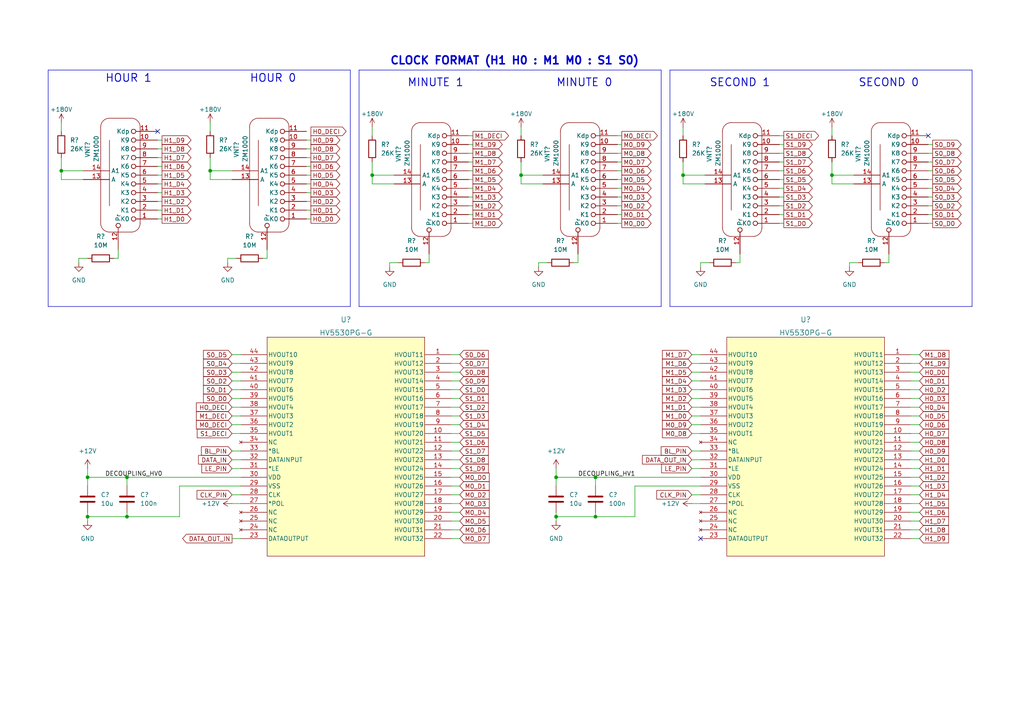
<source format=kicad_sch>
(kicad_sch (version 20230121) (generator eeschema)

  (uuid d3b8e45c-b026-485a-8958-2b69393c4b1e)

  (paper "A4")

  (title_block
    (title "Nixie_Driver")
    (date "2023-04-21")
    (rev "0.1")
  )

  (lib_symbols
    (symbol "+180V_1" (power) (pin_numbers hide) (pin_names hide) (in_bom no) (on_board no)
      (property "Reference" "#PWR" (at 4.445 -2.54 0)
        (effects (font (size 1.27 1.27)) hide)
      )
      (property "Value" "+180V_1" (at 0 3.81 0)
        (effects (font (size 1.27 1.27)))
      )
      (property "Footprint" "" (at 0 0 0)
        (effects (font (size 1.27 1.27)) hide)
      )
      (property "Datasheet" "" (at 0 0 0)
        (effects (font (size 1.27 1.27)) hide)
      )
      (symbol "+180V_1_0_1"
        (polyline
          (pts
            (xy 0 0)
            (xy 0 2.54)
          )
          (stroke (width 0) (type default))
          (fill (type none))
        )
        (polyline
          (pts
            (xy 0 2.54)
            (xy -0.635 1.27)
          )
          (stroke (width 0) (type default))
          (fill (type none))
        )
        (polyline
          (pts
            (xy 0 2.54)
            (xy 0.635 1.27)
          )
          (stroke (width 0) (type default))
          (fill (type none))
        )
      )
      (symbol "+180V_1_1_1"
        (pin input line (at 0 0 90) (length 2.54) hide
          (name "+180V" (effects (font (size 1.27 1.27))))
          (number "" (effects (font (size 1.27 1.27))))
        )
      )
    )
    (symbol "+180V_2" (power) (pin_numbers hide) (pin_names hide) (in_bom no) (on_board no)
      (property "Reference" "#PWR" (at 4.445 -2.54 0)
        (effects (font (size 1.27 1.27)) hide)
      )
      (property "Value" "+180V_2" (at 0 3.81 0)
        (effects (font (size 1.27 1.27)))
      )
      (property "Footprint" "" (at 0 0 0)
        (effects (font (size 1.27 1.27)) hide)
      )
      (property "Datasheet" "" (at 0 0 0)
        (effects (font (size 1.27 1.27)) hide)
      )
      (symbol "+180V_2_0_1"
        (polyline
          (pts
            (xy 0 0)
            (xy 0 2.54)
          )
          (stroke (width 0) (type default))
          (fill (type none))
        )
        (polyline
          (pts
            (xy 0 2.54)
            (xy -0.635 1.27)
          )
          (stroke (width 0) (type default))
          (fill (type none))
        )
        (polyline
          (pts
            (xy 0 2.54)
            (xy 0.635 1.27)
          )
          (stroke (width 0) (type default))
          (fill (type none))
        )
      )
      (symbol "+180V_2_1_1"
        (pin input line (at 0 0 90) (length 2.54) hide
          (name "+180V" (effects (font (size 1.27 1.27))))
          (number "" (effects (font (size 1.27 1.27))))
        )
      )
    )
    (symbol "+180V_3" (power) (pin_numbers hide) (pin_names hide) (in_bom no) (on_board no)
      (property "Reference" "#PWR" (at 4.445 -2.54 0)
        (effects (font (size 1.27 1.27)) hide)
      )
      (property "Value" "+180V_3" (at 0 3.81 0)
        (effects (font (size 1.27 1.27)))
      )
      (property "Footprint" "" (at 0 0 0)
        (effects (font (size 1.27 1.27)) hide)
      )
      (property "Datasheet" "" (at 0 0 0)
        (effects (font (size 1.27 1.27)) hide)
      )
      (symbol "+180V_3_0_1"
        (polyline
          (pts
            (xy 0 0)
            (xy 0 2.54)
          )
          (stroke (width 0) (type default))
          (fill (type none))
        )
        (polyline
          (pts
            (xy 0 2.54)
            (xy -0.635 1.27)
          )
          (stroke (width 0) (type default))
          (fill (type none))
        )
        (polyline
          (pts
            (xy 0 2.54)
            (xy 0.635 1.27)
          )
          (stroke (width 0) (type default))
          (fill (type none))
        )
      )
      (symbol "+180V_3_1_1"
        (pin input line (at 0 0 90) (length 2.54) hide
          (name "+180V" (effects (font (size 1.27 1.27))))
          (number "" (effects (font (size 1.27 1.27))))
        )
      )
    )
    (symbol "+180V_4" (power) (pin_numbers hide) (pin_names hide) (in_bom no) (on_board no)
      (property "Reference" "#PWR" (at 4.445 -2.54 0)
        (effects (font (size 1.27 1.27)) hide)
      )
      (property "Value" "+180V_4" (at 0 3.81 0)
        (effects (font (size 1.27 1.27)))
      )
      (property "Footprint" "" (at 0 0 0)
        (effects (font (size 1.27 1.27)) hide)
      )
      (property "Datasheet" "" (at 0 0 0)
        (effects (font (size 1.27 1.27)) hide)
      )
      (symbol "+180V_4_0_1"
        (polyline
          (pts
            (xy 0 0)
            (xy 0 2.54)
          )
          (stroke (width 0) (type default))
          (fill (type none))
        )
        (polyline
          (pts
            (xy 0 2.54)
            (xy -0.635 1.27)
          )
          (stroke (width 0) (type default))
          (fill (type none))
        )
        (polyline
          (pts
            (xy 0 2.54)
            (xy 0.635 1.27)
          )
          (stroke (width 0) (type default))
          (fill (type none))
        )
      )
      (symbol "+180V_4_1_1"
        (pin input line (at 0 0 90) (length 2.54) hide
          (name "+180V" (effects (font (size 1.27 1.27))))
          (number "" (effects (font (size 1.27 1.27))))
        )
      )
    )
    (symbol "Device:C" (pin_numbers hide) (pin_names (offset 0.254)) (in_bom yes) (on_board yes)
      (property "Reference" "C" (at 0.635 2.54 0)
        (effects (font (size 1.27 1.27)) (justify left))
      )
      (property "Value" "C" (at 0.635 -2.54 0)
        (effects (font (size 1.27 1.27)) (justify left))
      )
      (property "Footprint" "" (at 0.9652 -3.81 0)
        (effects (font (size 1.27 1.27)) hide)
      )
      (property "Datasheet" "~" (at 0 0 0)
        (effects (font (size 1.27 1.27)) hide)
      )
      (property "ki_keywords" "cap capacitor" (at 0 0 0)
        (effects (font (size 1.27 1.27)) hide)
      )
      (property "ki_description" "Unpolarized capacitor" (at 0 0 0)
        (effects (font (size 1.27 1.27)) hide)
      )
      (property "ki_fp_filters" "C_*" (at 0 0 0)
        (effects (font (size 1.27 1.27)) hide)
      )
      (symbol "C_0_1"
        (polyline
          (pts
            (xy -2.032 -0.762)
            (xy 2.032 -0.762)
          )
          (stroke (width 0.508) (type default))
          (fill (type none))
        )
        (polyline
          (pts
            (xy -2.032 0.762)
            (xy 2.032 0.762)
          )
          (stroke (width 0.508) (type default))
          (fill (type none))
        )
      )
      (symbol "C_1_1"
        (pin passive line (at 0 3.81 270) (length 2.794)
          (name "~" (effects (font (size 1.27 1.27))))
          (number "1" (effects (font (size 1.27 1.27))))
        )
        (pin passive line (at 0 -3.81 90) (length 2.794)
          (name "~" (effects (font (size 1.27 1.27))))
          (number "2" (effects (font (size 1.27 1.27))))
        )
      )
    )
    (symbol "Device:R" (pin_numbers hide) (pin_names (offset 0)) (in_bom yes) (on_board yes)
      (property "Reference" "R" (at 2.032 0 90)
        (effects (font (size 1.27 1.27)))
      )
      (property "Value" "R" (at 0 0 90)
        (effects (font (size 1.27 1.27)))
      )
      (property "Footprint" "" (at -1.778 0 90)
        (effects (font (size 1.27 1.27)) hide)
      )
      (property "Datasheet" "~" (at 0 0 0)
        (effects (font (size 1.27 1.27)) hide)
      )
      (property "ki_keywords" "R res resistor" (at 0 0 0)
        (effects (font (size 1.27 1.27)) hide)
      )
      (property "ki_description" "Resistor" (at 0 0 0)
        (effects (font (size 1.27 1.27)) hide)
      )
      (property "ki_fp_filters" "R_*" (at 0 0 0)
        (effects (font (size 1.27 1.27)) hide)
      )
      (symbol "R_0_1"
        (rectangle (start -1.016 -2.54) (end 1.016 2.54)
          (stroke (width 0.254) (type default))
          (fill (type none))
        )
      )
      (symbol "R_1_1"
        (pin passive line (at 0 3.81 270) (length 1.27)
          (name "~" (effects (font (size 1.27 1.27))))
          (number "1" (effects (font (size 1.27 1.27))))
        )
        (pin passive line (at 0 -3.81 90) (length 1.27)
          (name "~" (effects (font (size 1.27 1.27))))
          (number "2" (effects (font (size 1.27 1.27))))
        )
      )
    )
    (symbol "GND_1" (power) (pin_numbers hide) (pin_names (offset 0) hide) (in_bom yes) (on_board yes)
      (property "Reference" "#PWR" (at 0 -6.35 0)
        (effects (font (size 1.27 1.27)) hide)
      )
      (property "Value" "GND_1" (at 0 -3.81 0)
        (effects (font (size 1.27 1.27)))
      )
      (property "Footprint" "" (at 0 0 0)
        (effects (font (size 1.27 1.27)) hide)
      )
      (property "Datasheet" "" (at 0 0 0)
        (effects (font (size 1.27 1.27)) hide)
      )
      (property "ki_keywords" "global power" (at 0 0 0)
        (effects (font (size 1.27 1.27)) hide)
      )
      (property "ki_description" "Power symbol creates a global label with name \"GND\" , ground" (at 0 0 0)
        (effects (font (size 1.27 1.27)) hide)
      )
      (symbol "GND_1_0_1"
        (polyline
          (pts
            (xy 0 0)
            (xy 0 -1.27)
            (xy 1.27 -1.27)
            (xy 0 -2.54)
            (xy -1.27 -1.27)
            (xy 0 -1.27)
          )
          (stroke (width 0) (type default))
          (fill (type none))
        )
      )
      (symbol "GND_1_1_1"
        (pin power_in line (at 0 0 270) (length 0) hide
          (name "GND" (effects (font (size 1.27 1.27))))
          (number "1" (effects (font (size 1.27 1.27))))
        )
      )
    )
    (symbol "NixieTubeClock:+180V" (power) (pin_numbers hide) (pin_names hide) (in_bom no) (on_board no)
      (property "Reference" "#PWR" (at 4.445 -2.54 0)
        (effects (font (size 1.27 1.27)) hide)
      )
      (property "Value" "+180V" (at 0 3.81 0)
        (effects (font (size 1.27 1.27)))
      )
      (property "Footprint" "" (at 0 0 0)
        (effects (font (size 1.27 1.27)) hide)
      )
      (property "Datasheet" "" (at 0 0 0)
        (effects (font (size 1.27 1.27)) hide)
      )
      (symbol "+180V_0_1"
        (polyline
          (pts
            (xy 0 0)
            (xy 0 2.54)
          )
          (stroke (width 0) (type default))
          (fill (type none))
        )
        (polyline
          (pts
            (xy 0 2.54)
            (xy -0.635 1.27)
          )
          (stroke (width 0) (type default))
          (fill (type none))
        )
        (polyline
          (pts
            (xy 0 2.54)
            (xy 0.635 1.27)
          )
          (stroke (width 0) (type default))
          (fill (type none))
        )
      )
      (symbol "+180V_1_1"
        (pin input line (at 0 0 90) (length 2.54) hide
          (name "+180V" (effects (font (size 1.27 1.27))))
          (number "" (effects (font (size 1.27 1.27))))
        )
      )
    )
    (symbol "NixieTubeClock:HV5530PG-G" (pin_names (offset 0.254)) (in_bom yes) (on_board yes)
      (property "Reference" "U" (at -21.59 31.75 0)
        (effects (font (size 1.524 1.524)))
      )
      (property "Value" "HV5530PG-G" (at -8.89 31.75 0)
        (effects (font (size 1.524 1.524)))
      )
      (property "Footprint" "NixieTube:QFP44_10x10MC_MCH" (at -7.62 -35.56 0)
        (effects (font (size 1.27 1.27) italic) hide)
      )
      (property "Datasheet" "HV5530PG-G" (at 15.24 31.75 0)
        (effects (font (size 1.27 1.27) italic) hide)
      )
      (property "ki_keywords" "HV5530PG-G" (at 0 0 0)
        (effects (font (size 1.27 1.27)) hide)
      )
      (property "ki_fp_filters" "QFP44_10x10MC_MCH QFP44_10x10MC_MCH-M QFP44_10x10MC_MCH-L" (at 0 0 0)
        (effects (font (size 1.27 1.27)) hide)
      )
      (symbol "HV5530PG-G_0_1"
        (rectangle (start -22.86 30.48) (end 22.86 -33.02)
          (stroke (width 0) (type default))
          (fill (type background))
        )
        (pin output line (at -30.48 25.4 0) (length 7.62)
          (name "HVOUT11" (effects (font (size 1.27 1.27))))
          (number "1" (effects (font (size 1.27 1.27))))
        )
        (pin output line (at -30.48 2.54 0) (length 7.62)
          (name "HVOUT20" (effects (font (size 1.27 1.27))))
          (number "10" (effects (font (size 1.27 1.27))))
        )
        (pin output line (at -30.48 0 0) (length 7.62)
          (name "HVOUT21" (effects (font (size 1.27 1.27))))
          (number "11" (effects (font (size 1.27 1.27))))
        )
        (pin output line (at -30.48 -2.54 0) (length 7.62)
          (name "HVOUT22" (effects (font (size 1.27 1.27))))
          (number "12" (effects (font (size 1.27 1.27))))
        )
        (pin output line (at -30.48 -5.08 0) (length 7.62)
          (name "HVOUT23" (effects (font (size 1.27 1.27))))
          (number "13" (effects (font (size 1.27 1.27))))
        )
        (pin output line (at -30.48 -7.62 0) (length 7.62)
          (name "HVOUT24" (effects (font (size 1.27 1.27))))
          (number "14" (effects (font (size 1.27 1.27))))
        )
        (pin output line (at -30.48 -10.16 0) (length 7.62)
          (name "HVOUT25" (effects (font (size 1.27 1.27))))
          (number "15" (effects (font (size 1.27 1.27))))
        )
        (pin output line (at -30.48 -12.7 0) (length 7.62)
          (name "HVOUT26" (effects (font (size 1.27 1.27))))
          (number "16" (effects (font (size 1.27 1.27))))
        )
        (pin output line (at -30.48 -15.24 0) (length 7.62)
          (name "HVOUT27" (effects (font (size 1.27 1.27))))
          (number "17" (effects (font (size 1.27 1.27))))
        )
        (pin output line (at -30.48 -17.78 0) (length 7.62)
          (name "HVOUT28" (effects (font (size 1.27 1.27))))
          (number "18" (effects (font (size 1.27 1.27))))
        )
        (pin output line (at -30.48 -20.32 0) (length 7.62)
          (name "HVOUT29" (effects (font (size 1.27 1.27))))
          (number "19" (effects (font (size 1.27 1.27))))
        )
        (pin output line (at -30.48 22.86 0) (length 7.62)
          (name "HVOUT12" (effects (font (size 1.27 1.27))))
          (number "2" (effects (font (size 1.27 1.27))))
        )
        (pin output line (at -30.48 -22.86 0) (length 7.62)
          (name "HVOUT30" (effects (font (size 1.27 1.27))))
          (number "20" (effects (font (size 1.27 1.27))))
        )
        (pin output line (at -30.48 -25.4 0) (length 7.62)
          (name "HVOUT31" (effects (font (size 1.27 1.27))))
          (number "21" (effects (font (size 1.27 1.27))))
        )
        (pin output line (at -30.48 -27.94 0) (length 7.62)
          (name "HVOUT32" (effects (font (size 1.27 1.27))))
          (number "22" (effects (font (size 1.27 1.27))))
        )
        (pin output line (at 30.48 -27.94 180) (length 7.62)
          (name "DATAOUTPUT" (effects (font (size 1.27 1.27))))
          (number "23" (effects (font (size 1.27 1.27))))
        )
        (pin no_connect line (at 30.48 -25.4 180) (length 7.62)
          (name "NC" (effects (font (size 1.27 1.27))))
          (number "24" (effects (font (size 1.27 1.27))))
        )
        (pin no_connect line (at 30.48 -22.86 180) (length 7.62)
          (name "NC" (effects (font (size 1.27 1.27))))
          (number "25" (effects (font (size 1.27 1.27))))
        )
        (pin no_connect line (at 30.48 -20.32 180) (length 7.62)
          (name "NC" (effects (font (size 1.27 1.27))))
          (number "26" (effects (font (size 1.27 1.27))))
        )
        (pin unspecified line (at 30.48 -17.78 180) (length 7.62)
          (name "*POL" (effects (font (size 1.27 1.27))))
          (number "27" (effects (font (size 1.27 1.27))))
        )
        (pin input line (at 30.48 -15.24 180) (length 7.62)
          (name "CLK" (effects (font (size 1.27 1.27))))
          (number "28" (effects (font (size 1.27 1.27))))
        )
        (pin power_in line (at 30.48 -12.7 180) (length 7.62)
          (name "VSS" (effects (font (size 1.27 1.27))))
          (number "29" (effects (font (size 1.27 1.27))))
        )
        (pin output line (at -30.48 20.32 0) (length 7.62)
          (name "HVOUT13" (effects (font (size 1.27 1.27))))
          (number "3" (effects (font (size 1.27 1.27))))
        )
        (pin power_in line (at 30.48 -10.16 180) (length 7.62)
          (name "VDD" (effects (font (size 1.27 1.27))))
          (number "30" (effects (font (size 1.27 1.27))))
        )
        (pin input line (at 30.48 -7.62 180) (length 7.62)
          (name "*LE" (effects (font (size 1.27 1.27))))
          (number "31" (effects (font (size 1.27 1.27))))
        )
        (pin input line (at 30.48 -5.08 180) (length 7.62)
          (name "DATAINPUT" (effects (font (size 1.27 1.27))))
          (number "32" (effects (font (size 1.27 1.27))))
        )
        (pin unspecified line (at 30.48 -2.54 180) (length 7.62)
          (name "*BL" (effects (font (size 1.27 1.27))))
          (number "33" (effects (font (size 1.27 1.27))))
        )
        (pin no_connect line (at 30.48 0 180) (length 7.62)
          (name "NC" (effects (font (size 1.27 1.27))))
          (number "34" (effects (font (size 1.27 1.27))))
        )
        (pin output line (at 30.48 2.54 180) (length 7.62)
          (name "HVOUT1" (effects (font (size 1.27 1.27))))
          (number "35" (effects (font (size 1.27 1.27))))
        )
        (pin output line (at 30.48 5.08 180) (length 7.62)
          (name "HVOUT2" (effects (font (size 1.27 1.27))))
          (number "36" (effects (font (size 1.27 1.27))))
        )
        (pin output line (at 30.48 7.62 180) (length 7.62)
          (name "HVOUT3" (effects (font (size 1.27 1.27))))
          (number "37" (effects (font (size 1.27 1.27))))
        )
        (pin output line (at 30.48 10.16 180) (length 7.62)
          (name "HVOUT4" (effects (font (size 1.27 1.27))))
          (number "38" (effects (font (size 1.27 1.27))))
        )
        (pin output line (at 30.48 12.7 180) (length 7.62)
          (name "HVOUT5" (effects (font (size 1.27 1.27))))
          (number "39" (effects (font (size 1.27 1.27))))
        )
        (pin output line (at -30.48 17.78 0) (length 7.62)
          (name "HVOUT14" (effects (font (size 1.27 1.27))))
          (number "4" (effects (font (size 1.27 1.27))))
        )
        (pin output line (at 30.48 15.24 180) (length 7.62)
          (name "HVOUT6" (effects (font (size 1.27 1.27))))
          (number "40" (effects (font (size 1.27 1.27))))
        )
        (pin output line (at 30.48 17.78 180) (length 7.62)
          (name "HVOUT7" (effects (font (size 1.27 1.27))))
          (number "41" (effects (font (size 1.27 1.27))))
        )
        (pin output line (at 30.48 20.32 180) (length 7.62)
          (name "HVOUT8" (effects (font (size 1.27 1.27))))
          (number "42" (effects (font (size 1.27 1.27))))
        )
        (pin output line (at 30.48 22.86 180) (length 7.62)
          (name "HVOUT9" (effects (font (size 1.27 1.27))))
          (number "43" (effects (font (size 1.27 1.27))))
        )
        (pin output line (at 30.48 25.4 180) (length 7.62)
          (name "HVOUT10" (effects (font (size 1.27 1.27))))
          (number "44" (effects (font (size 1.27 1.27))))
        )
        (pin output line (at -30.48 15.24 0) (length 7.62)
          (name "HVOUT15" (effects (font (size 1.27 1.27))))
          (number "5" (effects (font (size 1.27 1.27))))
        )
        (pin output line (at -30.48 12.7 0) (length 7.62)
          (name "HVOUT16" (effects (font (size 1.27 1.27))))
          (number "6" (effects (font (size 1.27 1.27))))
        )
        (pin output line (at -30.48 10.16 0) (length 7.62)
          (name "HVOUT17" (effects (font (size 1.27 1.27))))
          (number "7" (effects (font (size 1.27 1.27))))
        )
        (pin output line (at -30.48 7.62 0) (length 7.62)
          (name "HVOUT18" (effects (font (size 1.27 1.27))))
          (number "8" (effects (font (size 1.27 1.27))))
        )
        (pin output line (at -30.48 5.08 0) (length 7.62)
          (name "HVOUT19" (effects (font (size 1.27 1.27))))
          (number "9" (effects (font (size 1.27 1.27))))
        )
      )
    )
    (symbol "NixieTubeClock:ZM1000" (in_bom yes) (on_board yes)
      (property "Reference" "VNT" (at 3.81 6.35 0)
        (effects (font (size 1.27 1.27)))
      )
      (property "Value" "ZM1000" (at 11.43 6.35 0)
        (effects (font (size 1.27 1.27)))
      )
      (property "Footprint" "" (at -29.21 15.24 0)
        (effects (font (size 1.27 1.27)) hide)
      )
      (property "Datasheet" "" (at -29.21 15.24 0)
        (effects (font (size 1.27 1.27)) hide)
      )
      (symbol "ZM1000_0_1"
        (arc (start -16.5098 -3.8098) (mid -15.7659 -5.6059) (end -13.9698 -6.3498)
          (stroke (width 0) (type default))
          (fill (type none))
        )
        (arc (start -13.9698 5.0798) (mid -15.7659 4.3359) (end -16.5098 2.5398)
          (stroke (width 0) (type default))
          (fill (type none))
        )
        (polyline
          (pts
            (xy -16.51 2.54)
            (xy -16.51 -3.81)
          )
          (stroke (width 0) (type default))
          (fill (type none))
        )
        (polyline
          (pts
            (xy -13.97 5.08)
            (xy 13.97 5.08)
          )
          (stroke (width 0) (type default))
          (fill (type none))
        )
        (polyline
          (pts
            (xy -8.89 2.54)
            (xy 10.16 2.54)
          )
          (stroke (width 0) (type default))
          (fill (type none))
        )
        (polyline
          (pts
            (xy 13.97 -6.35)
            (xy -13.97 -6.35)
          )
          (stroke (width 0) (type default))
          (fill (type none))
        )
        (polyline
          (pts
            (xy 16.51 2.54)
            (xy 16.51 -3.81)
          )
          (stroke (width 0) (type default))
          (fill (type none))
        )
        (arc (start 13.97 -6.35) (mid 15.7661 -5.6061) (end 16.51 -3.81)
          (stroke (width 0) (type default))
          (fill (type none))
        )
        (arc (start 16.51 2.54) (mid 15.7661 4.3361) (end 13.97 5.08)
          (stroke (width 0) (type default))
          (fill (type none))
        )
      )
      (symbol "ZM1000_1_1"
        (pin passive inverted (at -12.7 -11.43 90) (length 7.62)
          (name "K0" (effects (font (size 1.27 1.27))))
          (number "1" (effects (font (size 1.27 1.27))))
        )
        (pin passive inverted (at 10.16 -11.43 90) (length 7.62)
          (name "K9" (effects (font (size 1.27 1.27))))
          (number "10" (effects (font (size 1.27 1.27))))
        )
        (pin passive inverted (at 12.7 -11.43 90) (length 7.62)
          (name "Kdp" (effects (font (size 1.27 1.27))))
          (number "11" (effects (font (size 1.27 1.27))))
        )
        (pin passive inverted (at -21.59 0 0) (length 7.62)
          (name "Pr" (effects (font (size 1.27 1.27))))
          (number "12" (effects (font (size 1.27 1.27))))
        )
        (pin input line (at -1.27 10.16 270) (length 7.62)
          (name "A" (effects (font (size 1.27 1.27))))
          (number "13" (effects (font (size 1.27 1.27))))
        )
        (pin input line (at 1.27 10.16 270) (length 7.62)
          (name "A1" (effects (font (size 1.27 1.27))))
          (number "14" (effects (font (size 1.27 1.27))))
        )
        (pin passive inverted (at -10.16 -11.43 90) (length 7.62)
          (name "K1" (effects (font (size 1.27 1.27))))
          (number "2" (effects (font (size 1.27 1.27))))
        )
        (pin passive inverted (at -7.62 -11.43 90) (length 7.62)
          (name "K2" (effects (font (size 1.27 1.27))))
          (number "3" (effects (font (size 1.27 1.27))))
        )
        (pin passive inverted (at -5.08 -11.43 90) (length 7.62)
          (name "K3" (effects (font (size 1.27 1.27))))
          (number "4" (effects (font (size 1.27 1.27))))
        )
        (pin passive inverted (at -2.54 -11.43 90) (length 7.62)
          (name "K4" (effects (font (size 1.27 1.27))))
          (number "5" (effects (font (size 1.27 1.27))))
        )
        (pin passive inverted (at 0 -11.43 90) (length 7.62)
          (name "K5" (effects (font (size 1.27 1.27))))
          (number "6" (effects (font (size 1.27 1.27))))
        )
        (pin passive inverted (at 2.54 -11.43 90) (length 7.62)
          (name "K6" (effects (font (size 1.27 1.27))))
          (number "7" (effects (font (size 1.27 1.27))))
        )
        (pin passive inverted (at 5.08 -11.43 90) (length 7.62)
          (name "K7" (effects (font (size 1.27 1.27))))
          (number "8" (effects (font (size 1.27 1.27))))
        )
        (pin passive inverted (at 7.62 -11.43 90) (length 7.62)
          (name "K8" (effects (font (size 1.27 1.27))))
          (number "9" (effects (font (size 1.27 1.27))))
        )
      )
    )
    (symbol "power:+12V" (power) (pin_numbers hide) (pin_names (offset 0) hide) (in_bom yes) (on_board yes)
      (property "Reference" "#PWR" (at 0 -3.81 0)
        (effects (font (size 1.27 1.27)) hide)
      )
      (property "Value" "+12V" (at 0 3.556 0)
        (effects (font (size 1.27 1.27)))
      )
      (property "Footprint" "" (at 0 0 0)
        (effects (font (size 1.27 1.27)) hide)
      )
      (property "Datasheet" "" (at 0 0 0)
        (effects (font (size 1.27 1.27)) hide)
      )
      (property "ki_keywords" "global power" (at 0 0 0)
        (effects (font (size 1.27 1.27)) hide)
      )
      (property "ki_description" "Power symbol creates a global label with name \"+12V\"" (at 0 0 0)
        (effects (font (size 1.27 1.27)) hide)
      )
      (symbol "+12V_0_1"
        (polyline
          (pts
            (xy -0.762 1.27)
            (xy 0 2.54)
          )
          (stroke (width 0) (type default))
          (fill (type none))
        )
        (polyline
          (pts
            (xy 0 0)
            (xy 0 2.54)
          )
          (stroke (width 0) (type default))
          (fill (type none))
        )
        (polyline
          (pts
            (xy 0 2.54)
            (xy 0.762 1.27)
          )
          (stroke (width 0) (type default))
          (fill (type none))
        )
      )
      (symbol "+12V_1_1"
        (pin power_in line (at 0 0 90) (length 0) hide
          (name "+12V" (effects (font (size 1.27 1.27))))
          (number "1" (effects (font (size 1.27 1.27))))
        )
      )
    )
    (symbol "power:GND" (power) (pin_numbers hide) (pin_names (offset 0) hide) (in_bom yes) (on_board yes)
      (property "Reference" "#PWR" (at 0 -6.35 0)
        (effects (font (size 1.27 1.27)) hide)
      )
      (property "Value" "GND" (at 0 -3.81 0)
        (effects (font (size 1.27 1.27)))
      )
      (property "Footprint" "" (at 0 0 0)
        (effects (font (size 1.27 1.27)) hide)
      )
      (property "Datasheet" "" (at 0 0 0)
        (effects (font (size 1.27 1.27)) hide)
      )
      (property "ki_keywords" "global power" (at 0 0 0)
        (effects (font (size 1.27 1.27)) hide)
      )
      (property "ki_description" "Power symbol creates a global label with name \"GND\" , ground" (at 0 0 0)
        (effects (font (size 1.27 1.27)) hide)
      )
      (symbol "GND_0_1"
        (polyline
          (pts
            (xy 0 0)
            (xy 0 -1.27)
            (xy 1.27 -1.27)
            (xy 0 -2.54)
            (xy -1.27 -1.27)
            (xy 0 -1.27)
          )
          (stroke (width 0) (type default))
          (fill (type none))
        )
      )
      (symbol "GND_1_1"
        (pin power_in line (at 0 0 270) (length 0) hide
          (name "GND" (effects (font (size 1.27 1.27))))
          (number "1" (effects (font (size 1.27 1.27))))
        )
      )
    )
  )

  (junction (at 241.3 50.8) (diameter 0) (color 0 0 0 0)
    (uuid 0608bb24-b1b5-4939-b117-7097ef3a953d)
  )
  (junction (at 107.95 50.8) (diameter 0) (color 0 0 0 0)
    (uuid 3e394a63-eafc-4d6a-a327-7ade6cb9e8de)
  )
  (junction (at 36.83 138.43) (diameter 0) (color 0 0 0 0)
    (uuid 535e138c-c3b3-4fa7-9da0-b75fac2ecf2b)
  )
  (junction (at 60.96 49.53) (diameter 0) (color 0 0 0 0)
    (uuid 5761eb17-c1f1-48d6-88dd-37d55f59b8b4)
  )
  (junction (at 198.12 50.8) (diameter 0) (color 0 0 0 0)
    (uuid 5811671c-e69e-4117-b9bb-53678e2f3cbd)
  )
  (junction (at 25.4 138.43) (diameter 0) (color 0 0 0 0)
    (uuid 5b2d8413-e9d7-4d45-aa8f-ef4fcba2ebe5)
  )
  (junction (at 172.72 149.86) (diameter 0) (color 0 0 0 0)
    (uuid 676ee09a-856a-450b-8c77-baf76d58fb70)
  )
  (junction (at 161.29 149.86) (diameter 0) (color 0 0 0 0)
    (uuid 8980b573-1d4c-4641-8888-6c58a1e49e8e)
  )
  (junction (at 151.13 50.8) (diameter 0) (color 0 0 0 0)
    (uuid ba88aa6c-7de0-4d17-b946-9f1b4b08dcae)
  )
  (junction (at 161.29 138.43) (diameter 0) (color 0 0 0 0)
    (uuid d3b19642-5f93-4468-9498-a46dbf5278fc)
  )
  (junction (at 36.83 149.86) (diameter 0) (color 0 0 0 0)
    (uuid dd7d5c88-fec0-41b5-9234-8ee10381a048)
  )
  (junction (at 172.72 138.43) (diameter 0) (color 0 0 0 0)
    (uuid deb22796-95d7-4aa0-a86a-26330edd4313)
  )
  (junction (at 17.78 49.53) (diameter 0) (color 0 0 0 0)
    (uuid ee9f31f5-766d-4496-b987-4280ba926c38)
  )
  (junction (at 25.4 149.86) (diameter 0) (color 0 0 0 0)
    (uuid fbf96483-88ad-4c51-abaa-aae8901b5c12)
  )

  (no_connect (at 203.2 156.21) (uuid 874ee4e0-9a31-4995-97c9-d444a49c1dc2))
  (no_connect (at 269.24 39.37) (uuid aab857ad-1287-4d50-9fd7-0a4d9600cfa3))
  (no_connect (at 45.72 38.1) (uuid dc5c1ed2-a263-477d-8a4d-a360eec38929))

  (wire (pts (xy 137.16 59.69) (xy 135.89 59.69))
    (stroke (width 0) (type default))
    (uuid 0137ecca-60cb-46c4-bee7-d33d6f978fd3)
  )
  (wire (pts (xy 46.99 48.26) (xy 45.72 48.26))
    (stroke (width 0) (type default))
    (uuid 0338184e-0531-479c-b9ef-3ec86d1c935a)
  )
  (wire (pts (xy 264.16 133.35) (xy 266.7 133.35))
    (stroke (width 0) (type default))
    (uuid 036d0b22-4d8e-44b7-8cda-6b1391faae95)
  )
  (wire (pts (xy 130.81 118.11) (xy 133.35 118.11))
    (stroke (width 0) (type default))
    (uuid 03a01fd1-10da-4098-af44-ac881d902316)
  )
  (wire (pts (xy 264.16 130.81) (xy 266.7 130.81))
    (stroke (width 0) (type default))
    (uuid 042f5bfd-c033-4d37-b8eb-37146b687493)
  )
  (wire (pts (xy 137.16 62.23) (xy 135.89 62.23))
    (stroke (width 0) (type default))
    (uuid 04ba0a61-cf1a-41b6-baf7-061a112cf628)
  )
  (wire (pts (xy 46.99 45.72) (xy 45.72 45.72))
    (stroke (width 0) (type default))
    (uuid 059578b0-cffc-4c7f-840b-8ce4f36531a3)
  )
  (wire (pts (xy 270.51 52.07) (xy 269.24 52.07))
    (stroke (width 0) (type default))
    (uuid 05f0c724-b8cf-40fb-b830-a1964e26cdba)
  )
  (wire (pts (xy 130.81 120.65) (xy 133.35 120.65))
    (stroke (width 0) (type default))
    (uuid 069d4af8-a807-4827-b717-fbb955c510cd)
  )
  (wire (pts (xy 270.51 46.99) (xy 269.24 46.99))
    (stroke (width 0) (type default))
    (uuid 0789f9bd-31c4-4375-9bd5-b7e6cb225071)
  )
  (polyline (pts (xy 191.77 88.9) (xy 191.77 20.32))
    (stroke (width 0) (type default))
    (uuid 08130bc0-9817-4341-849b-02cb4b7683c2)
  )

  (wire (pts (xy 264.16 128.27) (xy 266.7 128.27))
    (stroke (width 0) (type default))
    (uuid 085906da-4626-4518-9143-28652b2b0ca8)
  )
  (wire (pts (xy 180.34 52.07) (xy 179.07 52.07))
    (stroke (width 0) (type default))
    (uuid 09040ed0-4efe-4d4f-97cd-0c1a30e5595e)
  )
  (wire (pts (xy 137.16 46.99) (xy 135.89 46.99))
    (stroke (width 0) (type default))
    (uuid 097d0fc1-4d3a-4a02-802b-3a638b6159df)
  )
  (wire (pts (xy 130.81 105.41) (xy 133.35 105.41))
    (stroke (width 0) (type default))
    (uuid 0984dbb9-5247-4bed-b81c-d29a3c9b23b2)
  )
  (polyline (pts (xy 13.97 20.32) (xy 13.97 88.9))
    (stroke (width 0) (type default))
    (uuid 0a6277cc-5a79-464a-b95d-3c133154ae58)
  )

  (wire (pts (xy 67.31 130.81) (xy 69.85 130.81))
    (stroke (width 0) (type default))
    (uuid 0aa10265-f415-4220-bed0-286b727d8e3d)
  )
  (wire (pts (xy 213.36 76.2) (xy 214.63 76.2))
    (stroke (width 0) (type default))
    (uuid 0ae6c314-f35a-4a7c-985e-62f96da7ca35)
  )
  (wire (pts (xy 137.16 54.61) (xy 135.89 54.61))
    (stroke (width 0) (type default))
    (uuid 0af8bb21-9d8e-4166-b289-188382c74e29)
  )
  (wire (pts (xy 172.72 148.59) (xy 172.72 149.86))
    (stroke (width 0) (type default))
    (uuid 0cc1b482-a855-434c-98ef-afe2e9de55b3)
  )
  (wire (pts (xy 25.4 138.43) (xy 25.4 140.97))
    (stroke (width 0) (type default))
    (uuid 0d4266b6-a704-4fde-88be-cec6a06bb21d)
  )
  (wire (pts (xy 203.2 140.97) (xy 184.15 140.97))
    (stroke (width 0) (type default))
    (uuid 0d465643-ae1d-4262-9147-9d367034201b)
  )
  (wire (pts (xy 123.19 76.2) (xy 124.46 76.2))
    (stroke (width 0) (type default))
    (uuid 0e813dbb-ad5e-4bfa-8419-02d8109b611e)
  )
  (wire (pts (xy 157.48 53.34) (xy 151.13 53.34))
    (stroke (width 0) (type default))
    (uuid 0eb463c8-f35e-47dd-a2ab-26fb18a1c6a4)
  )
  (wire (pts (xy 172.72 138.43) (xy 172.72 140.97))
    (stroke (width 0) (type default))
    (uuid 0f9f16df-4f07-4c70-aa89-8ce19b88eb16)
  )
  (wire (pts (xy 67.31 102.87) (xy 69.85 102.87))
    (stroke (width 0) (type default))
    (uuid 0fc0bff2-cb44-4955-a2c2-f52a5792ca02)
  )
  (wire (pts (xy 90.17 40.64) (xy 88.9 40.64))
    (stroke (width 0) (type default))
    (uuid 10516a11-d60b-451f-901c-69f7f30f52c4)
  )
  (wire (pts (xy 198.12 46.99) (xy 198.12 50.8))
    (stroke (width 0) (type default))
    (uuid 1059d6d1-52cc-4d51-9b71-45731799bcaa)
  )
  (wire (pts (xy 52.07 140.97) (xy 52.07 149.86))
    (stroke (width 0) (type default))
    (uuid 106227c1-6f31-4f02-a2ed-9ffc58beb689)
  )
  (wire (pts (xy 67.31 118.11) (xy 69.85 118.11))
    (stroke (width 0) (type default))
    (uuid 108abbfb-60d5-469b-a5cb-8b45e114f2a5)
  )
  (wire (pts (xy 264.16 146.05) (xy 266.7 146.05))
    (stroke (width 0) (type default))
    (uuid 1559736e-7d8d-495f-b4fc-1132011a085f)
  )
  (wire (pts (xy 180.34 44.45) (xy 179.07 44.45))
    (stroke (width 0) (type default))
    (uuid 15dc5561-05fa-4802-adf1-26e45f8b3cb2)
  )
  (wire (pts (xy 46.99 60.96) (xy 45.72 60.96))
    (stroke (width 0) (type default))
    (uuid 189a6db1-a068-446c-852d-ab66b0de634f)
  )
  (wire (pts (xy 17.78 49.53) (xy 24.13 49.53))
    (stroke (width 0) (type default))
    (uuid 1cc7dad3-5cc1-48b6-b3c4-888c76785b6d)
  )
  (wire (pts (xy 67.31 146.05) (xy 69.85 146.05))
    (stroke (width 0) (type default))
    (uuid 1db7ae6b-85dc-4184-915e-6d8c36be340e)
  )
  (wire (pts (xy 264.16 107.95) (xy 266.7 107.95))
    (stroke (width 0) (type default))
    (uuid 20267613-d3fc-486f-bb47-e570234b59bb)
  )
  (wire (pts (xy 69.85 140.97) (xy 52.07 140.97))
    (stroke (width 0) (type default))
    (uuid 207fd44b-a37d-4d34-9ef8-61328d6f5adf)
  )
  (wire (pts (xy 264.16 118.11) (xy 266.7 118.11))
    (stroke (width 0) (type default))
    (uuid 2130a703-f567-47ff-bd3d-eb8164229c07)
  )
  (polyline (pts (xy 281.94 88.9) (xy 281.94 20.32))
    (stroke (width 0) (type default))
    (uuid 21ff2248-c314-45e0-85cd-058253dd3bba)
  )

  (wire (pts (xy 130.81 148.59) (xy 133.35 148.59))
    (stroke (width 0) (type default))
    (uuid 26f9a12c-22c8-4428-a5a9-e81ed77572f1)
  )
  (wire (pts (xy 180.34 62.23) (xy 179.07 62.23))
    (stroke (width 0) (type default))
    (uuid 26fb3f6a-06b4-42a5-9a8b-8b3c1b40efbd)
  )
  (polyline (pts (xy 191.77 20.32) (xy 104.14 20.32))
    (stroke (width 0) (type default))
    (uuid 271be250-e70d-47da-bebe-e80a74e42a30)
  )

  (wire (pts (xy 180.34 64.77) (xy 179.07 64.77))
    (stroke (width 0) (type default))
    (uuid 27813ca2-fdc5-48c5-9e52-4e9ee192d9f2)
  )
  (wire (pts (xy 151.13 53.34) (xy 151.13 50.8))
    (stroke (width 0) (type default))
    (uuid 2aaca99b-70a4-4da3-8545-1ef2eb47b151)
  )
  (wire (pts (xy 151.13 50.8) (xy 157.48 50.8))
    (stroke (width 0) (type default))
    (uuid 2bd91059-6983-499b-9612-cea612865b37)
  )
  (wire (pts (xy 137.16 49.53) (xy 135.89 49.53))
    (stroke (width 0) (type default))
    (uuid 2bf1fee5-4b65-4d9f-9d0b-0d83b1b7a369)
  )
  (wire (pts (xy 264.16 105.41) (xy 266.7 105.41))
    (stroke (width 0) (type default))
    (uuid 2cad6903-1bf0-45b4-a381-30f801b2916d)
  )
  (wire (pts (xy 67.31 143.51) (xy 69.85 143.51))
    (stroke (width 0) (type default))
    (uuid 2d81840f-441b-4ca4-943b-83d699bea945)
  )
  (wire (pts (xy 130.81 115.57) (xy 133.35 115.57))
    (stroke (width 0) (type default))
    (uuid 2da01625-f0fe-490b-8ec2-69c0cea64ac5)
  )
  (wire (pts (xy 264.16 151.13) (xy 266.7 151.13))
    (stroke (width 0) (type default))
    (uuid 31c86b57-1a86-4b6b-aa6d-a5b62859010c)
  )
  (wire (pts (xy 77.47 74.93) (xy 77.47 72.39))
    (stroke (width 0) (type default))
    (uuid 35cf75a3-187a-4007-8211-b14b18575aff)
  )
  (wire (pts (xy 67.31 156.21) (xy 69.85 156.21))
    (stroke (width 0) (type default))
    (uuid 35f031c1-0c2c-4090-813c-3c7706e71f62)
  )
  (wire (pts (xy 256.54 76.2) (xy 257.81 76.2))
    (stroke (width 0) (type default))
    (uuid 37ee3be5-1369-43e8-8f98-1f025bdb2dd1)
  )
  (wire (pts (xy 161.29 138.43) (xy 161.29 140.97))
    (stroke (width 0) (type default))
    (uuid 397d3b3d-81e2-4c6a-b283-82b36db884e6)
  )
  (wire (pts (xy 107.95 50.8) (xy 114.3 50.8))
    (stroke (width 0) (type default))
    (uuid 3b1d89e6-2b11-4d57-9944-da0d99df09f0)
  )
  (wire (pts (xy 200.66 123.19) (xy 203.2 123.19))
    (stroke (width 0) (type default))
    (uuid 3bd2b74b-f5fe-4166-8ea7-cffeeeca5006)
  )
  (wire (pts (xy 67.31 107.95) (xy 69.85 107.95))
    (stroke (width 0) (type default))
    (uuid 3c0f8b2b-49e5-4f99-bdac-8fb3210bf3c8)
  )
  (wire (pts (xy 156.21 76.2) (xy 156.21 77.47))
    (stroke (width 0) (type default))
    (uuid 3c5e23f2-5964-41ef-8ad4-c280a95f35e7)
  )
  (wire (pts (xy 67.31 123.19) (xy 69.85 123.19))
    (stroke (width 0) (type default))
    (uuid 3ea4d627-fe1c-4b7f-83e2-087634106f4a)
  )
  (wire (pts (xy 247.65 53.34) (xy 241.3 53.34))
    (stroke (width 0) (type default))
    (uuid 3efb92a1-ed8d-4597-be88-1a52a62c8ad4)
  )
  (wire (pts (xy 227.33 49.53) (xy 226.06 49.53))
    (stroke (width 0) (type default))
    (uuid 3fe7380e-3eb3-4805-ab4e-1484574f16af)
  )
  (wire (pts (xy 184.15 149.86) (xy 172.72 149.86))
    (stroke (width 0) (type default))
    (uuid 40506a3a-0a2d-47b0-8b4c-b5c260e51d42)
  )
  (wire (pts (xy 130.81 146.05) (xy 133.35 146.05))
    (stroke (width 0) (type default))
    (uuid 4077397e-cf10-49de-8dd8-60820070cc1a)
  )
  (wire (pts (xy 227.33 54.61) (xy 226.06 54.61))
    (stroke (width 0) (type default))
    (uuid 41446e60-c564-4dfb-8e20-c2434cef8ab8)
  )
  (wire (pts (xy 248.92 76.2) (xy 246.38 76.2))
    (stroke (width 0) (type default))
    (uuid 4185babe-dab7-44df-b911-3a1aa03410af)
  )
  (wire (pts (xy 137.16 44.45) (xy 135.89 44.45))
    (stroke (width 0) (type default))
    (uuid 433f59a9-9195-420c-8f88-fd752f09c054)
  )
  (wire (pts (xy 226.06 39.37) (xy 227.33 39.37))
    (stroke (width 0) (type default))
    (uuid 43e7a421-b4f7-48ef-9b3f-cdd8f79b1a0a)
  )
  (wire (pts (xy 90.17 50.8) (xy 88.9 50.8))
    (stroke (width 0) (type default))
    (uuid 448b8be1-1b0a-4d6a-930e-6eb4cd241d5b)
  )
  (wire (pts (xy 151.13 46.99) (xy 151.13 50.8))
    (stroke (width 0) (type default))
    (uuid 466459e3-3b3f-40cf-aadb-7bb59b972cc4)
  )
  (wire (pts (xy 270.51 49.53) (xy 269.24 49.53))
    (stroke (width 0) (type default))
    (uuid 47848284-112b-4f00-b976-cca28a8ad7b0)
  )
  (wire (pts (xy 180.34 49.53) (xy 179.07 49.53))
    (stroke (width 0) (type default))
    (uuid 486f5c62-fff4-4875-bcfc-4f8751d25229)
  )
  (wire (pts (xy 241.3 46.99) (xy 241.3 50.8))
    (stroke (width 0) (type default))
    (uuid 4a0f01b1-997c-4a6b-9156-81e737d87d1c)
  )
  (wire (pts (xy 264.16 140.97) (xy 266.7 140.97))
    (stroke (width 0) (type default))
    (uuid 4aa0d2c9-fb80-4206-b042-924731b43876)
  )
  (wire (pts (xy 66.04 74.93) (xy 66.04 76.2))
    (stroke (width 0) (type default))
    (uuid 4cb95da7-2959-4c23-a5de-7596af57ef83)
  )
  (wire (pts (xy 200.66 133.35) (xy 203.2 133.35))
    (stroke (width 0) (type default))
    (uuid 4cfd9e1c-d94a-4dfa-bd21-fe9dcf3926a1)
  )
  (wire (pts (xy 200.66 110.49) (xy 203.2 110.49))
    (stroke (width 0) (type default))
    (uuid 4e35f691-be99-4b55-b6fc-c6ef0f5b4c4c)
  )
  (wire (pts (xy 130.81 138.43) (xy 133.35 138.43))
    (stroke (width 0) (type default))
    (uuid 5220df04-237b-4eae-9427-b077eae13cb1)
  )
  (wire (pts (xy 90.17 55.88) (xy 88.9 55.88))
    (stroke (width 0) (type default))
    (uuid 53475937-4734-4e74-b312-e729632e3a1d)
  )
  (wire (pts (xy 264.16 115.57) (xy 266.7 115.57))
    (stroke (width 0) (type default))
    (uuid 54601995-397b-4489-aa34-f90fd8e80665)
  )
  (wire (pts (xy 17.78 52.07) (xy 17.78 49.53))
    (stroke (width 0) (type default))
    (uuid 5676d908-3af1-4e05-a210-e761f50d19a5)
  )
  (wire (pts (xy 90.17 53.34) (xy 88.9 53.34))
    (stroke (width 0) (type default))
    (uuid 56795132-5392-453b-8ad4-2cc498a278b1)
  )
  (wire (pts (xy 241.3 53.34) (xy 241.3 50.8))
    (stroke (width 0) (type default))
    (uuid 57623316-ea26-4c50-9c4b-6ea0e4979f88)
  )
  (wire (pts (xy 17.78 35.56) (xy 17.78 38.1))
    (stroke (width 0) (type default))
    (uuid 59c773bb-61c7-4ab0-ba70-4c3436b6194c)
  )
  (wire (pts (xy 151.13 36.83) (xy 151.13 39.37))
    (stroke (width 0) (type default))
    (uuid 5aadab4b-0528-45bd-9790-404bc8815e83)
  )
  (wire (pts (xy 270.51 62.23) (xy 269.24 62.23))
    (stroke (width 0) (type default))
    (uuid 5ede364d-80a2-4af4-8aa2-aadf68584090)
  )
  (wire (pts (xy 264.16 113.03) (xy 266.7 113.03))
    (stroke (width 0) (type default))
    (uuid 5f6f6284-6644-4f01-9309-f38b6f7423a1)
  )
  (wire (pts (xy 161.29 148.59) (xy 161.29 149.86))
    (stroke (width 0) (type default))
    (uuid 627469e7-c878-4854-a516-b08d4ff92399)
  )
  (wire (pts (xy 137.16 57.15) (xy 135.89 57.15))
    (stroke (width 0) (type default))
    (uuid 62e31daa-523f-4627-bcb0-c93e25a0ad22)
  )
  (wire (pts (xy 203.2 76.2) (xy 203.2 77.47))
    (stroke (width 0) (type default))
    (uuid 6322e055-5b67-420e-9475-45b9bdd1c1ca)
  )
  (wire (pts (xy 264.16 110.49) (xy 266.7 110.49))
    (stroke (width 0) (type default))
    (uuid 635cc2c1-17e3-4d48-ada4-c448107ded82)
  )
  (wire (pts (xy 198.12 53.34) (xy 198.12 50.8))
    (stroke (width 0) (type default))
    (uuid 64bba438-10ec-430a-852e-4c039c0b599d)
  )
  (wire (pts (xy 60.96 52.07) (xy 60.96 49.53))
    (stroke (width 0) (type default))
    (uuid 64d23635-587a-434f-886f-312a59927935)
  )
  (wire (pts (xy 205.74 76.2) (xy 203.2 76.2))
    (stroke (width 0) (type default))
    (uuid 668500c9-bd34-42b2-b38c-58616a75e0f1)
  )
  (wire (pts (xy 130.81 128.27) (xy 133.35 128.27))
    (stroke (width 0) (type default))
    (uuid 66ed4229-64d4-4001-b50d-f432fc3001ee)
  )
  (wire (pts (xy 184.15 140.97) (xy 184.15 149.86))
    (stroke (width 0) (type default))
    (uuid 68dc107e-89d5-41fa-a8af-b6bbef3d0f91)
  )
  (wire (pts (xy 67.31 110.49) (xy 69.85 110.49))
    (stroke (width 0) (type default))
    (uuid 698e077a-2528-41d1-b9f5-3cdecce024b1)
  )
  (wire (pts (xy 200.66 130.81) (xy 203.2 130.81))
    (stroke (width 0) (type default))
    (uuid 69d33554-cb86-4c40-aaf2-0bdee2d213e1)
  )
  (wire (pts (xy 22.86 74.93) (xy 22.86 76.2))
    (stroke (width 0) (type default))
    (uuid 6a80e44f-e947-4ef6-888d-d64f76639163)
  )
  (wire (pts (xy 90.17 60.96) (xy 88.9 60.96))
    (stroke (width 0) (type default))
    (uuid 6f663e75-5fbb-42d9-9d7d-c5ae191c6799)
  )
  (wire (pts (xy 52.07 149.86) (xy 36.83 149.86))
    (stroke (width 0) (type default))
    (uuid 6fb69d10-844a-42d8-b590-8830a72428f6)
  )
  (wire (pts (xy 36.83 148.59) (xy 36.83 149.86))
    (stroke (width 0) (type default))
    (uuid 6fc5aaed-47f4-47c5-b09b-659b4cec6fe5)
  )
  (wire (pts (xy 67.31 105.41) (xy 69.85 105.41))
    (stroke (width 0) (type default))
    (uuid 7024fdd1-1e40-4525-ada8-46d78d5bb05b)
  )
  (polyline (pts (xy 13.97 88.9) (xy 101.6 88.9))
    (stroke (width 0) (type default))
    (uuid 70637f81-df00-4db2-bcfc-f5e87c33b430)
  )

  (wire (pts (xy 24.13 52.07) (xy 17.78 52.07))
    (stroke (width 0) (type default))
    (uuid 71469ac4-b7bd-4a7a-b027-9fcdc96e9c21)
  )
  (wire (pts (xy 270.51 44.45) (xy 269.24 44.45))
    (stroke (width 0) (type default))
    (uuid 72d6b31d-0fcd-42fe-8012-4b04b8dbec2a)
  )
  (wire (pts (xy 130.81 133.35) (xy 133.35 133.35))
    (stroke (width 0) (type default))
    (uuid 742bd01d-78f1-4779-a72c-cb844f3fc0b8)
  )
  (wire (pts (xy 67.31 115.57) (xy 69.85 115.57))
    (stroke (width 0) (type default))
    (uuid 766983d6-5633-41a8-8a75-b24e5eddc328)
  )
  (wire (pts (xy 67.31 135.89) (xy 69.85 135.89))
    (stroke (width 0) (type default))
    (uuid 773a8d8f-c98a-493c-a0a4-f49cb94af10c)
  )
  (wire (pts (xy 200.66 120.65) (xy 203.2 120.65))
    (stroke (width 0) (type default))
    (uuid 77d6cce8-06a8-40f5-aac0-86e462f1312b)
  )
  (wire (pts (xy 270.51 64.77) (xy 269.24 64.77))
    (stroke (width 0) (type default))
    (uuid 785dfa3c-60e7-4030-b9ac-557b35a96cab)
  )
  (wire (pts (xy 200.66 115.57) (xy 203.2 115.57))
    (stroke (width 0) (type default))
    (uuid 796b7d73-377f-4c64-8ccd-34dd70c1cf07)
  )
  (wire (pts (xy 130.81 130.81) (xy 133.35 130.81))
    (stroke (width 0) (type default))
    (uuid 79c1ffbf-65fe-4732-a831-e2df613d3c0f)
  )
  (wire (pts (xy 179.07 39.37) (xy 180.34 39.37))
    (stroke (width 0) (type default))
    (uuid 7c99454a-c373-49c0-a56a-c422a9236dfd)
  )
  (wire (pts (xy 180.34 46.99) (xy 179.07 46.99))
    (stroke (width 0) (type default))
    (uuid 7d668c9b-b71a-4197-bb1b-eba124223987)
  )
  (wire (pts (xy 60.96 49.53) (xy 67.31 49.53))
    (stroke (width 0) (type default))
    (uuid 7f22c94a-0987-494e-9cd6-da3f526befda)
  )
  (wire (pts (xy 90.17 58.42) (xy 88.9 58.42))
    (stroke (width 0) (type default))
    (uuid 80468d8c-52bb-40bf-9474-e56894e013f5)
  )
  (wire (pts (xy 90.17 48.26) (xy 88.9 48.26))
    (stroke (width 0) (type default))
    (uuid 80a986bf-3f47-4967-8a02-dc41560ac947)
  )
  (wire (pts (xy 264.16 102.87) (xy 266.7 102.87))
    (stroke (width 0) (type default))
    (uuid 82345a2a-7267-4198-a091-88f9b56249a0)
  )
  (wire (pts (xy 158.75 76.2) (xy 156.21 76.2))
    (stroke (width 0) (type default))
    (uuid 82e67c48-65d9-4c5f-a99a-51b947492205)
  )
  (wire (pts (xy 33.02 74.93) (xy 34.29 74.93))
    (stroke (width 0) (type default))
    (uuid 84d02ecf-b222-4b24-a675-7a21d8ab20a8)
  )
  (wire (pts (xy 130.81 156.21) (xy 133.35 156.21))
    (stroke (width 0) (type default))
    (uuid 8609d7a6-9d9d-42b2-871b-1f2e284597e5)
  )
  (wire (pts (xy 130.81 140.97) (xy 133.35 140.97))
    (stroke (width 0) (type default))
    (uuid 8690f308-1ba9-4bd6-a07c-6632587aa773)
  )
  (polyline (pts (xy 101.6 20.32) (xy 13.97 20.32))
    (stroke (width 0) (type default))
    (uuid 86f84ade-6056-4fb9-8697-837280546ab6)
  )

  (wire (pts (xy 130.81 135.89) (xy 133.35 135.89))
    (stroke (width 0) (type default))
    (uuid 870b2d16-0318-43fe-a4b8-d79fab6ba8e3)
  )
  (wire (pts (xy 241.3 50.8) (xy 247.65 50.8))
    (stroke (width 0) (type default))
    (uuid 8928f6ba-2cd2-44e2-8338-5539c844cbc2)
  )
  (polyline (pts (xy 281.94 20.32) (xy 194.31 20.32))
    (stroke (width 0) (type default))
    (uuid 893eaa7b-a2f5-469b-9465-08aea21e2b6e)
  )
  (polyline (pts (xy 194.31 88.9) (xy 281.94 88.9))
    (stroke (width 0) (type default))
    (uuid 8a898dde-8db2-40d4-9096-5a9747f7e291)
  )

  (wire (pts (xy 257.81 76.2) (xy 257.81 73.66))
    (stroke (width 0) (type default))
    (uuid 8c0dc8d8-0f54-4ea9-b95f-76a326a67a55)
  )
  (wire (pts (xy 36.83 138.43) (xy 69.85 138.43))
    (stroke (width 0) (type default))
    (uuid 8c2de8d5-df4e-4e50-a2cb-db2de0878073)
  )
  (wire (pts (xy 270.51 57.15) (xy 269.24 57.15))
    (stroke (width 0) (type default))
    (uuid 8e252006-2ec5-41af-87b1-d9604ab61cf6)
  )
  (wire (pts (xy 161.29 149.86) (xy 161.29 151.13))
    (stroke (width 0) (type default))
    (uuid 8eff0694-893d-42a2-9b1a-36936e58563f)
  )
  (wire (pts (xy 264.16 123.19) (xy 266.7 123.19))
    (stroke (width 0) (type default))
    (uuid 90a8a093-987f-4bc2-b63c-4ebd5b0ec710)
  )
  (wire (pts (xy 227.33 44.45) (xy 226.06 44.45))
    (stroke (width 0) (type default))
    (uuid 933706b9-d02d-4429-8977-960d98a208ee)
  )
  (wire (pts (xy 76.2 74.93) (xy 77.47 74.93))
    (stroke (width 0) (type default))
    (uuid 94f41be3-9804-4275-a36b-15cd25fcbdcb)
  )
  (wire (pts (xy 130.81 153.67) (xy 133.35 153.67))
    (stroke (width 0) (type default))
    (uuid 9908d26c-3c61-4473-8145-579e0319d634)
  )
  (wire (pts (xy 200.66 143.51) (xy 203.2 143.51))
    (stroke (width 0) (type default))
    (uuid 990b11e1-bf4e-4112-84b3-6bf10b146e11)
  )
  (wire (pts (xy 25.4 135.89) (xy 25.4 138.43))
    (stroke (width 0) (type default))
    (uuid 99ad26cf-4666-40cd-b0fc-d93a786e7bdb)
  )
  (wire (pts (xy 172.72 138.43) (xy 161.29 138.43))
    (stroke (width 0) (type default))
    (uuid 9d751c44-4d11-45c7-8943-d3096305b2c2)
  )
  (wire (pts (xy 46.99 50.8) (xy 45.72 50.8))
    (stroke (width 0) (type default))
    (uuid 9e697a2f-38a1-41cc-aacf-234d1cb6aede)
  )
  (wire (pts (xy 130.81 110.49) (xy 133.35 110.49))
    (stroke (width 0) (type default))
    (uuid 9f81f402-b5bd-44da-9d40-7746348f3ac1)
  )
  (wire (pts (xy 60.96 35.56) (xy 60.96 38.1))
    (stroke (width 0) (type default))
    (uuid 9fa71691-134c-42d5-a4ba-12155ce4c93d)
  )
  (wire (pts (xy 115.57 76.2) (xy 113.03 76.2))
    (stroke (width 0) (type default))
    (uuid a0127036-14f2-44bd-9ab4-6c75d9923126)
  )
  (wire (pts (xy 203.2 138.43) (xy 172.72 138.43))
    (stroke (width 0) (type default))
    (uuid a080f671-9e71-4c39-bd89-75bfdbed6744)
  )
  (wire (pts (xy 198.12 50.8) (xy 204.47 50.8))
    (stroke (width 0) (type default))
    (uuid a2b2b752-25a1-45a4-8573-94dc6d7614c3)
  )
  (wire (pts (xy 241.3 36.83) (xy 241.3 39.37))
    (stroke (width 0) (type default))
    (uuid a2d05781-5716-4828-a5b4-bdfd6237e657)
  )
  (wire (pts (xy 90.17 45.72) (xy 88.9 45.72))
    (stroke (width 0) (type default))
    (uuid a3707a63-4585-494b-b35f-2a9e98c66e61)
  )
  (wire (pts (xy 130.81 143.51) (xy 133.35 143.51))
    (stroke (width 0) (type default))
    (uuid a4c5bb11-9111-4ac7-ba60-7dd5ec39f194)
  )
  (polyline (pts (xy 101.6 88.9) (xy 101.6 20.32))
    (stroke (width 0) (type default))
    (uuid a4e6e614-f6a1-4cf6-9292-b977da1193d7)
  )

  (wire (pts (xy 246.38 76.2) (xy 246.38 77.47))
    (stroke (width 0) (type default))
    (uuid a55620c3-2947-48c4-9331-db9298282b66)
  )
  (wire (pts (xy 130.81 113.03) (xy 133.35 113.03))
    (stroke (width 0) (type default))
    (uuid a68f348a-b144-4a65-bd95-374f609c7a53)
  )
  (polyline (pts (xy 104.14 88.9) (xy 191.77 88.9))
    (stroke (width 0) (type default))
    (uuid a74cfc47-56fa-47cc-9422-311e035fb974)
  )

  (wire (pts (xy 180.34 54.61) (xy 179.07 54.61))
    (stroke (width 0) (type default))
    (uuid a930fdd6-28f4-4884-af61-e74a8fac4684)
  )
  (polyline (pts (xy 104.14 20.32) (xy 104.14 88.9))
    (stroke (width 0) (type default))
    (uuid a9702288-6656-478c-af7a-6a9bf2a73581)
  )

  (wire (pts (xy 67.31 125.73) (xy 69.85 125.73))
    (stroke (width 0) (type default))
    (uuid ab0ffcbd-006b-4f89-be0e-42fc542f8d53)
  )
  (polyline (pts (xy 194.31 20.32) (xy 194.31 88.9))
    (stroke (width 0) (type default))
    (uuid ab78d621-c7b0-4947-bdc0-31ff2711ee9f)
  )

  (wire (pts (xy 214.63 76.2) (xy 214.63 73.66))
    (stroke (width 0) (type default))
    (uuid ad0a0f23-1661-47ea-91ce-e47dd7a2848e)
  )
  (wire (pts (xy 264.16 153.67) (xy 266.7 153.67))
    (stroke (width 0) (type default))
    (uuid b0195edc-25e1-466b-93a4-101f839f21a6)
  )
  (wire (pts (xy 166.37 76.2) (xy 167.64 76.2))
    (stroke (width 0) (type default))
    (uuid b1a0e80c-6e5e-4471-bb7d-26a97cc4863c)
  )
  (wire (pts (xy 227.33 59.69) (xy 226.06 59.69))
    (stroke (width 0) (type default))
    (uuid b1fd551a-9cb2-4f24-a93b-cc1454a84e03)
  )
  (wire (pts (xy 36.83 149.86) (xy 25.4 149.86))
    (stroke (width 0) (type default))
    (uuid b2f1f3e7-348f-418e-9670-038ad743c08c)
  )
  (wire (pts (xy 227.33 57.15) (xy 226.06 57.15))
    (stroke (width 0) (type default))
    (uuid b509f9d4-2789-4d6a-b531-77572eb62bfe)
  )
  (wire (pts (xy 46.99 55.88) (xy 45.72 55.88))
    (stroke (width 0) (type default))
    (uuid b5a376d0-e50a-4585-b134-aa165042b370)
  )
  (wire (pts (xy 124.46 76.2) (xy 124.46 73.66))
    (stroke (width 0) (type default))
    (uuid b89a24a8-bf34-447e-88a1-f52c8f9a4815)
  )
  (wire (pts (xy 227.33 64.77) (xy 226.06 64.77))
    (stroke (width 0) (type default))
    (uuid b91426f2-ee3b-46ff-a676-2eadaa65fc16)
  )
  (wire (pts (xy 130.81 102.87) (xy 133.35 102.87))
    (stroke (width 0) (type default))
    (uuid bb6ac863-c476-4915-9e3b-053762afdf43)
  )
  (wire (pts (xy 46.99 40.64) (xy 45.72 40.64))
    (stroke (width 0) (type default))
    (uuid bc15228b-26aa-4559-a6e0-b2803a90672b)
  )
  (wire (pts (xy 200.66 107.95) (xy 203.2 107.95))
    (stroke (width 0) (type default))
    (uuid bce2392c-6a52-4b59-a283-1a739dc7b30e)
  )
  (wire (pts (xy 107.95 36.83) (xy 107.95 39.37))
    (stroke (width 0) (type default))
    (uuid bd01fdf7-8182-4fcc-a223-1a2e8ab45082)
  )
  (wire (pts (xy 67.31 52.07) (xy 60.96 52.07))
    (stroke (width 0) (type default))
    (uuid bd06b2c4-c963-40f7-946a-b3bb62fe19f0)
  )
  (wire (pts (xy 46.99 58.42) (xy 45.72 58.42))
    (stroke (width 0) (type default))
    (uuid be045316-1392-426c-9f11-b0c4df46bd06)
  )
  (wire (pts (xy 270.51 59.69) (xy 269.24 59.69))
    (stroke (width 0) (type default))
    (uuid c25e35bf-d7d8-4a88-879c-04d553050a15)
  )
  (wire (pts (xy 204.47 53.34) (xy 198.12 53.34))
    (stroke (width 0) (type default))
    (uuid c3fb48a3-d7d2-49ca-b10f-de7966110c10)
  )
  (wire (pts (xy 130.81 151.13) (xy 133.35 151.13))
    (stroke (width 0) (type default))
    (uuid c4137b21-d378-4ed8-83c8-97989e7e1e4a)
  )
  (wire (pts (xy 137.16 64.77) (xy 135.89 64.77))
    (stroke (width 0) (type default))
    (uuid c4a49d60-103f-4b19-8427-9a3b0fe93f7c)
  )
  (wire (pts (xy 113.03 76.2) (xy 113.03 77.47))
    (stroke (width 0) (type default))
    (uuid c5858065-f9ec-42ed-a685-cd031309566e)
  )
  (wire (pts (xy 130.81 123.19) (xy 133.35 123.19))
    (stroke (width 0) (type default))
    (uuid c84bc170-ddab-4deb-a495-8768879fab94)
  )
  (wire (pts (xy 227.33 52.07) (xy 226.06 52.07))
    (stroke (width 0) (type default))
    (uuid c92d89cb-09d6-4b65-9b18-3f93e60b3bbb)
  )
  (wire (pts (xy 180.34 41.91) (xy 179.07 41.91))
    (stroke (width 0) (type default))
    (uuid cd142afa-6d11-41e7-9aa9-9db6de7186f3)
  )
  (wire (pts (xy 90.17 63.5) (xy 88.9 63.5))
    (stroke (width 0) (type default))
    (uuid cd79920d-b91b-4917-991d-4dbb6f716414)
  )
  (wire (pts (xy 264.16 148.59) (xy 266.7 148.59))
    (stroke (width 0) (type default))
    (uuid cdc01713-c805-4c90-83e1-d65416815202)
  )
  (wire (pts (xy 60.96 45.72) (xy 60.96 49.53))
    (stroke (width 0) (type default))
    (uuid cf489708-3ff2-4e43-86ba-242d9586eee9)
  )
  (wire (pts (xy 264.16 143.51) (xy 266.7 143.51))
    (stroke (width 0) (type default))
    (uuid d01badeb-819d-41f0-b74f-8e685201ea41)
  )
  (wire (pts (xy 270.51 54.61) (xy 269.24 54.61))
    (stroke (width 0) (type default))
    (uuid d03751ee-5483-4c07-adcc-c47eb8f37b17)
  )
  (wire (pts (xy 25.4 149.86) (xy 25.4 151.13))
    (stroke (width 0) (type default))
    (uuid d0d9804c-f603-4264-b32e-07a3ddf3df26)
  )
  (wire (pts (xy 200.66 118.11) (xy 203.2 118.11))
    (stroke (width 0) (type default))
    (uuid d1577ff6-3f0e-4402-9424-3d586a687393)
  )
  (wire (pts (xy 172.72 149.86) (xy 161.29 149.86))
    (stroke (width 0) (type default))
    (uuid d29bf46b-4fc7-45a3-bda9-6036aa580c0b)
  )
  (wire (pts (xy 200.66 105.41) (xy 203.2 105.41))
    (stroke (width 0) (type default))
    (uuid d36400f7-73d7-46e5-af46-1036933c2612)
  )
  (wire (pts (xy 161.29 135.89) (xy 161.29 138.43))
    (stroke (width 0) (type default))
    (uuid d3c49bd5-9256-4536-8897-4aeb19de7410)
  )
  (wire (pts (xy 90.17 43.18) (xy 88.9 43.18))
    (stroke (width 0) (type default))
    (uuid d3f5760a-3cb8-4918-8f25-b0d227b17ec6)
  )
  (wire (pts (xy 227.33 41.91) (xy 226.06 41.91))
    (stroke (width 0) (type default))
    (uuid d55a2f99-5b54-4bae-b4c5-e6d48a7adddb)
  )
  (wire (pts (xy 67.31 120.65) (xy 69.85 120.65))
    (stroke (width 0) (type default))
    (uuid d56ad97b-4ad5-4e2d-a3cd-17caeb2ce689)
  )
  (wire (pts (xy 46.99 53.34) (xy 45.72 53.34))
    (stroke (width 0) (type default))
    (uuid d715b5d6-b418-4aca-ab5c-7785412bc7be)
  )
  (wire (pts (xy 114.3 53.34) (xy 107.95 53.34))
    (stroke (width 0) (type default))
    (uuid d7cb31d2-4035-4ea6-9b7d-32e6b42fd5ae)
  )
  (wire (pts (xy 25.4 148.59) (xy 25.4 149.86))
    (stroke (width 0) (type default))
    (uuid d7f8e720-a784-419a-823f-49a7c35e07bf)
  )
  (wire (pts (xy 25.4 74.93) (xy 22.86 74.93))
    (stroke (width 0) (type default))
    (uuid d88cc1de-16d2-496b-9687-853706bb18ed)
  )
  (wire (pts (xy 180.34 59.69) (xy 179.07 59.69))
    (stroke (width 0) (type default))
    (uuid d9966df1-0b81-499a-b910-f854a40bfb8b)
  )
  (wire (pts (xy 200.66 102.87) (xy 203.2 102.87))
    (stroke (width 0) (type default))
    (uuid da5fc2aa-2886-44fc-be64-3f5da7fd8d03)
  )
  (wire (pts (xy 264.16 156.21) (xy 266.7 156.21))
    (stroke (width 0) (type default))
    (uuid dbc578aa-cb1b-4617-9a7a-2748936a313c)
  )
  (wire (pts (xy 46.99 43.18) (xy 45.72 43.18))
    (stroke (width 0) (type default))
    (uuid dcdccc4a-5ac0-44d8-9a14-869b32577462)
  )
  (wire (pts (xy 200.66 125.73) (xy 203.2 125.73))
    (stroke (width 0) (type default))
    (uuid e020c274-b1ae-4022-903a-b3225e93af7b)
  )
  (wire (pts (xy 227.33 46.99) (xy 226.06 46.99))
    (stroke (width 0) (type default))
    (uuid e1961198-3b6f-4a39-8685-8b9fe51869d9)
  )
  (wire (pts (xy 264.16 120.65) (xy 266.7 120.65))
    (stroke (width 0) (type default))
    (uuid e2771f01-4ef8-4c12-a904-79475383ec90)
  )
  (wire (pts (xy 17.78 45.72) (xy 17.78 49.53))
    (stroke (width 0) (type default))
    (uuid e292d645-e53b-4dc4-bcab-3fd155206154)
  )
  (wire (pts (xy 107.95 53.34) (xy 107.95 50.8))
    (stroke (width 0) (type default))
    (uuid e486787a-4d8f-4673-a0a3-6a18fc01dce4)
  )
  (wire (pts (xy 198.12 36.83) (xy 198.12 39.37))
    (stroke (width 0) (type default))
    (uuid e4a3a3e4-3f4f-423c-a914-b1933707203f)
  )
  (wire (pts (xy 67.31 113.03) (xy 69.85 113.03))
    (stroke (width 0) (type default))
    (uuid e4c9b84c-1faf-458f-bf8a-df7694d3b975)
  )
  (wire (pts (xy 137.16 52.07) (xy 135.89 52.07))
    (stroke (width 0) (type default))
    (uuid e5106ff9-890c-4be5-a468-288f40324af3)
  )
  (wire (pts (xy 68.58 74.93) (xy 66.04 74.93))
    (stroke (width 0) (type default))
    (uuid e71e38b0-e857-409f-892d-5302bf31bc0b)
  )
  (wire (pts (xy 36.83 138.43) (xy 25.4 138.43))
    (stroke (width 0) (type default))
    (uuid e7dd57e2-ea5b-40b9-9c60-485eff13614e)
  )
  (wire (pts (xy 34.29 74.93) (xy 34.29 72.39))
    (stroke (width 0) (type default))
    (uuid e801be61-e3f6-4153-8453-e87c2ec833f2)
  )
  (wire (pts (xy 107.95 46.99) (xy 107.95 50.8))
    (stroke (width 0) (type default))
    (uuid e86e3df0-af6b-4d2f-ba89-5998b53ffae7)
  )
  (wire (pts (xy 227.33 62.23) (xy 226.06 62.23))
    (stroke (width 0) (type default))
    (uuid eb0b4e89-7d08-4a51-a172-84092001fbb5)
  )
  (wire (pts (xy 264.16 125.73) (xy 266.7 125.73))
    (stroke (width 0) (type default))
    (uuid ece0bd12-2546-4519-ac6a-5b0937f6ead8)
  )
  (wire (pts (xy 67.31 133.35) (xy 69.85 133.35))
    (stroke (width 0) (type default))
    (uuid ed90388d-0d7a-4110-a127-26072f48cabe)
  )
  (wire (pts (xy 200.66 146.05) (xy 203.2 146.05))
    (stroke (width 0) (type default))
    (uuid ee14a974-f79a-4087-afdf-79ecf975093c)
  )
  (wire (pts (xy 180.34 57.15) (xy 179.07 57.15))
    (stroke (width 0) (type default))
    (uuid ee14ef98-9e86-4506-b7d6-6068c15b0172)
  )
  (wire (pts (xy 36.83 138.43) (xy 36.83 140.97))
    (stroke (width 0) (type default))
    (uuid f04c265d-bdd3-485c-b8de-af997bfa24bc)
  )
  (wire (pts (xy 200.66 135.89) (xy 203.2 135.89))
    (stroke (width 0) (type default))
    (uuid f07bb3d5-0505-489b-80c2-c76e7687b82b)
  )
  (wire (pts (xy 130.81 107.95) (xy 133.35 107.95))
    (stroke (width 0) (type default))
    (uuid f380fa5b-0e1e-4756-a38f-370d1670b283)
  )
  (wire (pts (xy 46.99 63.5) (xy 45.72 63.5))
    (stroke (width 0) (type default))
    (uuid f44db513-d56d-4574-83f0-131f69397a66)
  )
  (wire (pts (xy 264.16 138.43) (xy 266.7 138.43))
    (stroke (width 0) (type default))
    (uuid f56649b4-b48d-4b6a-9916-71d6632025d1)
  )
  (wire (pts (xy 264.16 135.89) (xy 266.7 135.89))
    (stroke (width 0) (type default))
    (uuid f5b98c47-7e83-4e5b-b128-c3e178ada752)
  )
  (wire (pts (xy 130.81 125.73) (xy 133.35 125.73))
    (stroke (width 0) (type default))
    (uuid f67a3a0f-d215-4b5f-aea4-36266575bd84)
  )
  (wire (pts (xy 270.51 41.91) (xy 269.24 41.91))
    (stroke (width 0) (type default))
    (uuid f817a9dd-3f2e-4c23-9d88-854c2136627d)
  )
  (wire (pts (xy 135.89 39.37) (xy 137.16 39.37))
    (stroke (width 0) (type default))
    (uuid f892321a-d524-46dd-93ed-ff86e63f4955)
  )
  (wire (pts (xy 167.64 76.2) (xy 167.64 73.66))
    (stroke (width 0) (type default))
    (uuid f8ae7c4d-acac-4192-804e-e2d7a44f0d2b)
  )
  (wire (pts (xy 137.16 41.91) (xy 135.89 41.91))
    (stroke (width 0) (type default))
    (uuid fa863c36-ec76-4181-b9d7-0160a5d50732)
  )
  (wire (pts (xy 200.66 113.03) (xy 203.2 113.03))
    (stroke (width 0) (type default))
    (uuid fa86cc61-166d-4d9c-95c8-c92a3af6de8b)
  )

  (text "SECOND 1" (at 205.74 25.4 0)
    (effects (font (size 2.27 2.27) (thickness 0.254) bold) (justify left bottom))
    (uuid 17e99311-5cc1-47cc-a3a3-1400f18abe97)
  )
  (text "HOUR 1" (at 30.48 24.13 0)
    (effects (font (size 2.27 2.27) (thickness 0.254) bold) (justify left bottom))
    (uuid 3d028621-7f74-4b3e-bc8f-6e9b2ae53a56)
  )
  (text "HOUR 0" (at 72.39 24.13 0)
    (effects (font (size 2.27 2.27) (thickness 0.254) bold) (justify left bottom))
    (uuid 515ad06f-6488-438f-808c-c10cb956e0bd)
  )
  (text "MINUTE 0" (at 161.29 25.4 0)
    (effects (font (size 2.27 2.27) (thickness 0.254) bold) (justify left bottom))
    (uuid 66fee5ea-5c19-4ba6-b1c5-2e93d30b87f0)
  )
  (text "SECOND 0" (at 248.92 25.4 0)
    (effects (font (size 2.27 2.27) (thickness 0.254) bold) (justify left bottom))
    (uuid 7e9d9c15-e1ae-45d7-a85e-c242e12a9f56)
  )
  (text "CLOCK FORMAT (H1 H0 : M1 M0 : S1 S0)" (at 113.03 19.05 0)
    (effects (font (size 2.27 2.27) (thickness 0.454) bold) (justify left bottom))
    (uuid 84b3b25a-2267-46d6-b4fa-e6ec556f9236)
  )
  (text "MINUTE 1" (at 118.11 25.4 0)
    (effects (font (size 2.27 2.27) (thickness 0.254) bold) (justify left bottom))
    (uuid 930c41f4-ddd9-4e3b-859b-84514fad64a4)
  )

  (label "DECOUPLING_HV0" (at 30.48 138.43 0) (fields_autoplaced)
    (effects (font (size 1.27 1.27)) (justify left bottom))
    (uuid 3e2271c1-e249-40f2-b6c8-fbaaca1b7aaa)
  )
  (label "DECOUPLING_HV1" (at 167.64 138.43 0) (fields_autoplaced)
    (effects (font (size 1.27 1.27)) (justify left bottom))
    (uuid aa57b08d-47c4-4ba9-a22a-21fccab7ea1d)
  )

  (global_label "S1_D1" (shape input) (at 133.35 115.57 0) (fields_autoplaced)
    (effects (font (size 1.27 1.27)) (justify left))
    (uuid 03f431d2-6d59-4ee8-93ea-1ac9ea576720)
    (property "Intersheetrefs" "${INTERSHEET_REFS}" (at 141.6293 115.4906 0)
      (effects (font (size 1.27 1.27)) (justify left) hide)
    )
  )
  (global_label "S0_D6" (shape input) (at 133.35 102.87 0) (fields_autoplaced)
    (effects (font (size 1.27 1.27)) (justify left))
    (uuid 09308635-995a-49c5-93b4-68f27d0afa72)
    (property "Intersheetrefs" "${INTERSHEET_REFS}" (at 141.6293 102.7906 0)
      (effects (font (size 1.27 1.27)) (justify left) hide)
    )
  )
  (global_label "DATA_OUT_IN" (shape output) (at 67.31 156.21 180) (fields_autoplaced)
    (effects (font (size 1.27 1.27)) (justify right))
    (uuid 0c2d346c-fa94-4459-ab80-04273e68b802)
    (property "Intersheetrefs" "${INTERSHEET_REFS}" (at 52.9831 156.1306 0)
      (effects (font (size 1.27 1.27)) (justify right) hide)
    )
  )
  (global_label "M1_D2" (shape output) (at 137.16 59.69 0) (fields_autoplaced)
    (effects (font (size 1.27 1.27)) (justify left))
    (uuid 0dd10945-837b-49b2-aa27-e1fbf91ceb5c)
    (property "Intersheetrefs" "${INTERSHEET_REFS}" (at 145.6812 59.6106 0)
      (effects (font (size 1.27 1.27)) (justify left) hide)
    )
  )
  (global_label "M0_DECI" (shape output) (at 180.34 39.37 0) (fields_autoplaced)
    (effects (font (size 1.27 1.27)) (justify left))
    (uuid 0f5c55af-789d-44f7-b1a5-19373fbe51bb)
    (property "Intersheetrefs" "${INTERSHEET_REFS}" (at 190.6755 39.2906 0)
      (effects (font (size 1.27 1.27)) (justify left) hide)
    )
  )
  (global_label "S1_D1" (shape output) (at 227.33 62.23 0) (fields_autoplaced)
    (effects (font (size 1.27 1.27)) (justify left))
    (uuid 103fab64-0a04-47fd-80c0-f7df251e0b26)
    (property "Intersheetrefs" "${INTERSHEET_REFS}" (at 235.6093 62.1506 0)
      (effects (font (size 1.27 1.27)) (justify left) hide)
    )
  )
  (global_label "H0_D1" (shape input) (at 266.7 110.49 0) (fields_autoplaced)
    (effects (font (size 1.27 1.27)) (justify left))
    (uuid 13a45ff2-80df-47e3-9c13-d109a9cfb09e)
    (property "Intersheetrefs" "${INTERSHEET_REFS}" (at 275.1002 110.4106 0)
      (effects (font (size 1.27 1.27)) (justify left) hide)
    )
  )
  (global_label "M0_D5" (shape input) (at 133.35 151.13 0) (fields_autoplaced)
    (effects (font (size 1.27 1.27)) (justify left))
    (uuid 14c28b8e-afaf-4fdb-9a5f-4f76f6d1369f)
    (property "Intersheetrefs" "${INTERSHEET_REFS}" (at 141.8712 151.0506 0)
      (effects (font (size 1.27 1.27)) (justify left) hide)
    )
  )
  (global_label "M1_D5" (shape output) (at 137.16 52.07 0) (fields_autoplaced)
    (effects (font (size 1.27 1.27)) (justify left))
    (uuid 164778c2-fec8-4616-a88c-449e7f0b457c)
    (property "Intersheetrefs" "${INTERSHEET_REFS}" (at 145.6812 51.9906 0)
      (effects (font (size 1.27 1.27)) (justify left) hide)
    )
  )
  (global_label "M1_D8" (shape output) (at 137.16 44.45 0) (fields_autoplaced)
    (effects (font (size 1.27 1.27)) (justify left))
    (uuid 173fdfc8-0275-4aec-bda1-a72c426541b5)
    (property "Intersheetrefs" "${INTERSHEET_REFS}" (at 145.6812 44.3706 0)
      (effects (font (size 1.27 1.27)) (justify left) hide)
    )
  )
  (global_label "H0_D8" (shape output) (at 90.17 43.18 0) (fields_autoplaced)
    (effects (font (size 1.27 1.27)) (justify left))
    (uuid 17a99420-61a7-47d3-a6fe-2328f8fe28e7)
    (property "Intersheetrefs" "${INTERSHEET_REFS}" (at 98.5702 43.2594 0)
      (effects (font (size 1.27 1.27)) (justify left) hide)
    )
  )
  (global_label "M1_D4" (shape output) (at 137.16 54.61 0) (fields_autoplaced)
    (effects (font (size 1.27 1.27)) (justify left))
    (uuid 1a4508ea-6d17-4cf1-af9b-5654e6eadc38)
    (property "Intersheetrefs" "${INTERSHEET_REFS}" (at 145.6812 54.5306 0)
      (effects (font (size 1.27 1.27)) (justify left) hide)
    )
  )
  (global_label "H0_D7" (shape output) (at 90.17 45.72 0) (fields_autoplaced)
    (effects (font (size 1.27 1.27)) (justify left))
    (uuid 1b367349-4b24-4777-90e4-af7deb078b29)
    (property "Intersheetrefs" "${INTERSHEET_REFS}" (at 98.5702 45.7994 0)
      (effects (font (size 1.27 1.27)) (justify left) hide)
    )
  )
  (global_label "H1_D9" (shape output) (at 46.99 40.64 0) (fields_autoplaced)
    (effects (font (size 1.27 1.27)) (justify left))
    (uuid 1ec6852e-6b77-41fd-a71e-e374be3b8865)
    (property "Intersheetrefs" "${INTERSHEET_REFS}" (at 55.3902 40.5606 0)
      (effects (font (size 1.27 1.27)) (justify left) hide)
    )
  )
  (global_label "M1_D3" (shape output) (at 137.16 57.15 0) (fields_autoplaced)
    (effects (font (size 1.27 1.27)) (justify left))
    (uuid 204af628-3d3c-4550-abf7-b826624aa3ee)
    (property "Intersheetrefs" "${INTERSHEET_REFS}" (at 145.6812 57.0706 0)
      (effects (font (size 1.27 1.27)) (justify left) hide)
    )
  )
  (global_label "S1_D0" (shape output) (at 227.33 64.77 0) (fields_autoplaced)
    (effects (font (size 1.27 1.27)) (justify left))
    (uuid 20588a64-05a4-4486-9989-4eca014ee84d)
    (property "Intersheetrefs" "${INTERSHEET_REFS}" (at 235.6093 64.6906 0)
      (effects (font (size 1.27 1.27)) (justify left) hide)
    )
  )
  (global_label "S0_D5" (shape input) (at 67.31 102.87 180) (fields_autoplaced)
    (effects (font (size 1.27 1.27)) (justify right))
    (uuid 23a3b6b3-9063-430b-9f48-d7211305aeb0)
    (property "Intersheetrefs" "${INTERSHEET_REFS}" (at 59.0307 102.9494 0)
      (effects (font (size 1.27 1.27)) (justify right) hide)
    )
  )
  (global_label "M1_D6" (shape input) (at 200.66 105.41 180) (fields_autoplaced)
    (effects (font (size 1.27 1.27)) (justify right))
    (uuid 23b96f69-6382-411f-b71f-fb4fd75c4092)
    (property "Intersheetrefs" "${INTERSHEET_REFS}" (at 192.1388 105.4894 0)
      (effects (font (size 1.27 1.27)) (justify right) hide)
    )
  )
  (global_label "S0_D1" (shape input) (at 67.31 113.03 180) (fields_autoplaced)
    (effects (font (size 1.27 1.27)) (justify right))
    (uuid 2750cd53-95d2-43d0-8bdc-4f73bde256d2)
    (property "Intersheetrefs" "${INTERSHEET_REFS}" (at 59.0307 113.1094 0)
      (effects (font (size 1.27 1.27)) (justify right) hide)
    )
  )
  (global_label "H0_D3" (shape input) (at 266.7 115.57 0) (fields_autoplaced)
    (effects (font (size 1.27 1.27)) (justify left))
    (uuid 27fea24d-c3a0-4605-92b2-87bdb527b831)
    (property "Intersheetrefs" "${INTERSHEET_REFS}" (at 275.1002 115.4906 0)
      (effects (font (size 1.27 1.27)) (justify left) hide)
    )
  )
  (global_label "M1_D3" (shape input) (at 200.66 113.03 180) (fields_autoplaced)
    (effects (font (size 1.27 1.27)) (justify right))
    (uuid 28856b08-01a1-48f8-a97f-b5f3badf36ad)
    (property "Intersheetrefs" "${INTERSHEET_REFS}" (at 192.1388 113.1094 0)
      (effects (font (size 1.27 1.27)) (justify right) hide)
    )
  )
  (global_label "S1_D8" (shape input) (at 133.35 133.35 0) (fields_autoplaced)
    (effects (font (size 1.27 1.27)) (justify left))
    (uuid 2a80eaed-ee91-4eaf-b1c5-610bb7c024b4)
    (property "Intersheetrefs" "${INTERSHEET_REFS}" (at 141.6293 133.2706 0)
      (effects (font (size 1.27 1.27)) (justify left) hide)
    )
  )
  (global_label "S0_D2" (shape input) (at 67.31 110.49 180) (fields_autoplaced)
    (effects (font (size 1.27 1.27)) (justify right))
    (uuid 2a83dd49-8b2d-4b41-be35-53103b57ca3a)
    (property "Intersheetrefs" "${INTERSHEET_REFS}" (at 59.0307 110.5694 0)
      (effects (font (size 1.27 1.27)) (justify right) hide)
    )
  )
  (global_label "S0_D8" (shape output) (at 270.51 44.45 0) (fields_autoplaced)
    (effects (font (size 1.27 1.27)) (justify left))
    (uuid 2bd466e9-a9ef-48ef-953a-119c89133885)
    (property "Intersheetrefs" "${INTERSHEET_REFS}" (at 278.7893 44.3706 0)
      (effects (font (size 1.27 1.27)) (justify left) hide)
    )
  )
  (global_label "M0_D3" (shape output) (at 180.34 57.15 0) (fields_autoplaced)
    (effects (font (size 1.27 1.27)) (justify left))
    (uuid 2c2322c0-dbaa-4385-b63b-8657413170fb)
    (property "Intersheetrefs" "${INTERSHEET_REFS}" (at 188.8612 57.0706 0)
      (effects (font (size 1.27 1.27)) (justify left) hide)
    )
  )
  (global_label "H0_D3" (shape output) (at 90.17 55.88 0) (fields_autoplaced)
    (effects (font (size 1.27 1.27)) (justify left))
    (uuid 2c28d62c-a931-446c-8f3e-d380b07cc2e6)
    (property "Intersheetrefs" "${INTERSHEET_REFS}" (at 98.5702 55.9594 0)
      (effects (font (size 1.27 1.27)) (justify left) hide)
    )
  )
  (global_label "H0_D5" (shape input) (at 266.7 120.65 0) (fields_autoplaced)
    (effects (font (size 1.27 1.27)) (justify left))
    (uuid 2c474cb6-3485-4b19-bf3e-41aeef0e2bd9)
    (property "Intersheetrefs" "${INTERSHEET_REFS}" (at 275.1002 120.5706 0)
      (effects (font (size 1.27 1.27)) (justify left) hide)
    )
  )
  (global_label "M0_D4" (shape output) (at 180.34 54.61 0) (fields_autoplaced)
    (effects (font (size 1.27 1.27)) (justify left))
    (uuid 2d4b8f4b-19df-49c4-a443-af701373cf7f)
    (property "Intersheetrefs" "${INTERSHEET_REFS}" (at 188.8612 54.5306 0)
      (effects (font (size 1.27 1.27)) (justify left) hide)
    )
  )
  (global_label "S0_D3" (shape output) (at 270.51 57.15 0) (fields_autoplaced)
    (effects (font (size 1.27 1.27)) (justify left))
    (uuid 2f18b0a1-df38-4cf4-bc11-a0a5d8586447)
    (property "Intersheetrefs" "${INTERSHEET_REFS}" (at 278.7893 57.0706 0)
      (effects (font (size 1.27 1.27)) (justify left) hide)
    )
  )
  (global_label "H1_D0" (shape output) (at 46.99 63.5 0) (fields_autoplaced)
    (effects (font (size 1.27 1.27)) (justify left))
    (uuid 30b154f3-10a1-4f4c-b99f-c9cce733bd1e)
    (property "Intersheetrefs" "${INTERSHEET_REFS}" (at 55.3902 63.4206 0)
      (effects (font (size 1.27 1.27)) (justify left) hide)
    )
  )
  (global_label "S0_D4" (shape output) (at 270.51 54.61 0) (fields_autoplaced)
    (effects (font (size 1.27 1.27)) (justify left))
    (uuid 3369aa11-f18b-4ea3-b7a7-02e500ff5f76)
    (property "Intersheetrefs" "${INTERSHEET_REFS}" (at 278.7893 54.5306 0)
      (effects (font (size 1.27 1.27)) (justify left) hide)
    )
  )
  (global_label "S0_D0" (shape input) (at 67.31 115.57 180) (fields_autoplaced)
    (effects (font (size 1.27 1.27)) (justify right))
    (uuid 3418589e-2e1f-40f8-88bd-fb011de6ef39)
    (property "Intersheetrefs" "${INTERSHEET_REFS}" (at 59.0307 115.6494 0)
      (effects (font (size 1.27 1.27)) (justify right) hide)
    )
  )
  (global_label "M0_D9" (shape input) (at 200.66 123.19 180) (fields_autoplaced)
    (effects (font (size 1.27 1.27)) (justify right))
    (uuid 356c8c53-4546-4463-9c46-151c3ecc0ac9)
    (property "Intersheetrefs" "${INTERSHEET_REFS}" (at 192.1388 123.2694 0)
      (effects (font (size 1.27 1.27)) (justify right) hide)
    )
  )
  (global_label "H1_D1" (shape output) (at 46.99 60.96 0) (fields_autoplaced)
    (effects (font (size 1.27 1.27)) (justify left))
    (uuid 390ca0eb-6d8c-49d5-bf75-1fd9c72fa3fa)
    (property "Intersheetrefs" "${INTERSHEET_REFS}" (at 55.3902 60.8806 0)
      (effects (font (size 1.27 1.27)) (justify left) hide)
    )
  )
  (global_label "S0_D0" (shape output) (at 270.51 64.77 0) (fields_autoplaced)
    (effects (font (size 1.27 1.27)) (justify left))
    (uuid 3a6779e6-0e35-407d-8726-c682bdcffe5f)
    (property "Intersheetrefs" "${INTERSHEET_REFS}" (at 278.7893 64.6906 0)
      (effects (font (size 1.27 1.27)) (justify left) hide)
    )
  )
  (global_label "DATA_IN" (shape input) (at 67.31 133.35 180) (fields_autoplaced)
    (effects (font (size 1.27 1.27)) (justify right))
    (uuid 3da49a33-0724-46ac-8a61-aba98cb7a9c4)
    (property "Intersheetrefs" "${INTERSHEET_REFS}" (at 57.5793 133.2706 0)
      (effects (font (size 1.27 1.27)) (justify right) hide)
    )
  )
  (global_label "H0_D4" (shape input) (at 266.7 118.11 0) (fields_autoplaced)
    (effects (font (size 1.27 1.27)) (justify left))
    (uuid 3e1a7b48-607b-45c4-a4f5-c4c670fec7fa)
    (property "Intersheetrefs" "${INTERSHEET_REFS}" (at 275.1002 118.0306 0)
      (effects (font (size 1.27 1.27)) (justify left) hide)
    )
  )
  (global_label "H1_D3" (shape output) (at 46.99 55.88 0) (fields_autoplaced)
    (effects (font (size 1.27 1.27)) (justify left))
    (uuid 408125b2-079f-4b00-96c1-697a32f3fd18)
    (property "Intersheetrefs" "${INTERSHEET_REFS}" (at 55.3902 55.8006 0)
      (effects (font (size 1.27 1.27)) (justify left) hide)
    )
  )
  (global_label "S0_D9" (shape output) (at 270.51 41.91 0) (fields_autoplaced)
    (effects (font (size 1.27 1.27)) (justify left))
    (uuid 44f5f569-32b6-4326-acf0-506483c436ff)
    (property "Intersheetrefs" "${INTERSHEET_REFS}" (at 278.7893 41.8306 0)
      (effects (font (size 1.27 1.27)) (justify left) hide)
    )
  )
  (global_label "M1_DECI" (shape output) (at 137.16 39.37 0) (fields_autoplaced)
    (effects (font (size 1.27 1.27)) (justify left))
    (uuid 45774744-f825-49ee-8a95-5a7d20186729)
    (property "Intersheetrefs" "${INTERSHEET_REFS}" (at 147.4955 39.2906 0)
      (effects (font (size 1.27 1.27)) (justify left) hide)
    )
  )
  (global_label "S1_D4" (shape output) (at 227.33 54.61 0) (fields_autoplaced)
    (effects (font (size 1.27 1.27)) (justify left))
    (uuid 46042929-57b2-4f9b-bcf8-24c311ccf744)
    (property "Intersheetrefs" "${INTERSHEET_REFS}" (at 235.6093 54.5306 0)
      (effects (font (size 1.27 1.27)) (justify left) hide)
    )
  )
  (global_label "LE_PIN" (shape input) (at 200.66 135.89 180) (fields_autoplaced)
    (effects (font (size 1.27 1.27)) (justify right))
    (uuid 490886bd-df18-42ff-8de2-134494bf4391)
    (property "Intersheetrefs" "${INTERSHEET_REFS}" (at 191.8969 135.8106 0)
      (effects (font (size 1.27 1.27)) (justify right) hide)
    )
  )
  (global_label "S1_D7" (shape output) (at 227.33 46.99 0) (fields_autoplaced)
    (effects (font (size 1.27 1.27)) (justify left))
    (uuid 4a696810-9a2e-4e51-8745-17655fbfac2b)
    (property "Intersheetrefs" "${INTERSHEET_REFS}" (at 235.6093 46.9106 0)
      (effects (font (size 1.27 1.27)) (justify left) hide)
    )
  )
  (global_label "S1_DECI" (shape input) (at 67.31 125.73 180) (fields_autoplaced)
    (effects (font (size 1.27 1.27)) (justify right))
    (uuid 4aac0870-917a-4776-8690-b7b1931acd61)
    (property "Intersheetrefs" "${INTERSHEET_REFS}" (at 57.2164 125.6506 0)
      (effects (font (size 1.27 1.27)) (justify right) hide)
    )
  )
  (global_label "H0_D2" (shape input) (at 266.7 113.03 0) (fields_autoplaced)
    (effects (font (size 1.27 1.27)) (justify left))
    (uuid 4e91bf90-82af-4945-b839-e3a5e6d20d7c)
    (property "Intersheetrefs" "${INTERSHEET_REFS}" (at 275.1002 112.9506 0)
      (effects (font (size 1.27 1.27)) (justify left) hide)
    )
  )
  (global_label "S0_D4" (shape input) (at 67.31 105.41 180) (fields_autoplaced)
    (effects (font (size 1.27 1.27)) (justify right))
    (uuid 52e37330-4155-445a-8fb2-51b6f467780d)
    (property "Intersheetrefs" "${INTERSHEET_REFS}" (at 59.0307 105.4894 0)
      (effects (font (size 1.27 1.27)) (justify right) hide)
    )
  )
  (global_label "S0_D5" (shape output) (at 270.51 52.07 0) (fields_autoplaced)
    (effects (font (size 1.27 1.27)) (justify left))
    (uuid 544acc3a-2558-4cd9-96b0-3b3d72e40acc)
    (property "Intersheetrefs" "${INTERSHEET_REFS}" (at 278.7893 51.9906 0)
      (effects (font (size 1.27 1.27)) (justify left) hide)
    )
  )
  (global_label "H1_D7" (shape input) (at 266.7 151.13 0) (fields_autoplaced)
    (effects (font (size 1.27 1.27)) (justify left))
    (uuid 55902168-4e91-4ebf-a597-4896c8d8bf1e)
    (property "Intersheetrefs" "${INTERSHEET_REFS}" (at 275.1002 151.0506 0)
      (effects (font (size 1.27 1.27)) (justify left) hide)
    )
  )
  (global_label "H1_D8" (shape input) (at 266.7 153.67 0) (fields_autoplaced)
    (effects (font (size 1.27 1.27)) (justify left))
    (uuid 58c89990-e299-4d42-969f-379e80f5c104)
    (property "Intersheetrefs" "${INTERSHEET_REFS}" (at 275.1002 153.5906 0)
      (effects (font (size 1.27 1.27)) (justify left) hide)
    )
  )
  (global_label "M0_D3" (shape input) (at 133.35 146.05 0) (fields_autoplaced)
    (effects (font (size 1.27 1.27)) (justify left))
    (uuid 5a22b903-06fa-4867-8296-21cbcd13bdd9)
    (property "Intersheetrefs" "${INTERSHEET_REFS}" (at 141.8712 145.9706 0)
      (effects (font (size 1.27 1.27)) (justify left) hide)
    )
  )
  (global_label "DATA_OUT_IN" (shape input) (at 200.66 133.35 180) (fields_autoplaced)
    (effects (font (size 1.27 1.27)) (justify right))
    (uuid 5cf150a9-59c3-4509-96d9-279bc5465533)
    (property "Intersheetrefs" "${INTERSHEET_REFS}" (at 186.3331 133.2706 0)
      (effects (font (size 1.27 1.27)) (justify right) hide)
    )
  )
  (global_label "H1_D4" (shape output) (at 46.99 53.34 0) (fields_autoplaced)
    (effects (font (size 1.27 1.27)) (justify left))
    (uuid 60218593-c560-4b7b-a926-06df623857a8)
    (property "Intersheetrefs" "${INTERSHEET_REFS}" (at 55.3902 53.2606 0)
      (effects (font (size 1.27 1.27)) (justify left) hide)
    )
  )
  (global_label "M1_D8" (shape input) (at 266.7 102.87 0) (fields_autoplaced)
    (effects (font (size 1.27 1.27)) (justify left))
    (uuid 60722b3e-f714-4128-99f4-040fac960dd9)
    (property "Intersheetrefs" "${INTERSHEET_REFS}" (at 275.2212 102.7906 0)
      (effects (font (size 1.27 1.27)) (justify left) hide)
    )
  )
  (global_label "S1_D6" (shape output) (at 227.33 49.53 0) (fields_autoplaced)
    (effects (font (size 1.27 1.27)) (justify left))
    (uuid 61e9ff05-83a4-4095-93fd-796034270e51)
    (property "Intersheetrefs" "${INTERSHEET_REFS}" (at 235.6093 49.4506 0)
      (effects (font (size 1.27 1.27)) (justify left) hide)
    )
  )
  (global_label "M0_D8" (shape input) (at 200.66 125.73 180) (fields_autoplaced)
    (effects (font (size 1.27 1.27)) (justify right))
    (uuid 61f47f89-f14a-436c-9405-91616012ab82)
    (property "Intersheetrefs" "${INTERSHEET_REFS}" (at 192.1388 125.8094 0)
      (effects (font (size 1.27 1.27)) (justify right) hide)
    )
  )
  (global_label "H0_DECI" (shape output) (at 90.17 38.1 0) (fields_autoplaced)
    (effects (font (size 1.27 1.27)) (justify left))
    (uuid 63c4f4f7-8426-414e-846e-9a16e2e4cfb1)
    (property "Intersheetrefs" "${INTERSHEET_REFS}" (at 100.3845 38.0206 0)
      (effects (font (size 1.27 1.27)) (justify left) hide)
    )
  )
  (global_label "H1_D2" (shape output) (at 46.99 58.42 0) (fields_autoplaced)
    (effects (font (size 1.27 1.27)) (justify left))
    (uuid 6755f4d8-1aa1-4ce6-ae6e-a9bf6055622d)
    (property "Intersheetrefs" "${INTERSHEET_REFS}" (at 55.3902 58.3406 0)
      (effects (font (size 1.27 1.27)) (justify left) hide)
    )
  )
  (global_label "BL_PIN" (shape input) (at 67.31 130.81 180) (fields_autoplaced)
    (effects (font (size 1.27 1.27)) (justify right))
    (uuid 691735c0-a27b-41ab-a25b-07b2d6467c9f)
    (property "Intersheetrefs" "${INTERSHEET_REFS}" (at 58.4259 130.7306 0)
      (effects (font (size 1.27 1.27)) (justify right) hide)
    )
  )
  (global_label "M1_D7" (shape input) (at 200.66 102.87 180) (fields_autoplaced)
    (effects (font (size 1.27 1.27)) (justify right))
    (uuid 694c6b5c-9281-492c-a8ed-d1b072e5da1d)
    (property "Intersheetrefs" "${INTERSHEET_REFS}" (at 192.1388 102.9494 0)
      (effects (font (size 1.27 1.27)) (justify right) hide)
    )
  )
  (global_label "S1_D2" (shape input) (at 133.35 118.11 0) (fields_autoplaced)
    (effects (font (size 1.27 1.27)) (justify left))
    (uuid 6a965ee2-28ea-47dd-9722-d4282cc65642)
    (property "Intersheetrefs" "${INTERSHEET_REFS}" (at 141.6293 118.0306 0)
      (effects (font (size 1.27 1.27)) (justify left) hide)
    )
  )
  (global_label "S1_D2" (shape output) (at 227.33 59.69 0) (fields_autoplaced)
    (effects (font (size 1.27 1.27)) (justify left))
    (uuid 6cc64d22-3baa-454c-a773-e34d94537fb5)
    (property "Intersheetrefs" "${INTERSHEET_REFS}" (at 235.6093 59.6106 0)
      (effects (font (size 1.27 1.27)) (justify left) hide)
    )
  )
  (global_label "H1_D4" (shape input) (at 266.7 143.51 0) (fields_autoplaced)
    (effects (font (size 1.27 1.27)) (justify left))
    (uuid 6d1532d6-8e0b-4f1c-9ee9-f1770f3e666d)
    (property "Intersheetrefs" "${INTERSHEET_REFS}" (at 275.1002 143.4306 0)
      (effects (font (size 1.27 1.27)) (justify left) hide)
    )
  )
  (global_label "S1_D6" (shape input) (at 133.35 128.27 0) (fields_autoplaced)
    (effects (font (size 1.27 1.27)) (justify left))
    (uuid 6ec7ac4a-536a-4822-a526-aa8d4ecefb95)
    (property "Intersheetrefs" "${INTERSHEET_REFS}" (at 141.6293 128.1906 0)
      (effects (font (size 1.27 1.27)) (justify left) hide)
    )
  )
  (global_label "M1_D7" (shape output) (at 137.16 46.99 0) (fields_autoplaced)
    (effects (font (size 1.27 1.27)) (justify left))
    (uuid 6ec8d510-4ae7-41b1-b567-5ca3000d126e)
    (property "Intersheetrefs" "${INTERSHEET_REFS}" (at 145.6812 46.9106 0)
      (effects (font (size 1.27 1.27)) (justify left) hide)
    )
  )
  (global_label "H0_D0" (shape output) (at 90.17 63.5 0) (fields_autoplaced)
    (effects (font (size 1.27 1.27)) (justify left))
    (uuid 720de633-6388-4f96-b631-12be63d06bc4)
    (property "Intersheetrefs" "${INTERSHEET_REFS}" (at 98.5702 63.5794 0)
      (effects (font (size 1.27 1.27)) (justify left) hide)
    )
  )
  (global_label "M0_D2" (shape input) (at 133.35 143.51 0) (fields_autoplaced)
    (effects (font (size 1.27 1.27)) (justify left))
    (uuid 739dd7fb-08e4-4df5-b0d8-822c57cfd60f)
    (property "Intersheetrefs" "${INTERSHEET_REFS}" (at 141.8712 143.4306 0)
      (effects (font (size 1.27 1.27)) (justify left) hide)
    )
  )
  (global_label "H0_D9" (shape output) (at 90.17 40.64 0) (fields_autoplaced)
    (effects (font (size 1.27 1.27)) (justify left))
    (uuid 7807d9f4-6b10-4d73-933a-11d2d8f2624d)
    (property "Intersheetrefs" "${INTERSHEET_REFS}" (at 98.5702 40.7194 0)
      (effects (font (size 1.27 1.27)) (justify left) hide)
    )
  )
  (global_label "H0_D2" (shape output) (at 90.17 58.42 0) (fields_autoplaced)
    (effects (font (size 1.27 1.27)) (justify left))
    (uuid 7cf89158-8e57-4323-9be9-52a481fb82b8)
    (property "Intersheetrefs" "${INTERSHEET_REFS}" (at 98.5702 58.4994 0)
      (effects (font (size 1.27 1.27)) (justify left) hide)
    )
  )
  (global_label "M0_D2" (shape output) (at 180.34 59.69 0) (fields_autoplaced)
    (effects (font (size 1.27 1.27)) (justify left))
    (uuid 7d08eb9f-a3f0-4919-969f-6eccb53581bb)
    (property "Intersheetrefs" "${INTERSHEET_REFS}" (at 188.8612 59.6106 0)
      (effects (font (size 1.27 1.27)) (justify left) hide)
    )
  )
  (global_label "S1_D8" (shape output) (at 227.33 44.45 0) (fields_autoplaced)
    (effects (font (size 1.27 1.27)) (justify left))
    (uuid 7d733a29-e87a-43b3-b548-e2a70d0f502e)
    (property "Intersheetrefs" "${INTERSHEET_REFS}" (at 235.6093 44.3706 0)
      (effects (font (size 1.27 1.27)) (justify left) hide)
    )
  )
  (global_label "S1_D3" (shape output) (at 227.33 57.15 0) (fields_autoplaced)
    (effects (font (size 1.27 1.27)) (justify left))
    (uuid 8272e497-7f49-417f-8c5b-d2aca45fe349)
    (property "Intersheetrefs" "${INTERSHEET_REFS}" (at 235.6093 57.0706 0)
      (effects (font (size 1.27 1.27)) (justify left) hide)
    )
  )
  (global_label "M1_DECI" (shape input) (at 67.31 120.65 180) (fields_autoplaced)
    (effects (font (size 1.27 1.27)) (justify right))
    (uuid 8956da86-01eb-4325-b45c-b8c0a0ff26a9)
    (property "Intersheetrefs" "${INTERSHEET_REFS}" (at 56.9745 120.5706 0)
      (effects (font (size 1.27 1.27)) (justify right) hide)
    )
  )
  (global_label "M1_D0" (shape output) (at 137.16 64.77 0) (fields_autoplaced)
    (effects (font (size 1.27 1.27)) (justify left))
    (uuid 89bcca6b-b8d3-4cb5-bf89-b28e5d018a08)
    (property "Intersheetrefs" "${INTERSHEET_REFS}" (at 145.6812 64.6906 0)
      (effects (font (size 1.27 1.27)) (justify left) hide)
    )
  )
  (global_label "H1_D8" (shape output) (at 46.99 43.18 0) (fields_autoplaced)
    (effects (font (size 1.27 1.27)) (justify left))
    (uuid 8add6e33-1514-4c77-9cdc-6dd943436caa)
    (property "Intersheetrefs" "${INTERSHEET_REFS}" (at 55.3902 43.1006 0)
      (effects (font (size 1.27 1.27)) (justify left) hide)
    )
  )
  (global_label "CLK_PIN" (shape input) (at 200.66 143.51 180) (fields_autoplaced)
    (effects (font (size 1.27 1.27)) (justify right))
    (uuid 8b909a3d-0799-4856-a1f0-5a2a0f9fcbf1)
    (property "Intersheetrefs" "${INTERSHEET_REFS}" (at 190.5059 143.4306 0)
      (effects (font (size 1.27 1.27)) (justify right) hide)
    )
  )
  (global_label "M0_D6" (shape output) (at 180.34 49.53 0) (fields_autoplaced)
    (effects (font (size 1.27 1.27)) (justify left))
    (uuid 8e2f6ed1-2cd3-4419-b08e-dcfbb98f33c5)
    (property "Intersheetrefs" "${INTERSHEET_REFS}" (at 188.8612 49.4506 0)
      (effects (font (size 1.27 1.27)) (justify left) hide)
    )
  )
  (global_label "S0_D6" (shape output) (at 270.51 49.53 0) (fields_autoplaced)
    (effects (font (size 1.27 1.27)) (justify left))
    (uuid 8f1ee9e1-dd3c-4cfb-9930-9c1e5688c65f)
    (property "Intersheetrefs" "${INTERSHEET_REFS}" (at 278.7893 49.4506 0)
      (effects (font (size 1.27 1.27)) (justify left) hide)
    )
  )
  (global_label "S0_D7" (shape input) (at 133.35 105.41 0) (fields_autoplaced)
    (effects (font (size 1.27 1.27)) (justify left))
    (uuid 925328e0-fe08-4111-b133-22ee70998bdc)
    (property "Intersheetrefs" "${INTERSHEET_REFS}" (at 141.6293 105.3306 0)
      (effects (font (size 1.27 1.27)) (justify left) hide)
    )
  )
  (global_label "LE_PIN" (shape input) (at 67.31 135.89 180) (fields_autoplaced)
    (effects (font (size 1.27 1.27)) (justify right))
    (uuid 925dba0f-b485-4c87-a6c8-cb930454c58c)
    (property "Intersheetrefs" "${INTERSHEET_REFS}" (at 58.5469 135.8106 0)
      (effects (font (size 1.27 1.27)) (justify right) hide)
    )
  )
  (global_label "M0_D6" (shape input) (at 133.35 153.67 0) (fields_autoplaced)
    (effects (font (size 1.27 1.27)) (justify left))
    (uuid 98f6aa2b-2962-40bc-ba9e-609faad57548)
    (property "Intersheetrefs" "${INTERSHEET_REFS}" (at 141.8712 153.5906 0)
      (effects (font (size 1.27 1.27)) (justify left) hide)
    )
  )
  (global_label "M0_D1" (shape output) (at 180.34 62.23 0) (fields_autoplaced)
    (effects (font (size 1.27 1.27)) (justify left))
    (uuid 9cbb7c8b-b433-44f8-847d-419abf6eef87)
    (property "Intersheetrefs" "${INTERSHEET_REFS}" (at 188.8612 62.1506 0)
      (effects (font (size 1.27 1.27)) (justify left) hide)
    )
  )
  (global_label "M1_D5" (shape input) (at 200.66 107.95 180) (fields_autoplaced)
    (effects (font (size 1.27 1.27)) (justify right))
    (uuid 9e09b067-5f58-40aa-8ac4-163f0bd42f96)
    (property "Intersheetrefs" "${INTERSHEET_REFS}" (at 192.1388 108.0294 0)
      (effects (font (size 1.27 1.27)) (justify right) hide)
    )
  )
  (global_label "H0_D4" (shape output) (at 90.17 53.34 0) (fields_autoplaced)
    (effects (font (size 1.27 1.27)) (justify left))
    (uuid 9eb25dee-cf53-436f-aec0-627662e7e6d8)
    (property "Intersheetrefs" "${INTERSHEET_REFS}" (at 98.5702 53.4194 0)
      (effects (font (size 1.27 1.27)) (justify left) hide)
    )
  )
  (global_label "M0_D0" (shape input) (at 133.35 138.43 0) (fields_autoplaced)
    (effects (font (size 1.27 1.27)) (justify left))
    (uuid 9ec6f49e-b8b4-4ec9-bb3b-24b6db439663)
    (property "Intersheetrefs" "${INTERSHEET_REFS}" (at 141.8712 138.3506 0)
      (effects (font (size 1.27 1.27)) (justify left) hide)
    )
  )
  (global_label "H0_D5" (shape output) (at 90.17 50.8 0) (fields_autoplaced)
    (effects (font (size 1.27 1.27)) (justify left))
    (uuid a014bd20-19a7-47cc-9b02-3325ae463ef9)
    (property "Intersheetrefs" "${INTERSHEET_REFS}" (at 98.5702 50.8794 0)
      (effects (font (size 1.27 1.27)) (justify left) hide)
    )
  )
  (global_label "CLK_PIN" (shape input) (at 67.31 143.51 180) (fields_autoplaced)
    (effects (font (size 1.27 1.27)) (justify right))
    (uuid a039a060-c808-4db9-b824-031f1e0fbbf8)
    (property "Intersheetrefs" "${INTERSHEET_REFS}" (at 57.1559 143.4306 0)
      (effects (font (size 1.27 1.27)) (justify right) hide)
    )
  )
  (global_label "M1_D4" (shape input) (at 200.66 110.49 180) (fields_autoplaced)
    (effects (font (size 1.27 1.27)) (justify right))
    (uuid a4e823e8-8613-4830-a42e-c1e1b2b4a237)
    (property "Intersheetrefs" "${INTERSHEET_REFS}" (at 192.1388 110.5694 0)
      (effects (font (size 1.27 1.27)) (justify right) hide)
    )
  )
  (global_label "H1_D7" (shape output) (at 46.99 45.72 0) (fields_autoplaced)
    (effects (font (size 1.27 1.27)) (justify left))
    (uuid a84cd343-6446-415a-80fc-d457bb7ca629)
    (property "Intersheetrefs" "${INTERSHEET_REFS}" (at 55.3902 45.6406 0)
      (effects (font (size 1.27 1.27)) (justify left) hide)
    )
  )
  (global_label "H1_D5" (shape output) (at 46.99 50.8 0) (fields_autoplaced)
    (effects (font (size 1.27 1.27)) (justify left))
    (uuid a97698f2-3e7f-4424-8c58-caec98e70dcd)
    (property "Intersheetrefs" "${INTERSHEET_REFS}" (at 55.3902 50.7206 0)
      (effects (font (size 1.27 1.27)) (justify left) hide)
    )
  )
  (global_label "M0_D4" (shape input) (at 133.35 148.59 0) (fields_autoplaced)
    (effects (font (size 1.27 1.27)) (justify left))
    (uuid acd4ee7c-497d-4117-b81c-8f52f6794b2c)
    (property "Intersheetrefs" "${INTERSHEET_REFS}" (at 141.8712 148.5106 0)
      (effects (font (size 1.27 1.27)) (justify left) hide)
    )
  )
  (global_label "M1_D0" (shape input) (at 200.66 120.65 180) (fields_autoplaced)
    (effects (font (size 1.27 1.27)) (justify right))
    (uuid b4d1b384-1add-4456-b7e0-99c2d147442c)
    (property "Intersheetrefs" "${INTERSHEET_REFS}" (at 192.1388 120.7294 0)
      (effects (font (size 1.27 1.27)) (justify right) hide)
    )
  )
  (global_label "H0_D9" (shape input) (at 266.7 130.81 0) (fields_autoplaced)
    (effects (font (size 1.27 1.27)) (justify left))
    (uuid b678cd69-bc3f-426b-82e7-ef6ec11a3d41)
    (property "Intersheetrefs" "${INTERSHEET_REFS}" (at 275.1002 130.7306 0)
      (effects (font (size 1.27 1.27)) (justify left) hide)
    )
  )
  (global_label "H0_D1" (shape output) (at 90.17 60.96 0) (fields_autoplaced)
    (effects (font (size 1.27 1.27)) (justify left))
    (uuid b8530a3b-011f-4d38-a147-4cd888da4f8b)
    (property "Intersheetrefs" "${INTERSHEET_REFS}" (at 98.5702 61.0394 0)
      (effects (font (size 1.27 1.27)) (justify left) hide)
    )
  )
  (global_label "M0_D7" (shape output) (at 180.34 46.99 0) (fields_autoplaced)
    (effects (font (size 1.27 1.27)) (justify left))
    (uuid b9052b74-fc74-4000-8932-9c878626da45)
    (property "Intersheetrefs" "${INTERSHEET_REFS}" (at 188.8612 46.9106 0)
      (effects (font (size 1.27 1.27)) (justify left) hide)
    )
  )
  (global_label "M0_D7" (shape input) (at 133.35 156.21 0) (fields_autoplaced)
    (effects (font (size 1.27 1.27)) (justify left))
    (uuid b9aac233-c887-4a91-a4b7-19908b372ef4)
    (property "Intersheetrefs" "${INTERSHEET_REFS}" (at 141.8712 156.1306 0)
      (effects (font (size 1.27 1.27)) (justify left) hide)
    )
  )
  (global_label "S0_D1" (shape output) (at 270.51 62.23 0) (fields_autoplaced)
    (effects (font (size 1.27 1.27)) (justify left))
    (uuid b9dcb303-c31d-4519-ba30-bdc5e4cabcde)
    (property "Intersheetrefs" "${INTERSHEET_REFS}" (at 278.7893 62.1506 0)
      (effects (font (size 1.27 1.27)) (justify left) hide)
    )
  )
  (global_label "S0_D7" (shape output) (at 270.51 46.99 0) (fields_autoplaced)
    (effects (font (size 1.27 1.27)) (justify left))
    (uuid ba781277-1ca6-447e-9bde-e13662a0ff04)
    (property "Intersheetrefs" "${INTERSHEET_REFS}" (at 278.7893 46.9106 0)
      (effects (font (size 1.27 1.27)) (justify left) hide)
    )
  )
  (global_label "S1_D3" (shape input) (at 133.35 120.65 0) (fields_autoplaced)
    (effects (font (size 1.27 1.27)) (justify left))
    (uuid bb52e4f7-83a4-4b97-8f14-c6f3d71dad23)
    (property "Intersheetrefs" "${INTERSHEET_REFS}" (at 141.6293 120.5706 0)
      (effects (font (size 1.27 1.27)) (justify left) hide)
    )
  )
  (global_label "H0_D6" (shape input) (at 266.7 123.19 0) (fields_autoplaced)
    (effects (font (size 1.27 1.27)) (justify left))
    (uuid bb983d13-96b1-4a96-812e-7e71b9de9f59)
    (property "Intersheetrefs" "${INTERSHEET_REFS}" (at 275.1002 123.1106 0)
      (effects (font (size 1.27 1.27)) (justify left) hide)
    )
  )
  (global_label "M0_D0" (shape output) (at 180.34 64.77 0) (fields_autoplaced)
    (effects (font (size 1.27 1.27)) (justify left))
    (uuid bf5205aa-8bdb-48e0-8144-8fb7a0851928)
    (property "Intersheetrefs" "${INTERSHEET_REFS}" (at 188.8612 64.6906 0)
      (effects (font (size 1.27 1.27)) (justify left) hide)
    )
  )
  (global_label "M1_D1" (shape output) (at 137.16 62.23 0) (fields_autoplaced)
    (effects (font (size 1.27 1.27)) (justify left))
    (uuid c11e89d5-16fb-4ed4-9136-a5171c195bc0)
    (property "Intersheetrefs" "${INTERSHEET_REFS}" (at 145.6812 62.1506 0)
      (effects (font (size 1.27 1.27)) (justify left) hide)
    )
  )
  (global_label "S1_D5" (shape input) (at 133.35 125.73 0) (fields_autoplaced)
    (effects (font (size 1.27 1.27)) (justify left))
    (uuid c1c439e3-9127-4838-bdd7-8995a098cda7)
    (property "Intersheetrefs" "${INTERSHEET_REFS}" (at 141.6293 125.6506 0)
      (effects (font (size 1.27 1.27)) (justify left) hide)
    )
  )
  (global_label "HO_DECI" (shape input) (at 67.31 118.11 180) (fields_autoplaced)
    (effects (font (size 1.27 1.27)) (justify right))
    (uuid c5760b86-4c92-49c8-ac72-34c5e1b042c9)
    (property "Intersheetrefs" "${INTERSHEET_REFS}" (at 56.9745 118.0306 0)
      (effects (font (size 1.27 1.27)) (justify right) hide)
    )
  )
  (global_label "S1_D9" (shape output) (at 227.33 41.91 0) (fields_autoplaced)
    (effects (font (size 1.27 1.27)) (justify left))
    (uuid c5d74184-4d34-48e2-83b0-f60c2e898d0d)
    (property "Intersheetrefs" "${INTERSHEET_REFS}" (at 235.6093 41.8306 0)
      (effects (font (size 1.27 1.27)) (justify left) hide)
    )
  )
  (global_label "S0_D9" (shape input) (at 133.35 110.49 0) (fields_autoplaced)
    (effects (font (size 1.27 1.27)) (justify left))
    (uuid c7a8a209-273b-4d7e-865c-69bb5100de9d)
    (property "Intersheetrefs" "${INTERSHEET_REFS}" (at 141.6293 110.4106 0)
      (effects (font (size 1.27 1.27)) (justify left) hide)
    )
  )
  (global_label "M1_D2" (shape input) (at 200.66 115.57 180) (fields_autoplaced)
    (effects (font (size 1.27 1.27)) (justify right))
    (uuid c9cb67fa-5bd0-4c0b-85d2-bd50810a53df)
    (property "Intersheetrefs" "${INTERSHEET_REFS}" (at 192.1388 115.6494 0)
      (effects (font (size 1.27 1.27)) (justify right) hide)
    )
  )
  (global_label "H0_D8" (shape input) (at 266.7 128.27 0) (fields_autoplaced)
    (effects (font (size 1.27 1.27)) (justify left))
    (uuid ca3803b9-3bfd-4d4a-aa16-aed5f44e8473)
    (property "Intersheetrefs" "${INTERSHEET_REFS}" (at 275.1002 128.1906 0)
      (effects (font (size 1.27 1.27)) (justify left) hide)
    )
  )
  (global_label "M0_D5" (shape output) (at 180.34 52.07 0) (fields_autoplaced)
    (effects (font (size 1.27 1.27)) (justify left))
    (uuid cc590e98-5b06-4ba6-b494-1b8ee6c9712b)
    (property "Intersheetrefs" "${INTERSHEET_REFS}" (at 188.8612 51.9906 0)
      (effects (font (size 1.27 1.27)) (justify left) hide)
    )
  )
  (global_label "H0_D7" (shape input) (at 266.7 125.73 0) (fields_autoplaced)
    (effects (font (size 1.27 1.27)) (justify left))
    (uuid d42dcb6f-681c-4ba6-8318-b6f40ae13410)
    (property "Intersheetrefs" "${INTERSHEET_REFS}" (at 275.1002 125.6506 0)
      (effects (font (size 1.27 1.27)) (justify left) hide)
    )
  )
  (global_label "H1_D3" (shape input) (at 266.7 140.97 0) (fields_autoplaced)
    (effects (font (size 1.27 1.27)) (justify left))
    (uuid d49f4a9d-93a0-41cd-92ea-9a94f44b20af)
    (property "Intersheetrefs" "${INTERSHEET_REFS}" (at 275.1002 140.8906 0)
      (effects (font (size 1.27 1.27)) (justify left) hide)
    )
  )
  (global_label "M0_D9" (shape output) (at 180.34 41.91 0) (fields_autoplaced)
    (effects (font (size 1.27 1.27)) (justify left))
    (uuid d5b86df2-1fdd-4b05-a8d4-578096542770)
    (property "Intersheetrefs" "${INTERSHEET_REFS}" (at 188.8612 41.8306 0)
      (effects (font (size 1.27 1.27)) (justify left) hide)
    )
  )
  (global_label "H1_D5" (shape input) (at 266.7 146.05 0) (fields_autoplaced)
    (effects (font (size 1.27 1.27)) (justify left))
    (uuid d77e85ce-f698-444d-bf87-ec0345756d45)
    (property "Intersheetrefs" "${INTERSHEET_REFS}" (at 275.1002 145.9706 0)
      (effects (font (size 1.27 1.27)) (justify left) hide)
    )
  )
  (global_label "S1_D7" (shape input) (at 133.35 130.81 0) (fields_autoplaced)
    (effects (font (size 1.27 1.27)) (justify left))
    (uuid dceaddcc-ac82-459c-b175-3990fa2eedfc)
    (property "Intersheetrefs" "${INTERSHEET_REFS}" (at 141.6293 130.7306 0)
      (effects (font (size 1.27 1.27)) (justify left) hide)
    )
  )
  (global_label "M1_D1" (shape input) (at 200.66 118.11 180) (fields_autoplaced)
    (effects (font (size 1.27 1.27)) (justify right))
    (uuid dd91af9b-e0e6-457b-a019-4595369b6c41)
    (property "Intersheetrefs" "${INTERSHEET_REFS}" (at 192.1388 118.1894 0)
      (effects (font (size 1.27 1.27)) (justify right) hide)
    )
  )
  (global_label "M1_D9" (shape input) (at 266.7 105.41 0) (fields_autoplaced)
    (effects (font (size 1.27 1.27)) (justify left))
    (uuid decb12d2-d45c-40d6-8b20-a8e429ce73af)
    (property "Intersheetrefs" "${INTERSHEET_REFS}" (at 275.2212 105.3306 0)
      (effects (font (size 1.27 1.27)) (justify left) hide)
    )
  )
  (global_label "S0_D8" (shape input) (at 133.35 107.95 0) (fields_autoplaced)
    (effects (font (size 1.27 1.27)) (justify left))
    (uuid dffdffa3-8a83-4dea-af02-795cc93f15b8)
    (property "Intersheetrefs" "${INTERSHEET_REFS}" (at 141.6293 107.8706 0)
      (effects (font (size 1.27 1.27)) (justify left) hide)
    )
  )
  (global_label "BL_PIN" (shape input) (at 200.66 130.81 180) (fields_autoplaced)
    (effects (font (size 1.27 1.27)) (justify right))
    (uuid e025fac2-c5eb-49e7-b657-50ba95dcfef6)
    (property "Intersheetrefs" "${INTERSHEET_REFS}" (at 191.7759 130.7306 0)
      (effects (font (size 1.27 1.27)) (justify right) hide)
    )
  )
  (global_label "M1_D9" (shape output) (at 137.16 41.91 0) (fields_autoplaced)
    (effects (font (size 1.27 1.27)) (justify left))
    (uuid e171c68c-fc02-4685-ac7a-0f620341576f)
    (property "Intersheetrefs" "${INTERSHEET_REFS}" (at 145.6812 41.8306 0)
      (effects (font (size 1.27 1.27)) (justify left) hide)
    )
  )
  (global_label "M1_D6" (shape output) (at 137.16 49.53 0) (fields_autoplaced)
    (effects (font (size 1.27 1.27)) (justify left))
    (uuid e17467d0-7233-400d-bd2d-5f1a16ef3c67)
    (property "Intersheetrefs" "${INTERSHEET_REFS}" (at 145.6812 49.4506 0)
      (effects (font (size 1.27 1.27)) (justify left) hide)
    )
  )
  (global_label "S1_DECI" (shape output) (at 227.33 39.37 0) (fields_autoplaced)
    (effects (font (size 1.27 1.27)) (justify left))
    (uuid e69a5d54-d881-4198-8b40-133672c7ec56)
    (property "Intersheetrefs" "${INTERSHEET_REFS}" (at 237.4236 39.2906 0)
      (effects (font (size 1.27 1.27)) (justify left) hide)
    )
  )
  (global_label "S1_D4" (shape input) (at 133.35 123.19 0) (fields_autoplaced)
    (effects (font (size 1.27 1.27)) (justify left))
    (uuid e98e6a03-a429-4f15-8726-19029e5877f5)
    (property "Intersheetrefs" "${INTERSHEET_REFS}" (at 141.6293 123.1106 0)
      (effects (font (size 1.27 1.27)) (justify left) hide)
    )
  )
  (global_label "S1_D5" (shape output) (at 227.33 52.07 0) (fields_autoplaced)
    (effects (font (size 1.27 1.27)) (justify left))
    (uuid eac11723-a976-4257-95e0-835d271981aa)
    (property "Intersheetrefs" "${INTERSHEET_REFS}" (at 235.6093 51.9906 0)
      (effects (font (size 1.27 1.27)) (justify left) hide)
    )
  )
  (global_label "S1_D9" (shape input) (at 133.35 135.89 0) (fields_autoplaced)
    (effects (font (size 1.27 1.27)) (justify left))
    (uuid eaf700c8-5166-4c5a-8c4e-8162480d81b1)
    (property "Intersheetrefs" "${INTERSHEET_REFS}" (at 141.6293 135.8106 0)
      (effects (font (size 1.27 1.27)) (justify left) hide)
    )
  )
  (global_label "H0_D0" (shape input) (at 266.7 107.95 0) (fields_autoplaced)
    (effects (font (size 1.27 1.27)) (justify left))
    (uuid ed548bf6-6c73-43b5-8d08-cfd5f3c5cbbd)
    (property "Intersheetrefs" "${INTERSHEET_REFS}" (at 275.1002 107.8706 0)
      (effects (font (size 1.27 1.27)) (justify left) hide)
    )
  )
  (global_label "H1_D6" (shape input) (at 266.7 148.59 0) (fields_autoplaced)
    (effects (font (size 1.27 1.27)) (justify left))
    (uuid ed6cef5c-2222-4f48-b566-08bc537c5509)
    (property "Intersheetrefs" "${INTERSHEET_REFS}" (at 275.1002 148.5106 0)
      (effects (font (size 1.27 1.27)) (justify left) hide)
    )
  )
  (global_label "H1_D0" (shape input) (at 266.7 133.35 0) (fields_autoplaced)
    (effects (font (size 1.27 1.27)) (justify left))
    (uuid f0499e3e-92f9-4483-b9b8-237c75ef78c7)
    (property "Intersheetrefs" "${INTERSHEET_REFS}" (at 275.1002 133.2706 0)
      (effects (font (size 1.27 1.27)) (justify left) hide)
    )
  )
  (global_label "S0_D2" (shape output) (at 270.51 59.69 0) (fields_autoplaced)
    (effects (font (size 1.27 1.27)) (justify left))
    (uuid f1fb24a0-59f8-4cb3-a3e1-95b20d4874d8)
    (property "Intersheetrefs" "${INTERSHEET_REFS}" (at 278.7893 59.6106 0)
      (effects (font (size 1.27 1.27)) (justify left) hide)
    )
  )
  (global_label "S0_D3" (shape input) (at 67.31 107.95 180) (fields_autoplaced)
    (effects (font (size 1.27 1.27)) (justify right))
    (uuid f2c83078-dc84-46cb-925d-db970e2f3a6c)
    (property "Intersheetrefs" "${INTERSHEET_REFS}" (at 59.0307 108.0294 0)
      (effects (font (size 1.27 1.27)) (justify right) hide)
    )
  )
  (global_label "S1_D0" (shape input) (at 133.35 113.03 0) (fields_autoplaced)
    (effects (font (size 1.27 1.27)) (justify left))
    (uuid f3d4f567-8359-4dfe-8db9-492a938db235)
    (property "Intersheetrefs" "${INTERSHEET_REFS}" (at 141.6293 112.9506 0)
      (effects (font (size 1.27 1.27)) (justify left) hide)
    )
  )
  (global_label "H1_D1" (shape input) (at 266.7 135.89 0) (fields_autoplaced)
    (effects (font (size 1.27 1.27)) (justify left))
    (uuid f4dd0039-bfe6-48f7-b5d3-7e781d1e8f0b)
    (property "Intersheetrefs" "${INTERSHEET_REFS}" (at 275.1002 135.8106 0)
      (effects (font (size 1.27 1.27)) (justify left) hide)
    )
  )
  (global_label "H0_D6" (shape output) (at 90.17 48.26 0) (fields_autoplaced)
    (effects (font (size 1.27 1.27)) (justify left))
    (uuid f51f792b-1f3d-4b94-a757-8c542d1511ee)
    (property "Intersheetrefs" "${INTERSHEET_REFS}" (at 98.5702 48.3394 0)
      (effects (font (size 1.27 1.27)) (justify left) hide)
    )
  )
  (global_label "H1_D6" (shape output) (at 46.99 48.26 0) (fields_autoplaced)
    (effects (font (size 1.27 1.27)) (justify left))
    (uuid f63cd8d8-0797-4228-b59c-67833110789e)
    (property "Intersheetrefs" "${INTERSHEET_REFS}" (at 55.3902 48.1806 0)
      (effects (font (size 1.27 1.27)) (justify left) hide)
    )
  )
  (global_label "H1_D9" (shape input) (at 266.7 156.21 0) (fields_autoplaced)
    (effects (font (size 1.27 1.27)) (justify left))
    (uuid f994d8a8-9959-463e-9f3b-3adee321525c)
    (property "Intersheetrefs" "${INTERSHEET_REFS}" (at 275.1002 156.1306 0)
      (effects (font (size 1.27 1.27)) (justify left) hide)
    )
  )
  (global_label "M0_D8" (shape output) (at 180.34 44.45 0) (fields_autoplaced)
    (effects (font (size 1.27 1.27)) (justify left))
    (uuid fa7aa095-d89e-45c1-9693-f1bd9cdd5347)
    (property "Intersheetrefs" "${INTERSHEET_REFS}" (at 188.8612 44.3706 0)
      (effects (font (size 1.27 1.27)) (justify left) hide)
    )
  )
  (global_label "M0_DECI" (shape input) (at 67.31 123.19 180) (fields_autoplaced)
    (effects (font (size 1.27 1.27)) (justify right))
    (uuid fb0fd294-70fd-4867-9f1c-dada430c1127)
    (property "Intersheetrefs" "${INTERSHEET_REFS}" (at 56.9745 123.1106 0)
      (effects (font (size 1.27 1.27)) (justify right) hide)
    )
  )
  (global_label "M0_D1" (shape input) (at 133.35 140.97 0) (fields_autoplaced)
    (effects (font (size 1.27 1.27)) (justify left))
    (uuid fd03bf91-4d74-40db-a8bd-fac2082e0c30)
    (property "Intersheetrefs" "${INTERSHEET_REFS}" (at 141.8712 140.8906 0)
      (effects (font (size 1.27 1.27)) (justify left) hide)
    )
  )
  (global_label "H1_D2" (shape input) (at 266.7 138.43 0) (fields_autoplaced)
    (effects (font (size 1.27 1.27)) (justify left))
    (uuid fed242ed-00c2-4e51-b10f-ab1125afdc3a)
    (property "Intersheetrefs" "${INTERSHEET_REFS}" (at 275.1002 138.3506 0)
      (effects (font (size 1.27 1.27)) (justify left) hide)
    )
  )

  (symbol (lib_name "+180V_2") (lib_id "NixieTubeClock:+180V") (at 60.96 35.56 0) (unit 1)
    (in_bom yes) (on_board yes) (dnp no)
    (uuid 0dbd8acd-05af-4345-ad4c-69fa13d54e4b)
    (property "Reference" "#PWR?" (at 65.405 38.1 0)
      (effects (font (size 1.27 1.27)) hide)
    )
    (property "Value" "+180V" (at 60.96 31.75 0)
      (effects (font (size 1.27 1.27)))
    )
    (property "Footprint" "" (at 60.96 35.56 0)
      (effects (font (size 1.27 1.27)) hide)
    )
    (property "Datasheet" "" (at 60.96 35.56 0)
      (effects (font (size 1.27 1.27)) hide)
    )
    (pin "" (uuid c5086673-d6d9-446c-afee-8affde4a549b))
    (instances
      (project "NixieTubeSchematic"
        (path "/15bbe1f7-5063-4eec-b8be-2e4a42a15139/3003127e-ac44-4f8a-ba60-8a4e09b5890b"
          (reference "#PWR?") (unit 1)
        )
      )
    )
  )

  (symbol (lib_id "NixieTubeClock:ZM1000") (at 34.29 50.8 90) (unit 1)
    (in_bom yes) (on_board yes) (dnp no)
    (uuid 14a8db7c-7d50-4a96-8839-1abc948c1340)
    (property "Reference" "VNT?" (at 25.4 45.72 0)
      (effects (font (size 1.27 1.27)) (justify left))
    )
    (property "Value" "ZM1000" (at 27.94 46.99 0)
      (effects (font (size 1.27 1.27)) (justify left))
    )
    (property "Footprint" "" (at 19.05 80.01 0)
      (effects (font (size 1.27 1.27)) hide)
    )
    (property "Datasheet" "" (at 19.05 80.01 0)
      (effects (font (size 1.27 1.27)) hide)
    )
    (pin "1" (uuid 0627a465-3e63-4c4c-a91a-f0bf66d3ca02))
    (pin "10" (uuid 92fe5acc-3343-4d8f-b822-5ec122a7e990))
    (pin "11" (uuid a91d3b46-036b-404d-a57b-e41b35eca6d2))
    (pin "12" (uuid 3f073866-f66c-4cfc-a912-78ae5a854c42))
    (pin "13" (uuid 09073815-8cb5-4a97-8ef3-8a12d81fbd24))
    (pin "14" (uuid b7eb53f6-b827-4b6a-b2c8-96e7f1915236))
    (pin "2" (uuid f026e208-a0f9-4383-b697-6e0dad8df2f8))
    (pin "3" (uuid d5396ab1-9a59-49ed-8b4e-9dd1573c3004))
    (pin "4" (uuid 87566a1c-34d6-449b-9ee5-3773ad216bdc))
    (pin "5" (uuid 8322d8dc-b3bd-46fb-940d-869d68ff4b0c))
    (pin "6" (uuid 76300696-8a5b-42d5-9d26-853f2f53dba1))
    (pin "7" (uuid 339fb64d-08d6-4e64-9fc6-97f49a579e98))
    (pin "8" (uuid 32718702-dbce-41aa-abd7-b9d04a5ad472))
    (pin "9" (uuid d5a17e99-70ab-4cb3-ad74-ccce8a25e82f))
    (instances
      (project "NixieTubeSchematic"
        (path "/15bbe1f7-5063-4eec-b8be-2e4a42a15139/3003127e-ac44-4f8a-ba60-8a4e09b5890b"
          (reference "VNT?") (unit 1)
        )
      )
    )
  )

  (symbol (lib_id "Device:R") (at 241.3 43.18 0) (unit 1)
    (in_bom yes) (on_board yes) (dnp no) (fields_autoplaced)
    (uuid 14b15604-a701-43ec-b3ac-34dca07883c3)
    (property "Reference" "R?" (at 243.84 41.9099 0)
      (effects (font (size 1.27 1.27)) (justify left))
    )
    (property "Value" "26K" (at 243.84 44.4499 0)
      (effects (font (size 1.27 1.27)) (justify left))
    )
    (property "Footprint" "" (at 239.522 43.18 90)
      (effects (font (size 1.27 1.27)) hide)
    )
    (property "Datasheet" "~" (at 241.3 43.18 0)
      (effects (font (size 1.27 1.27)) hide)
    )
    (pin "1" (uuid 74a8d788-bcb8-41c8-b14c-be66f7caf364))
    (pin "2" (uuid d2997c74-7c74-44a9-92f3-70ae07531d43))
    (instances
      (project "NixieTubeSchematic"
        (path "/15bbe1f7-5063-4eec-b8be-2e4a42a15139/3003127e-ac44-4f8a-ba60-8a4e09b5890b"
          (reference "R?") (unit 1)
        )
      )
    )
  )

  (symbol (lib_id "Device:C") (at 36.83 144.78 0) (unit 1)
    (in_bom yes) (on_board yes) (dnp no) (fields_autoplaced)
    (uuid 14d36f1f-9cec-467e-ab2c-15081e18a7a5)
    (property "Reference" "C?" (at 40.64 143.5099 0)
      (effects (font (size 1.27 1.27)) (justify left))
    )
    (property "Value" "100n" (at 40.64 146.0499 0)
      (effects (font (size 1.27 1.27)) (justify left))
    )
    (property "Footprint" "" (at 37.7952 148.59 0)
      (effects (font (size 1.27 1.27)) hide)
    )
    (property "Datasheet" "~" (at 36.83 144.78 0)
      (effects (font (size 1.27 1.27)) hide)
    )
    (pin "1" (uuid cd5aaf2e-1ad2-4450-b66f-87603539d00e))
    (pin "2" (uuid 8bf33f4d-ac63-4832-a30a-68330c6ac915))
    (instances
      (project "NixieTubeSchematic"
        (path "/15bbe1f7-5063-4eec-b8be-2e4a42a15139/3003127e-ac44-4f8a-ba60-8a4e09b5890b"
          (reference "C?") (unit 1)
        )
      )
    )
  )

  (symbol (lib_id "power:GND") (at 113.03 77.47 0) (unit 1)
    (in_bom yes) (on_board yes) (dnp no) (fields_autoplaced)
    (uuid 1512561f-e554-4b03-8953-00fe69cbc797)
    (property "Reference" "#PWR?" (at 113.03 83.82 0)
      (effects (font (size 1.27 1.27)) hide)
    )
    (property "Value" "GND" (at 113.03 82.55 0)
      (effects (font (size 1.27 1.27)))
    )
    (property "Footprint" "" (at 113.03 77.47 0)
      (effects (font (size 1.27 1.27)) hide)
    )
    (property "Datasheet" "" (at 113.03 77.47 0)
      (effects (font (size 1.27 1.27)) hide)
    )
    (pin "1" (uuid ce26dfb3-cbb8-4a16-adf3-6ba42f1d0366))
    (instances
      (project "NixieTubeSchematic"
        (path "/15bbe1f7-5063-4eec-b8be-2e4a42a15139/3003127e-ac44-4f8a-ba60-8a4e09b5890b"
          (reference "#PWR?") (unit 1)
        )
      )
    )
  )

  (symbol (lib_id "Device:R") (at 209.55 76.2 90) (unit 1)
    (in_bom yes) (on_board yes) (dnp no) (fields_autoplaced)
    (uuid 176ec699-cfb7-4c09-9de9-78decf80ec98)
    (property "Reference" "R?" (at 209.55 69.85 90)
      (effects (font (size 1.27 1.27)))
    )
    (property "Value" "10M" (at 209.55 72.39 90)
      (effects (font (size 1.27 1.27)))
    )
    (property "Footprint" "" (at 209.55 77.978 90)
      (effects (font (size 1.27 1.27)) hide)
    )
    (property "Datasheet" "~" (at 209.55 76.2 0)
      (effects (font (size 1.27 1.27)) hide)
    )
    (pin "1" (uuid c3bf32a0-6fcc-47ff-a5d2-2eba606cd8c8))
    (pin "2" (uuid 96fbc2b6-f253-4c8e-a452-93683c7d0602))
    (instances
      (project "NixieTubeSchematic"
        (path "/15bbe1f7-5063-4eec-b8be-2e4a42a15139/3003127e-ac44-4f8a-ba60-8a4e09b5890b"
          (reference "R?") (unit 1)
        )
      )
    )
  )

  (symbol (lib_id "power:GND") (at 22.86 76.2 0) (unit 1)
    (in_bom yes) (on_board yes) (dnp no) (fields_autoplaced)
    (uuid 1e3e9633-99fc-48a4-a76e-2689df555b6f)
    (property "Reference" "#PWR?" (at 22.86 82.55 0)
      (effects (font (size 1.27 1.27)) hide)
    )
    (property "Value" "GND" (at 22.86 81.28 0)
      (effects (font (size 1.27 1.27)))
    )
    (property "Footprint" "" (at 22.86 76.2 0)
      (effects (font (size 1.27 1.27)) hide)
    )
    (property "Datasheet" "" (at 22.86 76.2 0)
      (effects (font (size 1.27 1.27)) hide)
    )
    (pin "1" (uuid 9230e0f3-d133-4238-a12e-7ae585810564))
    (instances
      (project "NixieTubeSchematic"
        (path "/15bbe1f7-5063-4eec-b8be-2e4a42a15139/3003127e-ac44-4f8a-ba60-8a4e09b5890b"
          (reference "#PWR?") (unit 1)
        )
      )
    )
  )

  (symbol (lib_id "NixieTubeClock:HV5530PG-G") (at 100.33 128.27 0) (mirror y) (unit 1)
    (in_bom yes) (on_board yes) (dnp no) (fields_autoplaced)
    (uuid 27e2f5fa-b31a-4854-8bdd-6bba41650d05)
    (property "Reference" "U?" (at 100.33 92.71 0)
      (effects (font (size 1.524 1.524)))
    )
    (property "Value" "HV5530PG-G" (at 100.33 96.52 0)
      (effects (font (size 1.524 1.524)))
    )
    (property "Footprint" "NixieTube:QFP44_10x10MC_MCH" (at 107.95 163.83 0)
      (effects (font (size 1.27 1.27) italic) hide)
    )
    (property "Datasheet" "HV5530PG-G" (at 85.09 96.52 0)
      (effects (font (size 1.27 1.27) italic) hide)
    )
    (pin "1" (uuid ba0cb4b7-92b2-4c5b-9302-2588be45d11a))
    (pin "10" (uuid 65f60b10-75e7-45ab-8d1f-e3c4495d6c0e))
    (pin "11" (uuid 0266cc07-d34c-484c-a834-b7f7ca8da3e3))
    (pin "12" (uuid 7ce8e113-2e74-4c7a-9974-935e7a27b91c))
    (pin "13" (uuid 3b16bc3e-2f19-4e0d-9525-b691fd94825a))
    (pin "14" (uuid 3837cf3c-7460-46fd-93b9-0d1c2f2cc03c))
    (pin "15" (uuid b104a25b-cbb9-4c57-812c-9fbb1944a393))
    (pin "16" (uuid 766d381e-5473-4955-9991-d1aec29274f7))
    (pin "17" (uuid 3593a4d6-bc86-44b6-9b46-2a18e572bfe7))
    (pin "18" (uuid 5fe4c047-5690-4035-82b0-efc388a36d40))
    (pin "19" (uuid 0c407987-efae-4349-95ae-5a5dfcb2c38e))
    (pin "2" (uuid 50d63f9c-67bd-45de-a30e-8364649ab529))
    (pin "20" (uuid 4c743e4f-c90b-48e1-97f0-c4cea70b481e))
    (pin "21" (uuid 8729e52a-57dd-48e9-9c4e-c260c4e65c8c))
    (pin "22" (uuid 072cc65f-2379-4df7-bacc-0a959abc9907))
    (pin "23" (uuid ccd3e6d0-e3af-4f76-9395-56a312e9dcc3))
    (pin "24" (uuid b454e80b-4b2a-4b3a-97ec-0bcc5e3a782b))
    (pin "25" (uuid 6e86b3a2-8aae-46cc-82eb-23092b39888c))
    (pin "26" (uuid d7599e8f-4078-4c09-bca5-d7db7904600a))
    (pin "27" (uuid 8828d80c-78e3-44b9-b87a-08e43d252183))
    (pin "28" (uuid 5dd83293-c6c7-4d84-ab15-9da7163cb516))
    (pin "29" (uuid 0615286b-3e36-4573-afeb-cc4584f12233))
    (pin "3" (uuid 7578af06-dc44-4d5d-bdbd-a5f34fa8e662))
    (pin "30" (uuid fb04b918-98d3-42d3-a6c2-e919e59dc39c))
    (pin "31" (uuid 0dc3ba79-32c9-413a-9a1a-56754a61cd21))
    (pin "32" (uuid 966b1710-7b1c-42e0-80c8-1d5fc4344650))
    (pin "33" (uuid 251f53a5-a2ff-4676-93de-348b48c92320))
    (pin "34" (uuid 4d46d472-46fe-4c8a-85ee-3b9a93b1f9f8))
    (pin "35" (uuid 5d7d9d83-7cbb-44ff-88ff-fe2cc58fb5f1))
    (pin "36" (uuid 9267c15a-7725-4a48-a618-b0b2256e3404))
    (pin "37" (uuid 05cb4c21-2923-4020-8603-51aee69b12a1))
    (pin "38" (uuid 0b398b4b-1f89-4a95-a8fc-a6264e699632))
    (pin "39" (uuid 84d35551-55d6-4746-a78e-71bc2920653a))
    (pin "4" (uuid d2926b1f-270d-4474-9df7-4385c5a77fdc))
    (pin "40" (uuid 2c23250c-01a5-4ba1-b429-833574946245))
    (pin "41" (uuid 6e4c14fb-53a5-4b21-b606-1fbed285d95e))
    (pin "42" (uuid 832d034e-0b68-46d1-b038-ac582721a50d))
    (pin "43" (uuid e725d925-7304-471e-acf6-6fe615b70412))
    (pin "44" (uuid 50163f98-13a1-49ee-ab53-4e30565aee21))
    (pin "5" (uuid 15924e42-c178-4448-b1f8-b81c3a165d54))
    (pin "6" (uuid a1b0234d-7d5c-4c8c-bf12-948d23c955d8))
    (pin "7" (uuid 1608ab5d-73e4-4ba2-ba57-b0353e900207))
    (pin "8" (uuid 4ace7829-f804-426c-ba5a-5b98f784032f))
    (pin "9" (uuid 17902cad-d0bb-49c4-b39a-15d3d347a8f6))
    (instances
      (project "NixieTubeSchematic"
        (path "/15bbe1f7-5063-4eec-b8be-2e4a42a15139/3003127e-ac44-4f8a-ba60-8a4e09b5890b"
          (reference "U?") (unit 1)
        )
      )
    )
  )

  (symbol (lib_id "power:GND") (at 156.21 77.47 0) (unit 1)
    (in_bom yes) (on_board yes) (dnp no) (fields_autoplaced)
    (uuid 374eb768-1692-45ff-a07c-131f73d4ebdf)
    (property "Reference" "#PWR?" (at 156.21 83.82 0)
      (effects (font (size 1.27 1.27)) hide)
    )
    (property "Value" "GND" (at 156.21 82.55 0)
      (effects (font (size 1.27 1.27)))
    )
    (property "Footprint" "" (at 156.21 77.47 0)
      (effects (font (size 1.27 1.27)) hide)
    )
    (property "Datasheet" "" (at 156.21 77.47 0)
      (effects (font (size 1.27 1.27)) hide)
    )
    (pin "1" (uuid 02ae451f-94d1-4eb7-8cc0-640796102879))
    (instances
      (project "NixieTubeSchematic"
        (path "/15bbe1f7-5063-4eec-b8be-2e4a42a15139/3003127e-ac44-4f8a-ba60-8a4e09b5890b"
          (reference "#PWR?") (unit 1)
        )
      )
    )
  )

  (symbol (lib_name "GND_1") (lib_id "power:GND") (at 25.4 151.13 0) (unit 1)
    (in_bom yes) (on_board yes) (dnp no) (fields_autoplaced)
    (uuid 378c44b9-1222-433e-acef-cac971ece0be)
    (property "Reference" "#PWR?" (at 25.4 157.48 0)
      (effects (font (size 1.27 1.27)) hide)
    )
    (property "Value" "GND" (at 25.4 156.21 0)
      (effects (font (size 1.27 1.27)))
    )
    (property "Footprint" "" (at 25.4 151.13 0)
      (effects (font (size 1.27 1.27)) hide)
    )
    (property "Datasheet" "" (at 25.4 151.13 0)
      (effects (font (size 1.27 1.27)) hide)
    )
    (pin "1" (uuid f474330a-9d63-45bd-bf16-11751b7135f4))
    (instances
      (project "NixieTubeSchematic"
        (path "/15bbe1f7-5063-4eec-b8be-2e4a42a15139/3003127e-ac44-4f8a-ba60-8a4e09b5890b"
          (reference "#PWR?") (unit 1)
        )
      )
    )
  )

  (symbol (lib_id "power:+12V") (at 25.4 135.89 0) (unit 1)
    (in_bom yes) (on_board yes) (dnp no) (fields_autoplaced)
    (uuid 3ae67265-f516-4380-b5b0-49b6063e6d58)
    (property "Reference" "#PWR?" (at 25.4 139.7 0)
      (effects (font (size 1.27 1.27)) hide)
    )
    (property "Value" "+12V" (at 25.4 130.81 0)
      (effects (font (size 1.27 1.27)))
    )
    (property "Footprint" "" (at 25.4 135.89 0)
      (effects (font (size 1.27 1.27)) hide)
    )
    (property "Datasheet" "" (at 25.4 135.89 0)
      (effects (font (size 1.27 1.27)) hide)
    )
    (pin "1" (uuid 6b03991f-cf49-4aea-8438-83847afea38d))
    (instances
      (project "NixieTubeSchematic"
        (path "/15bbe1f7-5063-4eec-b8be-2e4a42a15139/3003127e-ac44-4f8a-ba60-8a4e09b5890b"
          (reference "#PWR?") (unit 1)
        )
      )
    )
  )

  (symbol (lib_id "Device:C") (at 172.72 144.78 0) (unit 1)
    (in_bom yes) (on_board yes) (dnp no) (fields_autoplaced)
    (uuid 3bf52a48-ec57-4764-b8e7-311f4e553255)
    (property "Reference" "C?" (at 176.53 143.5099 0)
      (effects (font (size 1.27 1.27)) (justify left))
    )
    (property "Value" "100n" (at 176.53 146.0499 0)
      (effects (font (size 1.27 1.27)) (justify left))
    )
    (property "Footprint" "" (at 173.6852 148.59 0)
      (effects (font (size 1.27 1.27)) hide)
    )
    (property "Datasheet" "~" (at 172.72 144.78 0)
      (effects (font (size 1.27 1.27)) hide)
    )
    (pin "1" (uuid e214f305-50c7-4bf2-a4ab-dc1f6c9f1ebb))
    (pin "2" (uuid 885d90f5-1ac0-425e-be2e-b4436a86f6da))
    (instances
      (project "NixieTubeSchematic"
        (path "/15bbe1f7-5063-4eec-b8be-2e4a42a15139/3003127e-ac44-4f8a-ba60-8a4e09b5890b"
          (reference "C?") (unit 1)
        )
      )
    )
  )

  (symbol (lib_id "Device:R") (at 151.13 43.18 0) (unit 1)
    (in_bom yes) (on_board yes) (dnp no) (fields_autoplaced)
    (uuid 550a9619-0281-440c-b3c6-82c89382320a)
    (property "Reference" "R?" (at 153.67 41.9099 0)
      (effects (font (size 1.27 1.27)) (justify left))
    )
    (property "Value" "26K" (at 153.67 44.4499 0)
      (effects (font (size 1.27 1.27)) (justify left))
    )
    (property "Footprint" "" (at 149.352 43.18 90)
      (effects (font (size 1.27 1.27)) hide)
    )
    (property "Datasheet" "~" (at 151.13 43.18 0)
      (effects (font (size 1.27 1.27)) hide)
    )
    (pin "1" (uuid 75888d66-d334-4470-bcac-08801ca388a9))
    (pin "2" (uuid 4d2a9eb2-f639-46f3-b7c6-3dea3d1ca8a6))
    (instances
      (project "NixieTubeSchematic"
        (path "/15bbe1f7-5063-4eec-b8be-2e4a42a15139/3003127e-ac44-4f8a-ba60-8a4e09b5890b"
          (reference "R?") (unit 1)
        )
      )
    )
  )

  (symbol (lib_id "Device:R") (at 29.21 74.93 90) (unit 1)
    (in_bom yes) (on_board yes) (dnp no) (fields_autoplaced)
    (uuid 582b6b92-8376-444f-81d8-023de0f1640a)
    (property "Reference" "R?" (at 29.21 68.58 90)
      (effects (font (size 1.27 1.27)))
    )
    (property "Value" "10M" (at 29.21 71.12 90)
      (effects (font (size 1.27 1.27)))
    )
    (property "Footprint" "" (at 29.21 76.708 90)
      (effects (font (size 1.27 1.27)) hide)
    )
    (property "Datasheet" "~" (at 29.21 74.93 0)
      (effects (font (size 1.27 1.27)) hide)
    )
    (pin "1" (uuid 90089ad7-2a18-4847-a045-1e896ddbaa46))
    (pin "2" (uuid 049b2f65-c247-41a1-9a58-deda00d4f4af))
    (instances
      (project "NixieTubeSchematic"
        (path "/15bbe1f7-5063-4eec-b8be-2e4a42a15139/3003127e-ac44-4f8a-ba60-8a4e09b5890b"
          (reference "R?") (unit 1)
        )
      )
    )
  )

  (symbol (lib_id "Device:R") (at 252.73 76.2 90) (unit 1)
    (in_bom yes) (on_board yes) (dnp no) (fields_autoplaced)
    (uuid 58619506-d390-4db0-b339-b1d24cc4f018)
    (property "Reference" "R?" (at 252.73 69.85 90)
      (effects (font (size 1.27 1.27)))
    )
    (property "Value" "10M" (at 252.73 72.39 90)
      (effects (font (size 1.27 1.27)))
    )
    (property "Footprint" "" (at 252.73 77.978 90)
      (effects (font (size 1.27 1.27)) hide)
    )
    (property "Datasheet" "~" (at 252.73 76.2 0)
      (effects (font (size 1.27 1.27)) hide)
    )
    (pin "1" (uuid 612c2957-0a0a-400f-bbe3-3cff94b29ceb))
    (pin "2" (uuid d6e66521-3368-4b74-9969-d4c119843dec))
    (instances
      (project "NixieTubeSchematic"
        (path "/15bbe1f7-5063-4eec-b8be-2e4a42a15139/3003127e-ac44-4f8a-ba60-8a4e09b5890b"
          (reference "R?") (unit 1)
        )
      )
    )
  )

  (symbol (lib_name "GND_1") (lib_id "power:GND") (at 161.29 151.13 0) (unit 1)
    (in_bom yes) (on_board yes) (dnp no) (fields_autoplaced)
    (uuid 5b6c833f-c4ea-4a9e-97c2-bcaab8124e43)
    (property "Reference" "#PWR?" (at 161.29 157.48 0)
      (effects (font (size 1.27 1.27)) hide)
    )
    (property "Value" "GND" (at 161.29 156.21 0)
      (effects (font (size 1.27 1.27)))
    )
    (property "Footprint" "" (at 161.29 151.13 0)
      (effects (font (size 1.27 1.27)) hide)
    )
    (property "Datasheet" "" (at 161.29 151.13 0)
      (effects (font (size 1.27 1.27)) hide)
    )
    (pin "1" (uuid bda531e1-dfba-4b38-92e9-74cbce87baea))
    (instances
      (project "NixieTubeSchematic"
        (path "/15bbe1f7-5063-4eec-b8be-2e4a42a15139/3003127e-ac44-4f8a-ba60-8a4e09b5890b"
          (reference "#PWR?") (unit 1)
        )
      )
    )
  )

  (symbol (lib_id "Device:R") (at 198.12 43.18 0) (unit 1)
    (in_bom yes) (on_board yes) (dnp no) (fields_autoplaced)
    (uuid 6cc8cb4e-d29b-46a8-98ab-7fa031685a23)
    (property "Reference" "R?" (at 200.66 41.9099 0)
      (effects (font (size 1.27 1.27)) (justify left))
    )
    (property "Value" "26K" (at 200.66 44.4499 0)
      (effects (font (size 1.27 1.27)) (justify left))
    )
    (property "Footprint" "" (at 196.342 43.18 90)
      (effects (font (size 1.27 1.27)) hide)
    )
    (property "Datasheet" "~" (at 198.12 43.18 0)
      (effects (font (size 1.27 1.27)) hide)
    )
    (pin "1" (uuid dde43bfb-751c-4577-82b8-068cf16c0bac))
    (pin "2" (uuid 57ff0e9d-68e5-44d2-a2c1-e5735ff7373b))
    (instances
      (project "NixieTubeSchematic"
        (path "/15bbe1f7-5063-4eec-b8be-2e4a42a15139/3003127e-ac44-4f8a-ba60-8a4e09b5890b"
          (reference "R?") (unit 1)
        )
      )
    )
  )

  (symbol (lib_id "power:GND") (at 66.04 76.2 0) (unit 1)
    (in_bom yes) (on_board yes) (dnp no) (fields_autoplaced)
    (uuid 76113384-2c78-4343-b84e-cdaac4497103)
    (property "Reference" "#PWR?" (at 66.04 82.55 0)
      (effects (font (size 1.27 1.27)) hide)
    )
    (property "Value" "GND" (at 66.04 81.28 0)
      (effects (font (size 1.27 1.27)))
    )
    (property "Footprint" "" (at 66.04 76.2 0)
      (effects (font (size 1.27 1.27)) hide)
    )
    (property "Datasheet" "" (at 66.04 76.2 0)
      (effects (font (size 1.27 1.27)) hide)
    )
    (pin "1" (uuid d0120c58-ef67-41fe-9925-ddddaaa9b0d3))
    (instances
      (project "NixieTubeSchematic"
        (path "/15bbe1f7-5063-4eec-b8be-2e4a42a15139/3003127e-ac44-4f8a-ba60-8a4e09b5890b"
          (reference "#PWR?") (unit 1)
        )
      )
    )
  )

  (symbol (lib_id "NixieTubeClock:+180V") (at 198.12 36.83 0) (unit 1)
    (in_bom yes) (on_board yes) (dnp no)
    (uuid 7628cc1e-44da-4979-8b8b-50d047fb6a0a)
    (property "Reference" "#PWR?" (at 202.565 39.37 0)
      (effects (font (size 1.27 1.27)) hide)
    )
    (property "Value" "+180V" (at 198.12 33.02 0)
      (effects (font (size 1.27 1.27)))
    )
    (property "Footprint" "" (at 198.12 36.83 0)
      (effects (font (size 1.27 1.27)) hide)
    )
    (property "Datasheet" "" (at 198.12 36.83 0)
      (effects (font (size 1.27 1.27)) hide)
    )
    (pin "" (uuid b54f3a11-660f-421e-9713-0d2fc427dba5))
    (instances
      (project "NixieTubeSchematic"
        (path "/15bbe1f7-5063-4eec-b8be-2e4a42a15139/3003127e-ac44-4f8a-ba60-8a4e09b5890b"
          (reference "#PWR?") (unit 1)
        )
      )
    )
  )

  (symbol (lib_id "NixieTubeClock:HV5530PG-G") (at 233.68 128.27 0) (mirror y) (unit 1)
    (in_bom yes) (on_board yes) (dnp no) (fields_autoplaced)
    (uuid 82a1fa3c-7c35-4242-ab83-1f9db0e7b189)
    (property "Reference" "U?" (at 233.68 92.71 0)
      (effects (font (size 1.524 1.524)))
    )
    (property "Value" "HV5530PG-G" (at 233.68 96.52 0)
      (effects (font (size 1.524 1.524)))
    )
    (property "Footprint" "NixieTube:QFP44_10x10MC_MCH" (at 241.3 163.83 0)
      (effects (font (size 1.27 1.27) italic) hide)
    )
    (property "Datasheet" "HV5530PG-G" (at 218.44 96.52 0)
      (effects (font (size 1.27 1.27) italic) hide)
    )
    (pin "1" (uuid 9ec9c9e1-c1fb-4c89-aa6f-43cecb1d96d3))
    (pin "10" (uuid fbf32f0d-4444-4922-b521-71dade16de7f))
    (pin "11" (uuid ab7cd54d-a7f7-44f5-a2e2-e382b80abb9b))
    (pin "12" (uuid 10639564-9b37-4de4-93be-d7c45c043bbd))
    (pin "13" (uuid 0ad4ccb6-b181-4677-b660-bf313860fc63))
    (pin "14" (uuid a90387cc-faaa-4286-889a-a940d32a7020))
    (pin "15" (uuid 754bfa3c-bffc-46d5-8dc9-b23017b945b3))
    (pin "16" (uuid 183e5037-e712-4627-a9f1-b92a0d6d7748))
    (pin "17" (uuid b399e698-b665-4ee9-877c-e8ff80459f89))
    (pin "18" (uuid e6b91e22-61bc-48cb-bf3a-a276b25625a6))
    (pin "19" (uuid a116595d-6b4a-4a7b-a88a-94d14e9628cf))
    (pin "2" (uuid af7ece64-0b7d-46dd-9aae-4d4e6595aa79))
    (pin "20" (uuid 00906950-7a5e-4462-92ff-d8c28417cd40))
    (pin "21" (uuid 5f60c724-e2f8-4fe4-a75c-ad687c7e9310))
    (pin "22" (uuid 6db0d89b-dff3-496a-ac18-ecba52f1d654))
    (pin "23" (uuid 73171831-163a-4e97-b882-3f12b5ccf199))
    (pin "24" (uuid 1574442b-9ffb-4243-bbc0-8f441695a0ce))
    (pin "25" (uuid 6b96dac3-c2c2-4835-9363-61452381b744))
    (pin "26" (uuid ecba66bf-86cc-466f-b4e9-aa67bc0212f3))
    (pin "27" (uuid 774d61ba-d92b-497c-85ea-0dfaed9d5066))
    (pin "28" (uuid fd4cbd4f-4e0d-4e31-b3fa-d2b7de45f5b7))
    (pin "29" (uuid 8d01e946-fe84-4790-8c3c-72b830c46fc5))
    (pin "3" (uuid 6648355c-e15a-4610-aabc-c2b09b3d7f5e))
    (pin "30" (uuid 43de7b00-c855-417a-85c7-6ba93c05ff72))
    (pin "31" (uuid 0d586413-b5bd-45a2-92b4-8db312355efd))
    (pin "32" (uuid b92c3e6e-59a0-448d-b4c6-fc9d312bf6cb))
    (pin "33" (uuid 2b2102aa-2d26-413e-a5df-9f1da24c0a1e))
    (pin "34" (uuid e31df080-9c91-471a-b5c6-4d48e0402bac))
    (pin "35" (uuid 9069e90d-4a1a-4ee2-879d-510e90f9f2de))
    (pin "36" (uuid 1f7120df-ea23-49a8-b402-652581e0a471))
    (pin "37" (uuid 1fbc2875-3ca1-44e9-85f8-5ef4a2d5fc91))
    (pin "38" (uuid 6248fbc9-21a8-42e8-abd1-c7d6ed61e7bc))
    (pin "39" (uuid 09340a06-aa60-4a8a-8ca0-2a8f2711e9b4))
    (pin "4" (uuid e155fdd4-51eb-4384-afbc-1c442d84fe19))
    (pin "40" (uuid 64a639cf-e5c9-4da2-995d-47f4f02467d6))
    (pin "41" (uuid 8940fc94-1033-4aff-ada8-0af3de73c51e))
    (pin "42" (uuid f1e34c6e-71ff-45f7-8007-ec8bf8e00f9d))
    (pin "43" (uuid c2c6e53f-0059-4b5a-b4e8-893669bb4978))
    (pin "44" (uuid 423b1967-6dcd-4feb-b4ba-3b71be99090f))
    (pin "5" (uuid f3cb48d0-51d3-4681-8294-b729fa5adbf5))
    (pin "6" (uuid 531c86a2-63eb-452f-8b04-8b1415f7e79e))
    (pin "7" (uuid 2ed256ec-2b7e-45e3-bd8e-65b118df1806))
    (pin "8" (uuid 66b13a80-0a64-4a3a-a130-21b22172344e))
    (pin "9" (uuid 7c3ad122-43a1-48fc-a1b3-b8d5d7b12ca8))
    (instances
      (project "NixieTubeSchematic"
        (path "/15bbe1f7-5063-4eec-b8be-2e4a42a15139/3003127e-ac44-4f8a-ba60-8a4e09b5890b"
          (reference "U?") (unit 1)
        )
      )
    )
  )

  (symbol (lib_name "+180V_3") (lib_id "NixieTubeClock:+180V") (at 107.95 36.83 0) (unit 1)
    (in_bom yes) (on_board yes) (dnp no)
    (uuid 8cc71046-e7ea-4013-a662-28e78d1ba5c5)
    (property "Reference" "#PWR?" (at 112.395 39.37 0)
      (effects (font (size 1.27 1.27)) hide)
    )
    (property "Value" "+180V" (at 107.95 33.02 0)
      (effects (font (size 1.27 1.27)))
    )
    (property "Footprint" "" (at 107.95 36.83 0)
      (effects (font (size 1.27 1.27)) hide)
    )
    (property "Datasheet" "" (at 107.95 36.83 0)
      (effects (font (size 1.27 1.27)) hide)
    )
    (pin "" (uuid 7d95e4bd-ca0f-4ae8-bfcd-274fab7d41d0))
    (instances
      (project "NixieTubeSchematic"
        (path "/15bbe1f7-5063-4eec-b8be-2e4a42a15139/3003127e-ac44-4f8a-ba60-8a4e09b5890b"
          (reference "#PWR?") (unit 1)
        )
      )
    )
  )

  (symbol (lib_id "NixieTubeClock:ZM1000") (at 77.47 50.8 90) (unit 1)
    (in_bom yes) (on_board yes) (dnp no)
    (uuid 8fd59022-51a2-4243-b9f5-37d60aa8e830)
    (property "Reference" "VNT?" (at 68.58 45.72 0)
      (effects (font (size 1.27 1.27)) (justify left))
    )
    (property "Value" "ZM1000" (at 71.12 46.99 0)
      (effects (font (size 1.27 1.27)) (justify left))
    )
    (property "Footprint" "" (at 62.23 80.01 0)
      (effects (font (size 1.27 1.27)) hide)
    )
    (property "Datasheet" "" (at 62.23 80.01 0)
      (effects (font (size 1.27 1.27)) hide)
    )
    (pin "1" (uuid 13b98e52-ef00-44cc-8beb-7e8c44cb019e))
    (pin "10" (uuid b48466ff-ff53-406d-9666-e4ae6ee8b66c))
    (pin "11" (uuid db33cbe6-2f03-4b24-9472-f4a05bdf8fd5))
    (pin "12" (uuid f34e5cbe-8023-4ad0-bed9-4674ee5efd6e))
    (pin "13" (uuid 883ec088-4d09-4560-aecb-1573544f051b))
    (pin "14" (uuid 570f7d1b-50f3-462c-aff1-53f01847f0ea))
    (pin "2" (uuid 7fa61a75-4fe0-4b40-b5fa-db5ebef689a7))
    (pin "3" (uuid c266be80-e352-433f-b72f-aad1667a0599))
    (pin "4" (uuid 8a593cc3-b8f6-46a1-9340-b988ec592066))
    (pin "5" (uuid 6eb66b36-9fad-49cf-8890-d4eb65d08b54))
    (pin "6" (uuid cd938159-43ee-4317-a453-17f2f8dd8850))
    (pin "7" (uuid cc3efb2a-143c-40c8-8ee3-b12d06edd589))
    (pin "8" (uuid 36e83e87-e73a-48a4-81e7-1c16c43d1242))
    (pin "9" (uuid 0df5ae7a-4b24-417c-aa09-e2047223f5c0))
    (instances
      (project "NixieTubeSchematic"
        (path "/15bbe1f7-5063-4eec-b8be-2e4a42a15139/3003127e-ac44-4f8a-ba60-8a4e09b5890b"
          (reference "VNT?") (unit 1)
        )
      )
    )
  )

  (symbol (lib_id "power:+12V") (at 161.29 135.89 0) (unit 1)
    (in_bom yes) (on_board yes) (dnp no) (fields_autoplaced)
    (uuid 9b7e7742-9c2d-456b-9a7d-86e549c6cda1)
    (property "Reference" "#PWR?" (at 161.29 139.7 0)
      (effects (font (size 1.27 1.27)) hide)
    )
    (property "Value" "+12V" (at 161.29 130.81 0)
      (effects (font (size 1.27 1.27)))
    )
    (property "Footprint" "" (at 161.29 135.89 0)
      (effects (font (size 1.27 1.27)) hide)
    )
    (property "Datasheet" "" (at 161.29 135.89 0)
      (effects (font (size 1.27 1.27)) hide)
    )
    (pin "1" (uuid 4ea7561b-9185-41eb-a805-6c6be4e2afa3))
    (instances
      (project "NixieTubeSchematic"
        (path "/15bbe1f7-5063-4eec-b8be-2e4a42a15139/3003127e-ac44-4f8a-ba60-8a4e09b5890b"
          (reference "#PWR?") (unit 1)
        )
      )
    )
  )

  (symbol (lib_id "NixieTubeClock:ZM1000") (at 167.64 52.07 90) (unit 1)
    (in_bom yes) (on_board yes) (dnp no)
    (uuid 9f7b0180-cca9-4fc8-94bc-556391a18edf)
    (property "Reference" "VNT?" (at 158.75 46.99 0)
      (effects (font (size 1.27 1.27)) (justify left))
    )
    (property "Value" "ZM1000" (at 161.29 48.26 0)
      (effects (font (size 1.27 1.27)) (justify left))
    )
    (property "Footprint" "" (at 152.4 81.28 0)
      (effects (font (size 1.27 1.27)) hide)
    )
    (property "Datasheet" "" (at 152.4 81.28 0)
      (effects (font (size 1.27 1.27)) hide)
    )
    (pin "1" (uuid f00d27e3-3f2e-438e-b199-062d517b1c90))
    (pin "10" (uuid f8c53359-970c-4828-b1ca-ca2590d086ac))
    (pin "11" (uuid ff41c7ad-859e-4ae4-87ad-f2ef535e180b))
    (pin "12" (uuid ae1e49d5-fc79-49ed-8267-344394c445e1))
    (pin "13" (uuid 07bc1ce3-6065-4750-bbbb-c59f72e452d9))
    (pin "14" (uuid 6c0d21a1-c1d0-4a66-aa19-c07e54660eab))
    (pin "2" (uuid 2f2f9a1a-cb02-41a7-81db-5dd594e1e456))
    (pin "3" (uuid be033426-5e58-4d7f-adae-705519633296))
    (pin "4" (uuid 35906364-1172-4391-bc47-ef27916928aa))
    (pin "5" (uuid 6114e03a-9979-4b8e-82b7-041bc6535a5c))
    (pin "6" (uuid e72e54dc-cd39-4a05-89ce-fa1a4c736981))
    (pin "7" (uuid e6f02de4-7e04-485d-94b4-08c28a2d5f6d))
    (pin "8" (uuid 32fe41e8-df53-47bd-90a8-3017fccfbf52))
    (pin "9" (uuid ad48a847-7e32-430f-837a-2eb5cae35b3d))
    (instances
      (project "NixieTubeSchematic"
        (path "/15bbe1f7-5063-4eec-b8be-2e4a42a15139/3003127e-ac44-4f8a-ba60-8a4e09b5890b"
          (reference "VNT?") (unit 1)
        )
      )
    )
  )

  (symbol (lib_id "power:+12V") (at 67.31 146.05 90) (unit 1)
    (in_bom yes) (on_board yes) (dnp no)
    (uuid a52a7df4-b573-48dc-85ce-c6519964c592)
    (property "Reference" "#PWR?" (at 71.12 146.05 0)
      (effects (font (size 1.27 1.27)) hide)
    )
    (property "Value" "+12V" (at 58.42 146.05 90)
      (effects (font (size 1.27 1.27)) (justify right))
    )
    (property "Footprint" "" (at 67.31 146.05 0)
      (effects (font (size 1.27 1.27)) hide)
    )
    (property "Datasheet" "" (at 67.31 146.05 0)
      (effects (font (size 1.27 1.27)) hide)
    )
    (pin "1" (uuid eaf33430-98a7-42a2-8bd3-dae53bd76908))
    (instances
      (project "NixieTubeSchematic"
        (path "/15bbe1f7-5063-4eec-b8be-2e4a42a15139/3003127e-ac44-4f8a-ba60-8a4e09b5890b"
          (reference "#PWR?") (unit 1)
        )
      )
    )
  )

  (symbol (lib_id "Device:R") (at 72.39 74.93 90) (unit 1)
    (in_bom yes) (on_board yes) (dnp no) (fields_autoplaced)
    (uuid a75e11b7-2484-44f1-bd91-2006338fc2c9)
    (property "Reference" "R?" (at 72.39 68.58 90)
      (effects (font (size 1.27 1.27)))
    )
    (property "Value" "10M" (at 72.39 71.12 90)
      (effects (font (size 1.27 1.27)))
    )
    (property "Footprint" "" (at 72.39 76.708 90)
      (effects (font (size 1.27 1.27)) hide)
    )
    (property "Datasheet" "~" (at 72.39 74.93 0)
      (effects (font (size 1.27 1.27)) hide)
    )
    (pin "1" (uuid 514b8a1b-6077-48f4-8dad-d6bbc55d240c))
    (pin "2" (uuid 9b4900bd-c7d7-4839-af7a-0c6ba1c6542a))
    (instances
      (project "NixieTubeSchematic"
        (path "/15bbe1f7-5063-4eec-b8be-2e4a42a15139/3003127e-ac44-4f8a-ba60-8a4e09b5890b"
          (reference "R?") (unit 1)
        )
      )
    )
  )

  (symbol (lib_id "Device:C") (at 25.4 144.78 0) (unit 1)
    (in_bom yes) (on_board yes) (dnp no)
    (uuid b19deca3-4591-46fd-9ef2-6d336dab7d44)
    (property "Reference" "C?" (at 29.21 143.5099 0)
      (effects (font (size 1.27 1.27)) (justify left))
    )
    (property "Value" "10u" (at 29.21 146.0499 0)
      (effects (font (size 1.27 1.27)) (justify left))
    )
    (property "Footprint" "" (at 26.3652 148.59 0)
      (effects (font (size 1.27 1.27)) hide)
    )
    (property "Datasheet" "~" (at 25.4 144.78 0)
      (effects (font (size 1.27 1.27)) hide)
    )
    (pin "1" (uuid cbe29a8c-d733-446a-aa8a-402a63db1a49))
    (pin "2" (uuid 01e18d06-fa83-46da-bd49-65bbe045ab45))
    (instances
      (project "NixieTubeSchematic"
        (path "/15bbe1f7-5063-4eec-b8be-2e4a42a15139/3003127e-ac44-4f8a-ba60-8a4e09b5890b"
          (reference "C?") (unit 1)
        )
      )
    )
  )

  (symbol (lib_id "Device:R") (at 162.56 76.2 90) (unit 1)
    (in_bom yes) (on_board yes) (dnp no) (fields_autoplaced)
    (uuid b3a54a9b-ce5c-42eb-9364-f36e99643361)
    (property "Reference" "R?" (at 162.56 69.85 90)
      (effects (font (size 1.27 1.27)))
    )
    (property "Value" "10M" (at 162.56 72.39 90)
      (effects (font (size 1.27 1.27)))
    )
    (property "Footprint" "" (at 162.56 77.978 90)
      (effects (font (size 1.27 1.27)) hide)
    )
    (property "Datasheet" "~" (at 162.56 76.2 0)
      (effects (font (size 1.27 1.27)) hide)
    )
    (pin "1" (uuid 3ee2ea28-c27a-4b29-90fa-cdbdb648427b))
    (pin "2" (uuid e17ed2de-9482-49c9-8ac8-b7f754e40d8c))
    (instances
      (project "NixieTubeSchematic"
        (path "/15bbe1f7-5063-4eec-b8be-2e4a42a15139/3003127e-ac44-4f8a-ba60-8a4e09b5890b"
          (reference "R?") (unit 1)
        )
      )
    )
  )

  (symbol (lib_id "NixieTubeClock:ZM1000") (at 124.46 52.07 90) (unit 1)
    (in_bom yes) (on_board yes) (dnp no)
    (uuid b6726f2e-03bc-4c09-b0ae-3483b40c4fa9)
    (property "Reference" "VNT?" (at 115.57 46.99 0)
      (effects (font (size 1.27 1.27)) (justify left))
    )
    (property "Value" "ZM1000" (at 118.11 48.26 0)
      (effects (font (size 1.27 1.27)) (justify left))
    )
    (property "Footprint" "" (at 109.22 81.28 0)
      (effects (font (size 1.27 1.27)) hide)
    )
    (property "Datasheet" "" (at 109.22 81.28 0)
      (effects (font (size 1.27 1.27)) hide)
    )
    (pin "1" (uuid 9b05e2b8-b476-459f-9b73-930ba962f6fe))
    (pin "10" (uuid 925a9244-4178-40d4-ad0b-1b999d215a04))
    (pin "11" (uuid 73f339fe-3d10-484c-9913-255af173d7c5))
    (pin "12" (uuid 2ac5437a-9f48-4b5d-9b17-3b09afcc31ba))
    (pin "13" (uuid 77dd45b5-5e4a-4040-89a1-38a8f07c15e5))
    (pin "14" (uuid a82267a1-5a30-48c8-beac-a05a93c0cc61))
    (pin "2" (uuid d10729bd-569a-44ae-9628-0e0b826b8e6d))
    (pin "3" (uuid 0d207203-848a-4838-9c37-7515ff1eb57c))
    (pin "4" (uuid b902e803-fb1a-42bb-a4e9-e262f9862083))
    (pin "5" (uuid 27dd56a5-4cf2-4386-9f7c-a1f7ae42e53b))
    (pin "6" (uuid 7f0ec792-bcae-4862-bf86-fb4a0ae13ea3))
    (pin "7" (uuid 2ade5531-65a5-4b96-be63-763d943ce70e))
    (pin "8" (uuid 61f616f6-97bb-431b-99dc-89948abbade8))
    (pin "9" (uuid fbd93794-3273-428c-961b-ee50b1a2a5f5))
    (instances
      (project "NixieTubeSchematic"
        (path "/15bbe1f7-5063-4eec-b8be-2e4a42a15139/3003127e-ac44-4f8a-ba60-8a4e09b5890b"
          (reference "VNT?") (unit 1)
        )
      )
    )
  )

  (symbol (lib_id "Device:R") (at 107.95 43.18 0) (unit 1)
    (in_bom yes) (on_board yes) (dnp no) (fields_autoplaced)
    (uuid b8c5e662-63ac-4ac5-bc8d-2574cabde17b)
    (property "Reference" "R?" (at 110.49 41.9099 0)
      (effects (font (size 1.27 1.27)) (justify left))
    )
    (property "Value" "26K" (at 110.49 44.4499 0)
      (effects (font (size 1.27 1.27)) (justify left))
    )
    (property "Footprint" "" (at 106.172 43.18 90)
      (effects (font (size 1.27 1.27)) hide)
    )
    (property "Datasheet" "~" (at 107.95 43.18 0)
      (effects (font (size 1.27 1.27)) hide)
    )
    (pin "1" (uuid a2cfa792-333c-449f-b0a6-3e8e5324fb4b))
    (pin "2" (uuid ac71fc63-6444-40c8-b53f-1802a01b8d73))
    (instances
      (project "NixieTubeSchematic"
        (path "/15bbe1f7-5063-4eec-b8be-2e4a42a15139/3003127e-ac44-4f8a-ba60-8a4e09b5890b"
          (reference "R?") (unit 1)
        )
      )
    )
  )

  (symbol (lib_name "+180V_1") (lib_id "NixieTubeClock:+180V") (at 17.78 35.56 0) (unit 1)
    (in_bom yes) (on_board yes) (dnp no)
    (uuid bbb40467-fab2-4f75-8591-3c5946384241)
    (property "Reference" "#PWR?" (at 22.225 38.1 0)
      (effects (font (size 1.27 1.27)) hide)
    )
    (property "Value" "+180V" (at 17.78 31.75 0)
      (effects (font (size 1.27 1.27)))
    )
    (property "Footprint" "" (at 17.78 35.56 0)
      (effects (font (size 1.27 1.27)) hide)
    )
    (property "Datasheet" "" (at 17.78 35.56 0)
      (effects (font (size 1.27 1.27)) hide)
    )
    (pin "" (uuid 418d2ad0-bb0a-46e0-a999-c250c0c7b9b7))
    (instances
      (project "NixieTubeSchematic"
        (path "/15bbe1f7-5063-4eec-b8be-2e4a42a15139/3003127e-ac44-4f8a-ba60-8a4e09b5890b"
          (reference "#PWR?") (unit 1)
        )
      )
    )
  )

  (symbol (lib_id "NixieTubeClock:ZM1000") (at 257.81 52.07 90) (unit 1)
    (in_bom yes) (on_board yes) (dnp no)
    (uuid c9af2c25-ce99-46b9-ba0a-d2a90bf9da2d)
    (property "Reference" "VNT?" (at 248.92 46.99 0)
      (effects (font (size 1.27 1.27)) (justify left))
    )
    (property "Value" "ZM1000" (at 251.46 48.26 0)
      (effects (font (size 1.27 1.27)) (justify left))
    )
    (property "Footprint" "" (at 242.57 81.28 0)
      (effects (font (size 1.27 1.27)) hide)
    )
    (property "Datasheet" "" (at 242.57 81.28 0)
      (effects (font (size 1.27 1.27)) hide)
    )
    (pin "1" (uuid a82f54d9-3a3a-4637-83b1-cfe595054812))
    (pin "10" (uuid 86f06846-26f5-4c9b-b64e-718e94f41384))
    (pin "11" (uuid 034bc226-7187-4532-b1a1-36b4db3821e7))
    (pin "12" (uuid fadaee14-4352-4201-bc87-ce34ba152383))
    (pin "13" (uuid 84974eae-1048-43f1-8aef-f4ca90f6d10a))
    (pin "14" (uuid ee22069e-cd15-44ae-804c-6d53fb56b88e))
    (pin "2" (uuid d6c442d6-2d25-4446-a6e5-b5405b9ccb24))
    (pin "3" (uuid e7aa8cbf-5f59-4798-8a7d-5c7bb847e567))
    (pin "4" (uuid 9447a5c3-cc46-4dcb-a775-8adfc034f6d9))
    (pin "5" (uuid f61ac61f-029e-43cf-b5f9-cbf7578d415e))
    (pin "6" (uuid 5bc293d3-fc8f-42d7-b6df-18b424a527cc))
    (pin "7" (uuid d2ee6403-69e5-4cb2-92ac-50e1f2802abe))
    (pin "8" (uuid f8198bf9-fbe4-4e9a-996b-167f419c8167))
    (pin "9" (uuid 74adb3f1-93c1-483d-bb80-32a17c3100c6))
    (instances
      (project "NixieTubeSchematic"
        (path "/15bbe1f7-5063-4eec-b8be-2e4a42a15139/3003127e-ac44-4f8a-ba60-8a4e09b5890b"
          (reference "VNT?") (unit 1)
        )
      )
    )
  )

  (symbol (lib_id "Device:R") (at 119.38 76.2 90) (unit 1)
    (in_bom yes) (on_board yes) (dnp no) (fields_autoplaced)
    (uuid d9053ca7-c70f-4afc-aa80-828579fb619c)
    (property "Reference" "R?" (at 119.38 69.85 90)
      (effects (font (size 1.27 1.27)))
    )
    (property "Value" "10M" (at 119.38 72.39 90)
      (effects (font (size 1.27 1.27)))
    )
    (property "Footprint" "" (at 119.38 77.978 90)
      (effects (font (size 1.27 1.27)) hide)
    )
    (property "Datasheet" "~" (at 119.38 76.2 0)
      (effects (font (size 1.27 1.27)) hide)
    )
    (pin "1" (uuid 5733e91f-07fa-4af0-ac38-299b1df785a6))
    (pin "2" (uuid cef7880c-28be-4e90-8b20-4d1d8b397a81))
    (instances
      (project "NixieTubeSchematic"
        (path "/15bbe1f7-5063-4eec-b8be-2e4a42a15139/3003127e-ac44-4f8a-ba60-8a4e09b5890b"
          (reference "R?") (unit 1)
        )
      )
    )
  )

  (symbol (lib_id "Device:R") (at 17.78 41.91 0) (unit 1)
    (in_bom yes) (on_board yes) (dnp no) (fields_autoplaced)
    (uuid d968abcf-6896-46aa-a815-51c43489eb5e)
    (property "Reference" "R?" (at 20.32 40.6399 0)
      (effects (font (size 1.27 1.27)) (justify left))
    )
    (property "Value" "26K" (at 20.32 43.1799 0)
      (effects (font (size 1.27 1.27)) (justify left))
    )
    (property "Footprint" "" (at 16.002 41.91 90)
      (effects (font (size 1.27 1.27)) hide)
    )
    (property "Datasheet" "~" (at 17.78 41.91 0)
      (effects (font (size 1.27 1.27)) hide)
    )
    (pin "1" (uuid d44c1ff1-0080-4cf7-b48f-ee97ba697d2a))
    (pin "2" (uuid 232a1e80-4b7c-4e33-996d-3a96d031f654))
    (instances
      (project "NixieTubeSchematic"
        (path "/15bbe1f7-5063-4eec-b8be-2e4a42a15139/3003127e-ac44-4f8a-ba60-8a4e09b5890b"
          (reference "R?") (unit 1)
        )
      )
    )
  )

  (symbol (lib_id "Device:R") (at 60.96 41.91 0) (unit 1)
    (in_bom yes) (on_board yes) (dnp no) (fields_autoplaced)
    (uuid de57b483-31e1-49e7-bcf7-5bd6cd73e974)
    (property "Reference" "R?" (at 63.5 40.6399 0)
      (effects (font (size 1.27 1.27)) (justify left))
    )
    (property "Value" "26K" (at 63.5 43.1799 0)
      (effects (font (size 1.27 1.27)) (justify left))
    )
    (property "Footprint" "" (at 59.182 41.91 90)
      (effects (font (size 1.27 1.27)) hide)
    )
    (property "Datasheet" "~" (at 60.96 41.91 0)
      (effects (font (size 1.27 1.27)) hide)
    )
    (pin "1" (uuid 0e7f8521-4ed3-4e14-a9e5-e1ec555ddfd9))
    (pin "2" (uuid 490c2cb2-dad6-46d9-a22a-3380f4c8476f))
    (instances
      (project "NixieTubeSchematic"
        (path "/15bbe1f7-5063-4eec-b8be-2e4a42a15139/3003127e-ac44-4f8a-ba60-8a4e09b5890b"
          (reference "R?") (unit 1)
        )
      )
    )
  )

  (symbol (lib_id "NixieTubeClock:+180V") (at 241.3 36.83 0) (unit 1)
    (in_bom yes) (on_board yes) (dnp no)
    (uuid e4dfbf8a-4615-44a1-9eff-5a24874614e9)
    (property "Reference" "#PWR?" (at 245.745 39.37 0)
      (effects (font (size 1.27 1.27)) hide)
    )
    (property "Value" "+180V" (at 241.3 33.02 0)
      (effects (font (size 1.27 1.27)))
    )
    (property "Footprint" "" (at 241.3 36.83 0)
      (effects (font (size 1.27 1.27)) hide)
    )
    (property "Datasheet" "" (at 241.3 36.83 0)
      (effects (font (size 1.27 1.27)) hide)
    )
    (pin "" (uuid 616b0af6-7b5d-4d09-840d-c9f00ddedf34))
    (instances
      (project "NixieTubeSchematic"
        (path "/15bbe1f7-5063-4eec-b8be-2e4a42a15139/3003127e-ac44-4f8a-ba60-8a4e09b5890b"
          (reference "#PWR?") (unit 1)
        )
      )
    )
  )

  (symbol (lib_id "NixieTubeClock:ZM1000") (at 214.63 52.07 90) (unit 1)
    (in_bom yes) (on_board yes) (dnp no)
    (uuid e68cbef4-d44f-47de-95f3-0c3047d9957b)
    (property "Reference" "VNT?" (at 205.74 46.99 0)
      (effects (font (size 1.27 1.27)) (justify left))
    )
    (property "Value" "ZM1000" (at 208.28 48.26 0)
      (effects (font (size 1.27 1.27)) (justify left))
    )
    (property "Footprint" "" (at 199.39 81.28 0)
      (effects (font (size 1.27 1.27)) hide)
    )
    (property "Datasheet" "" (at 199.39 81.28 0)
      (effects (font (size 1.27 1.27)) hide)
    )
    (pin "1" (uuid 199710d0-a30f-4f97-8d5c-2a8daa5a3ce0))
    (pin "10" (uuid 6efb6768-e9c5-4050-9f03-eadbde667674))
    (pin "11" (uuid 7cec9728-d6b7-4784-a63a-0f04f71fd4f1))
    (pin "12" (uuid 41fbee79-c22a-4c00-ae39-5b5fa1ea02a8))
    (pin "13" (uuid bcd6dee3-95b4-42fe-9df2-9e857226ce07))
    (pin "14" (uuid 000d6009-7714-4301-a235-f1a508af4040))
    (pin "2" (uuid 2cf73334-2cbd-49ed-b66d-1bb7c16e6fed))
    (pin "3" (uuid 950e8ef3-7081-4eee-9b62-17f863b5b6ca))
    (pin "4" (uuid 0f1f6a1d-b9bd-418d-ac8c-0d6b1783ae4e))
    (pin "5" (uuid 1a1b48ed-230e-4656-8065-fc9cca995b53))
    (pin "6" (uuid 5b2fc49b-4976-4ea1-a63d-53daf11f55ee))
    (pin "7" (uuid 26418f07-0beb-492c-9c8e-39ac474415c5))
    (pin "8" (uuid 3dd93c80-5b21-46cd-9bbc-4aaa4d3747d9))
    (pin "9" (uuid 22837430-4dd9-40f7-a427-47398479c25b))
    (instances
      (project "NixieTubeSchematic"
        (path "/15bbe1f7-5063-4eec-b8be-2e4a42a15139/3003127e-ac44-4f8a-ba60-8a4e09b5890b"
          (reference "VNT?") (unit 1)
        )
      )
    )
  )

  (symbol (lib_id "power:GND") (at 203.2 77.47 0) (unit 1)
    (in_bom yes) (on_board yes) (dnp no) (fields_autoplaced)
    (uuid eb6480b3-072a-49e4-9057-1aae43fe59ec)
    (property "Reference" "#PWR?" (at 203.2 83.82 0)
      (effects (font (size 1.27 1.27)) hide)
    )
    (property "Value" "GND" (at 203.2 82.55 0)
      (effects (font (size 1.27 1.27)))
    )
    (property "Footprint" "" (at 203.2 77.47 0)
      (effects (font (size 1.27 1.27)) hide)
    )
    (property "Datasheet" "" (at 203.2 77.47 0)
      (effects (font (size 1.27 1.27)) hide)
    )
    (pin "1" (uuid b7817af9-4031-4ac1-afb1-c9eed7f1e672))
    (instances
      (project "NixieTubeSchematic"
        (path "/15bbe1f7-5063-4eec-b8be-2e4a42a15139/3003127e-ac44-4f8a-ba60-8a4e09b5890b"
          (reference "#PWR?") (unit 1)
        )
      )
    )
  )

  (symbol (lib_id "power:GND") (at 246.38 77.47 0) (unit 1)
    (in_bom yes) (on_board yes) (dnp no) (fields_autoplaced)
    (uuid f504f5e9-58a5-4023-8fed-723c1bb4981e)
    (property "Reference" "#PWR?" (at 246.38 83.82 0)
      (effects (font (size 1.27 1.27)) hide)
    )
    (property "Value" "GND" (at 246.38 82.55 0)
      (effects (font (size 1.27 1.27)))
    )
    (property "Footprint" "" (at 246.38 77.47 0)
      (effects (font (size 1.27 1.27)) hide)
    )
    (property "Datasheet" "" (at 246.38 77.47 0)
      (effects (font (size 1.27 1.27)) hide)
    )
    (pin "1" (uuid 1076ef61-f397-47f9-b95f-b557ebe8fbaf))
    (instances
      (project "NixieTubeSchematic"
        (path "/15bbe1f7-5063-4eec-b8be-2e4a42a15139/3003127e-ac44-4f8a-ba60-8a4e09b5890b"
          (reference "#PWR?") (unit 1)
        )
      )
    )
  )

  (symbol (lib_id "Device:C") (at 161.29 144.78 0) (unit 1)
    (in_bom yes) (on_board yes) (dnp no)
    (uuid f726cda2-21ee-4746-a712-dab31aee9737)
    (property "Reference" "C?" (at 165.1 143.5099 0)
      (effects (font (size 1.27 1.27)) (justify left))
    )
    (property "Value" "10u" (at 165.1 146.0499 0)
      (effects (font (size 1.27 1.27)) (justify left))
    )
    (property "Footprint" "" (at 162.2552 148.59 0)
      (effects (font (size 1.27 1.27)) hide)
    )
    (property "Datasheet" "~" (at 161.29 144.78 0)
      (effects (font (size 1.27 1.27)) hide)
    )
    (pin "1" (uuid c7618a6f-d1c3-404c-a354-a9fbd2b2498f))
    (pin "2" (uuid bd0980bc-a60a-4e5c-a435-20df9e87b175))
    (instances
      (project "NixieTubeSchematic"
        (path "/15bbe1f7-5063-4eec-b8be-2e4a42a15139/3003127e-ac44-4f8a-ba60-8a4e09b5890b"
          (reference "C?") (unit 1)
        )
      )
    )
  )

  (symbol (lib_id "power:+12V") (at 200.66 146.05 90) (unit 1)
    (in_bom yes) (on_board yes) (dnp no)
    (uuid f93ef490-696e-440b-bd53-4f6bccc1e7dc)
    (property "Reference" "#PWR?" (at 204.47 146.05 0)
      (effects (font (size 1.27 1.27)) hide)
    )
    (property "Value" "+12V" (at 191.77 146.05 90)
      (effects (font (size 1.27 1.27)) (justify right))
    )
    (property "Footprint" "" (at 200.66 146.05 0)
      (effects (font (size 1.27 1.27)) hide)
    )
    (property "Datasheet" "" (at 200.66 146.05 0)
      (effects (font (size 1.27 1.27)) hide)
    )
    (pin "1" (uuid 3c533523-8b8b-4bea-a75a-1220b56db963))
    (instances
      (project "NixieTubeSchematic"
        (path "/15bbe1f7-5063-4eec-b8be-2e4a42a15139/3003127e-ac44-4f8a-ba60-8a4e09b5890b"
          (reference "#PWR?") (unit 1)
        )
      )
    )
  )

  (symbol (lib_name "+180V_4") (lib_id "NixieTubeClock:+180V") (at 151.13 36.83 0) (unit 1)
    (in_bom yes) (on_board yes) (dnp no)
    (uuid ff29f68d-d92a-4049-b5d3-e7000ff71d40)
    (property "Reference" "#PWR?" (at 155.575 39.37 0)
      (effects (font (size 1.27 1.27)) hide)
    )
    (property "Value" "+180V" (at 151.13 33.02 0)
      (effects (font (size 1.27 1.27)))
    )
    (property "Footprint" "" (at 151.13 36.83 0)
      (effects (font (size 1.27 1.27)) hide)
    )
    (property "Datasheet" "" (at 151.13 36.83 0)
      (effects (font (size 1.27 1.27)) hide)
    )
    (pin "" (uuid 5ddf19c7-caf0-41b8-81e8-ac1305efb3f8))
    (instances
      (project "NixieTubeSchematic"
        (path "/15bbe1f7-5063-4eec-b8be-2e4a42a15139/3003127e-ac44-4f8a-ba60-8a4e09b5890b"
          (reference "#PWR?") (unit 1)
        )
      )
    )
  )
)

</source>
